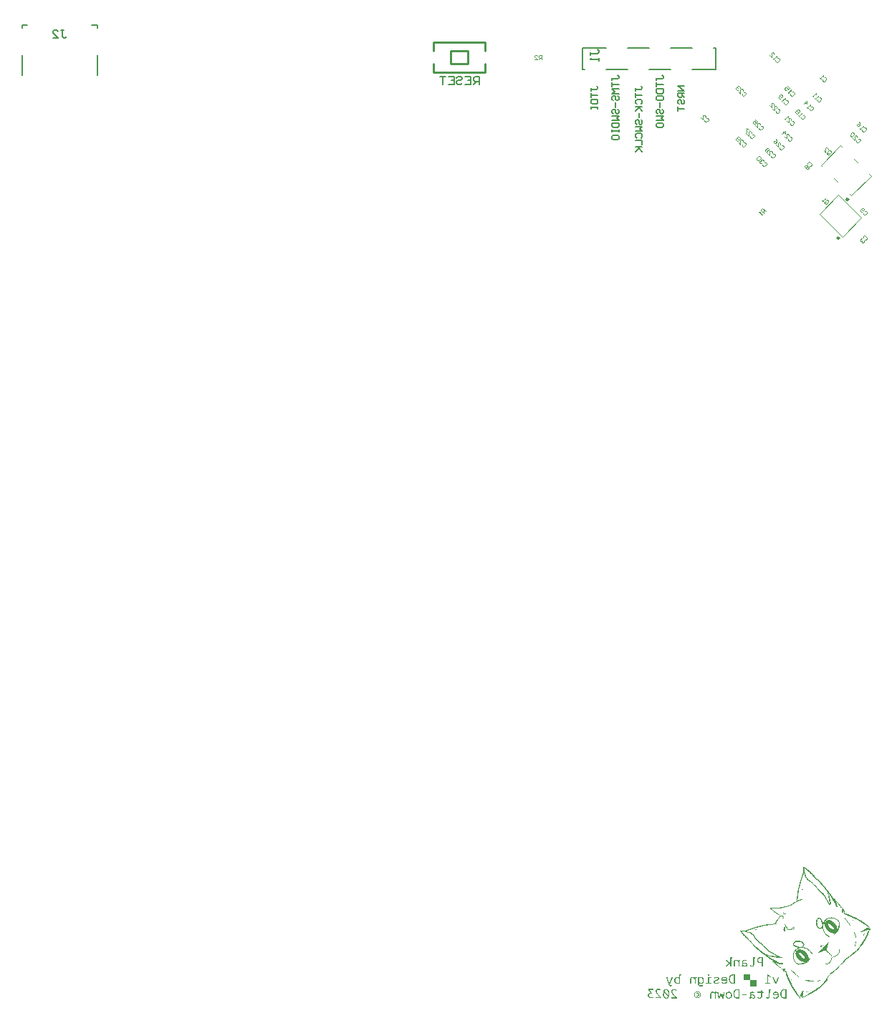
<source format=gbo>
G04*
G04 #@! TF.GenerationSoftware,Altium Limited,CircuitMaker,2.2.1 (2.2.1.6)*
G04*
G04 Layer_Color=13813960*
%FSLAX25Y25*%
%MOIN*%
G70*
G04*
G04 #@! TF.SameCoordinates,51275918-D11F-4CD5-9039-D10E8471D0EB*
G04*
G04*
G04 #@! TF.FilePolarity,Positive*
G04*
G01*
G75*
%ADD12C,0.00394*%
%ADD13C,0.00787*%
%ADD15C,0.00472*%
%ADD16C,0.00709*%
%ADD52C,0.01000*%
%ADD102C,0.00200*%
%ADD103C,0.00630*%
G36*
X1569256Y165233D02*
X1569276Y165183D01*
X1569306Y165132D01*
X1569317Y165102D01*
X1569337Y165051D01*
X1569357Y165031D01*
X1569372Y164966D01*
X1569392Y164915D01*
X1569453Y164855D01*
X1569473Y164845D01*
X1569529Y164799D01*
X1569594Y164764D01*
X1569675Y164744D01*
X1569766Y164693D01*
X1569786Y164673D01*
X1569806Y164663D01*
X1569826Y164643D01*
X1569917Y164592D01*
X1569937Y164572D01*
X1569958Y164562D01*
X1570008Y164511D01*
X1570028Y164501D01*
X1570069Y164461D01*
X1570089Y164451D01*
X1570109Y164431D01*
X1570220Y164370D01*
X1570260Y164330D01*
X1570281Y164320D01*
X1570321Y164279D01*
X1570341Y164269D01*
X1570361Y164249D01*
X1570432Y164209D01*
X1570523Y164138D01*
X1570543Y164118D01*
X1570563Y164108D01*
X1570584Y164077D01*
X1570695Y164027D01*
X1570715Y164017D01*
X1570745Y163987D01*
X1570765Y163976D01*
X1570796Y163946D01*
X1570907Y163885D01*
X1570962Y163840D01*
X1571018Y163785D01*
X1571038Y163775D01*
X1571078Y163734D01*
X1571129Y163704D01*
X1571255Y163608D01*
X1571320Y163542D01*
X1571341Y163532D01*
X1571366Y163497D01*
X1571396Y163477D01*
X1571406Y163456D01*
X1571441Y163431D01*
X1571462Y163401D01*
X1571482Y163391D01*
X1571497Y163376D01*
X1571507Y163356D01*
X1571542Y163330D01*
X1571563Y163300D01*
X1571583Y163290D01*
X1571613Y163250D01*
X1571633Y163240D01*
X1571664Y163199D01*
X1571684Y163189D01*
X1571714Y163149D01*
X1571729Y163144D01*
X1571739Y163123D01*
X1571765Y163098D01*
X1571780Y163093D01*
X1571790Y163073D01*
X1574096Y160766D01*
X1574117Y160756D01*
X1574137Y160726D01*
X1574157Y160716D01*
X1574934Y159938D01*
X1574949Y159933D01*
X1574960Y159913D01*
X1574985Y159888D01*
X1575005Y159878D01*
X1575020Y159863D01*
X1575025Y159848D01*
X1575045Y159837D01*
X1575389Y159494D01*
X1575404Y159489D01*
X1575414Y159469D01*
X1575474Y159418D01*
X1575570Y159323D01*
X1575591Y159312D01*
X1575762Y159141D01*
X1575782Y159131D01*
X1575853Y159080D01*
X1575883Y159070D01*
X1575904Y159050D01*
X1575924Y159040D01*
X1575979Y158994D01*
X1576025Y158949D01*
X1576156Y158878D01*
X1576211Y158833D01*
X1576257Y158788D01*
X1576277Y158777D01*
X1576338Y158737D01*
X1576388Y158707D01*
X1576444Y158661D01*
X1576459Y158646D01*
X1576479Y158636D01*
X1576499Y158606D01*
X1576519Y158596D01*
X1576852Y158263D01*
X1576867Y158258D01*
X1576878Y158237D01*
X1576903Y158212D01*
X1576918Y158207D01*
X1576928Y158187D01*
X1576953Y158162D01*
X1576968Y158157D01*
X1576979Y158136D01*
X1576994Y158121D01*
X1577014Y158111D01*
X1577039Y158076D01*
X1577069Y158056D01*
X1577079Y158036D01*
X1577120Y158005D01*
X1577130Y157985D01*
X1577170Y157955D01*
X1577180Y157935D01*
X1577221Y157904D01*
X1577231Y157884D01*
X1577261Y157864D01*
X1577271Y157844D01*
X1577287Y157829D01*
X1577307Y157818D01*
X1577327Y157788D01*
X1577347Y157778D01*
X1577362Y157763D01*
X1577372Y157743D01*
X1577408Y157718D01*
X1577428Y157687D01*
X1577448Y157677D01*
X1577463Y157662D01*
X1577473Y157642D01*
X1577503Y157622D01*
X1577514Y157601D01*
X1577615Y157501D01*
X1577625Y157480D01*
X1577655Y157450D01*
X1577665Y157430D01*
X1577685Y157410D01*
X1577715Y157359D01*
X1577786Y157268D01*
X1577847Y157208D01*
X1577852Y157193D01*
X1577872Y157183D01*
X1577923Y157122D01*
X1577983Y157021D01*
X1578023Y156960D01*
X1578049Y156935D01*
X1578069Y156834D01*
X1578018Y156764D01*
X1577998Y156743D01*
X1578008Y156693D01*
X1578094Y156607D01*
X1578114Y156597D01*
X1578135Y156567D01*
X1578155Y156557D01*
X1578614Y156097D01*
X1578619Y156082D01*
X1578639Y156072D01*
X1578654Y156057D01*
X1578664Y156037D01*
X1578700Y156011D01*
X1578730Y155971D01*
X1578745Y155966D01*
X1578755Y155946D01*
X1578856Y155845D01*
X1578861Y155830D01*
X1578876Y155825D01*
X1578887Y155805D01*
X1578917Y155774D01*
X1578927Y155754D01*
X1578947Y155734D01*
X1578957Y155714D01*
X1578977Y155693D01*
X1578988Y155673D01*
X1579038Y155623D01*
X1579048Y155603D01*
X1579134Y155517D01*
X1579154Y155507D01*
X1579204Y155487D01*
X1579235Y155476D01*
X1579255Y155456D01*
X1579275Y155446D01*
X1579331Y155391D01*
X1579341Y155350D01*
X1579361Y155300D01*
X1579371Y155280D01*
X1579416Y155224D01*
X1579447Y155194D01*
X1579467Y155184D01*
X1579624Y155027D01*
X1579634Y155007D01*
X1579724Y154815D01*
X1579735Y154785D01*
X1579815Y154704D01*
X1579825Y154684D01*
X1579846Y154664D01*
X1579856Y154644D01*
X1579906Y154563D01*
X1579916Y154543D01*
X1579947Y154512D01*
X1579957Y154492D01*
X1579977Y154482D01*
X1579987Y154462D01*
X1580068Y154381D01*
X1580078Y154361D01*
X1580118Y154300D01*
X1580148Y154250D01*
X1580194Y154194D01*
X1580219Y154169D01*
X1580229Y154149D01*
X1580259Y154129D01*
X1580270Y154109D01*
X1580290Y154088D01*
X1580300Y154068D01*
X1580360Y153957D01*
X1580461Y153856D01*
X1580471Y153836D01*
X1580492Y153816D01*
X1580552Y153705D01*
X1580572Y153685D01*
X1580577Y153670D01*
X1580598Y153659D01*
X1580613Y153644D01*
X1580623Y153624D01*
X1580653Y153604D01*
X1580663Y153584D01*
X1580704Y153543D01*
X1580724Y153493D01*
X1580764Y153422D01*
X1580845Y153341D01*
X1580855Y153321D01*
X1580870Y153306D01*
X1580885Y153301D01*
X1580895Y153281D01*
X1580926Y153251D01*
X1580936Y153230D01*
X1580976Y153170D01*
X1580986Y153150D01*
X1581057Y153059D01*
X1581148Y152968D01*
X1581158Y152948D01*
X1581188Y152917D01*
X1581198Y152897D01*
X1581239Y152837D01*
X1581249Y152816D01*
X1581279Y152786D01*
X1581289Y152766D01*
X1581340Y152716D01*
X1581350Y152695D01*
X1581380Y152675D01*
X1581390Y152655D01*
X1581430Y152615D01*
X1581441Y152594D01*
X1581461Y152574D01*
X1581501Y152504D01*
X1581552Y152433D01*
X1581612Y152372D01*
X1581622Y152352D01*
X1581663Y152312D01*
X1581673Y152292D01*
X1581693Y152271D01*
X1581743Y152181D01*
X1581774Y152150D01*
X1581784Y152130D01*
X1581864Y152049D01*
X1581935Y151918D01*
X1581966Y151888D01*
X1581976Y151868D01*
X1581996Y151857D01*
X1582006Y151837D01*
X1582046Y151797D01*
X1582066Y151746D01*
X1582107Y151676D01*
X1582157Y151625D01*
X1582167Y151605D01*
X1582188Y151585D01*
X1582198Y151565D01*
X1582248Y151474D01*
X1582294Y151418D01*
X1582309Y151403D01*
X1582319Y151383D01*
X1582339Y151363D01*
X1582364Y151297D01*
X1582379Y151282D01*
X1582410Y151232D01*
X1582450Y151191D01*
X1582460Y151171D01*
X1582521Y151060D01*
X1582561Y151020D01*
X1582571Y150999D01*
X1582591Y150979D01*
X1582607Y150924D01*
X1582622Y150909D01*
X1582652Y150858D01*
X1582692Y150818D01*
X1582702Y150797D01*
X1582763Y150686D01*
X1582808Y150631D01*
X1582823Y150616D01*
X1582834Y150596D01*
X1582894Y150485D01*
X1582935Y150444D01*
X1582945Y150424D01*
X1582975Y150373D01*
X1582985Y150333D01*
X1583015Y150303D01*
X1583025Y150283D01*
X1583066Y150242D01*
X1583076Y150222D01*
X1583106Y150172D01*
X1583147Y150101D01*
X1583192Y150045D01*
X1583217Y150020D01*
X1583278Y149909D01*
X1583293Y149894D01*
X1583313Y149904D01*
X1583323Y150005D01*
X1583338Y150040D01*
X1583384Y150096D01*
X1583414Y150126D01*
X1583485Y150156D01*
X1583525Y150167D01*
X1583621Y150151D01*
X1583707Y150096D01*
X1583772Y150030D01*
X1583783Y150010D01*
X1583803Y149990D01*
X1583813Y149970D01*
X1583833Y149919D01*
X1583843Y149879D01*
X1583853Y149849D01*
X1583848Y149601D01*
X1583899Y149541D01*
X1583919Y149531D01*
X1583969Y149480D01*
X1583990Y149470D01*
X1584010Y149450D01*
X1584141Y149379D01*
X1584171Y149349D01*
X1584212Y149339D01*
X1584282Y149298D01*
X1584338Y149253D01*
X1584570Y149021D01*
X1584580Y149001D01*
X1584630Y148950D01*
X1584641Y148930D01*
X1584737Y148804D01*
X1584787Y148743D01*
X1584832Y148698D01*
X1584838Y148683D01*
X1584858Y148672D01*
X1584873Y148657D01*
X1584883Y148637D01*
X1585024Y148496D01*
X1585029Y148481D01*
X1585050Y148471D01*
X1585065Y148456D01*
X1585075Y148435D01*
X1585256Y148254D01*
X1585266Y148233D01*
X1585357Y148143D01*
X1585367Y148122D01*
X1585388Y148102D01*
X1585418Y148052D01*
X1585438Y148031D01*
X1585448Y148011D01*
X1585499Y147961D01*
X1585509Y147941D01*
X1585529Y147921D01*
X1585539Y147880D01*
X1585549Y147860D01*
X1585600Y147789D01*
X1585670Y147658D01*
X1585701Y147628D01*
X1585711Y147608D01*
X1585741Y147577D01*
X1585751Y147557D01*
X1585781Y147527D01*
X1585812Y147476D01*
X1585832Y147456D01*
X1585842Y147436D01*
X1586276Y147002D01*
X1586286Y146982D01*
X1586327Y146941D01*
X1586337Y146921D01*
X1586407Y146850D01*
X1586488Y146699D01*
X1586518Y146649D01*
X1586528Y146598D01*
X1586569Y146558D01*
X1586579Y146537D01*
X1586599Y146517D01*
X1586624Y146452D01*
X1586665Y146391D01*
X1586967Y146088D01*
X1586988Y146078D01*
X1587058Y146048D01*
X1587089Y146038D01*
X1587119Y146008D01*
X1587139Y145997D01*
X1587169Y145967D01*
X1587190Y145957D01*
X1587245Y145902D01*
X1587255Y145881D01*
X1587275Y145861D01*
X1587296Y145811D01*
X1587306Y145700D01*
X1587296Y145669D01*
X1587275Y145619D01*
X1587245Y145548D01*
X1587260Y145533D01*
X1587311Y145543D01*
X1587341Y145553D01*
X1587432Y145503D01*
X1587467Y145467D01*
X1587487Y145387D01*
X1587492Y145341D01*
X1587487Y145296D01*
X1587498Y145265D01*
X1587487Y145054D01*
X1587467Y145003D01*
X1587482Y144988D01*
X1587533Y145018D01*
X1587543Y145038D01*
X1587563Y145048D01*
X1587578Y145064D01*
X1587588Y145084D01*
X1587603Y145099D01*
X1587619Y145104D01*
X1587629Y145124D01*
X1587654Y145149D01*
X1587674Y145159D01*
X1587704Y145190D01*
X1587755Y145210D01*
X1587795Y145220D01*
X1587906Y145210D01*
X1587977Y145170D01*
X1588022Y145124D01*
X1588033Y145084D01*
X1588053Y145033D01*
X1588063Y144993D01*
X1588048Y144836D01*
X1588043Y144761D01*
X1588063Y144710D01*
X1588073Y144609D01*
X1588083Y144579D01*
X1588093Y144518D01*
X1588103Y144488D01*
X1588113Y144296D01*
X1588123Y144165D01*
X1588113Y144135D01*
X1588123Y144004D01*
X1588113Y143973D01*
X1588128Y143827D01*
X1588154Y143741D01*
X1588164Y143670D01*
X1588174Y143640D01*
X1588184Y143519D01*
X1588174Y143489D01*
X1588184Y143448D01*
X1588239Y143393D01*
X1588280Y143383D01*
X1588371Y143332D01*
X1588477Y143277D01*
X1588472Y143252D01*
X1588391Y143221D01*
X1588386Y143206D01*
X1588472Y143161D01*
X1588552Y143151D01*
X1588583Y143140D01*
X1588684Y143130D01*
X1588714Y143120D01*
X1588785Y143110D01*
X1588815Y143100D01*
X1588981Y143095D01*
X1589067Y143100D01*
X1589097Y143090D01*
X1589168Y143080D01*
X1589219Y143060D01*
X1589289Y143050D01*
X1589320Y143040D01*
X1589370Y143029D01*
X1589390Y143009D01*
X1589471Y142999D01*
X1589522Y142979D01*
X1589592Y142949D01*
X1589653Y142939D01*
X1589723Y142908D01*
X1589764Y142898D01*
X1589834Y142868D01*
X1589915Y142838D01*
X1589946Y142828D01*
X1590011Y142802D01*
X1590087Y142777D01*
X1590107Y142757D01*
X1590198Y142737D01*
X1590289Y142696D01*
X1590329Y142686D01*
X1590359Y142656D01*
X1590430Y142646D01*
X1590450Y142626D01*
X1590491Y142616D01*
X1590541Y142605D01*
X1590561Y142585D01*
X1590602Y142575D01*
X1590632Y142565D01*
X1590682Y142535D01*
X1590733Y142515D01*
X1590783Y142505D01*
X1590804Y142484D01*
X1590859Y142469D01*
X1590909Y142449D01*
X1590935Y142424D01*
X1591016Y142414D01*
X1591046Y142383D01*
X1591086Y142373D01*
X1591152Y142348D01*
X1591177Y142323D01*
X1591258Y142303D01*
X1591278Y142282D01*
X1591344Y142257D01*
X1591394Y142237D01*
X1591409Y142222D01*
X1591505Y142187D01*
X1591561Y142151D01*
X1591591Y142141D01*
X1591646Y142126D01*
X1591672Y142101D01*
X1591722Y142080D01*
X1591788Y142055D01*
X1591813Y142030D01*
X1591853Y142020D01*
X1591965Y141959D01*
X1591995Y141949D01*
X1592035Y141939D01*
X1592055Y141919D01*
X1592076Y141909D01*
X1592126Y141889D01*
X1592166Y141879D01*
X1592207Y141838D01*
X1592262Y141823D01*
X1592313Y141803D01*
X1592338Y141778D01*
X1592378Y141768D01*
X1592469Y141717D01*
X1592520Y141697D01*
X1592560Y141687D01*
X1592621Y141647D01*
X1592671Y141626D01*
X1592701Y141616D01*
X1592722Y141596D01*
X1592787Y141571D01*
X1592833Y141556D01*
X1592853Y141545D01*
X1592883Y141515D01*
X1592949Y141500D01*
X1593009Y141460D01*
X1593055Y141445D01*
X1593095Y141435D01*
X1593125Y141404D01*
X1593191Y141379D01*
X1593242Y141359D01*
X1593267Y141333D01*
X1593307Y141323D01*
X1593358Y141303D01*
X1593378Y141293D01*
X1593408Y141263D01*
X1593489Y141243D01*
X1593549Y141202D01*
X1593590Y141192D01*
X1593620Y141182D01*
X1593650Y141152D01*
X1593691Y141142D01*
X1593741Y141121D01*
X1593792Y141091D01*
X1593842Y141071D01*
X1593933Y141021D01*
X1593963Y141010D01*
X1594004Y141000D01*
X1594024Y140980D01*
X1594135Y140930D01*
X1594165Y140920D01*
X1594195Y140889D01*
X1594251Y140874D01*
X1594301Y140854D01*
X1594337Y140819D01*
X1594397Y140809D01*
X1594498Y140748D01*
X1594539Y140738D01*
X1594609Y140688D01*
X1594660Y140667D01*
X1594700Y140657D01*
X1594720Y140637D01*
X1594771Y140607D01*
X1594801Y140597D01*
X1594892Y140546D01*
X1594912Y140526D01*
X1594978Y140511D01*
X1595003Y140486D01*
X1595049Y140460D01*
X1595053Y140445D01*
X1595149Y140410D01*
X1595185Y140385D01*
X1595205Y140364D01*
X1595225Y140354D01*
X1595356Y140284D01*
X1595407Y140233D01*
X1595447Y140223D01*
X1595538Y140173D01*
X1595568Y140142D01*
X1595588Y140132D01*
X1595609Y140112D01*
X1595649Y140102D01*
X1595745Y140036D01*
X1595780Y140001D01*
X1595821Y139991D01*
X1595912Y139940D01*
X1595952Y139900D01*
X1595972Y139890D01*
X1596103Y139819D01*
X1596134Y139789D01*
X1596154Y139779D01*
X1596174Y139759D01*
X1596240Y139744D01*
X1596275Y139708D01*
X1596295Y139698D01*
X1596336Y139658D01*
X1596376Y139648D01*
X1596447Y139607D01*
X1596467Y139587D01*
X1596487Y139577D01*
X1596517Y139547D01*
X1596583Y139522D01*
X1596638Y139486D01*
X1596669Y139456D01*
X1596689Y139446D01*
X1596709Y139426D01*
X1596775Y139400D01*
X1596835Y139360D01*
X1596871Y139325D01*
X1596891Y139315D01*
X1596911Y139294D01*
X1596951Y139284D01*
X1597022Y139244D01*
X1597093Y139173D01*
X1597224Y139103D01*
X1597279Y139057D01*
X1597305Y139032D01*
X1597325Y139022D01*
X1597345Y139002D01*
X1597396Y138981D01*
X1597491Y138916D01*
X1597537Y138870D01*
X1597557Y138860D01*
X1597587Y138830D01*
X1597698Y138769D01*
X1597729Y138739D01*
X1597749Y138729D01*
X1597880Y138598D01*
X1597900Y138588D01*
X1597941Y138547D01*
X1597961Y138537D01*
X1598001Y138497D01*
X1598021Y138487D01*
X1598153Y138356D01*
X1598173Y138345D01*
X1598299Y138250D01*
X1598365Y138184D01*
X1598385Y138174D01*
X1598405Y138154D01*
X1598425Y138144D01*
X1598486Y138103D01*
X1598536Y138073D01*
X1598592Y138027D01*
X1598657Y137962D01*
X1598678Y137952D01*
X1598708Y137922D01*
X1598728Y137911D01*
X1598789Y137871D01*
X1598809Y137861D01*
X1598829Y137841D01*
X1598849Y137831D01*
X1598880Y137800D01*
X1598900Y137790D01*
X1599011Y137679D01*
X1599031Y137669D01*
X1599061Y137639D01*
X1599081Y137629D01*
X1599122Y137588D01*
X1599142Y137578D01*
X1599213Y137528D01*
X1599258Y137503D01*
X1599263Y137487D01*
X1599415Y137407D01*
X1599470Y137361D01*
X1599601Y137230D01*
X1599616Y137174D01*
X1599556Y137164D01*
X1599551Y137159D01*
X1599601Y137109D01*
X1599611Y137089D01*
X1599632Y137078D01*
X1599642Y137058D01*
X1599707Y136993D01*
X1599737Y137003D01*
X1599753Y137038D01*
X1599732Y137058D01*
X1599737Y137063D01*
X1599793Y137028D01*
X1599808Y136972D01*
X1599879Y136932D01*
X1599914Y136907D01*
X1599924Y136887D01*
X1599944Y136836D01*
X1599909Y136740D01*
X1599869Y136670D01*
X1599849Y136660D01*
X1599737Y136599D01*
X1599627Y136488D01*
X1599606Y136478D01*
X1599586Y136458D01*
X1599566Y136448D01*
X1599475Y136407D01*
X1599394Y136387D01*
X1599263Y136377D01*
X1599233Y136367D01*
X1599213Y136357D01*
X1599122Y136306D01*
X1599102Y136286D01*
X1599081Y136276D01*
X1598859Y136054D01*
X1598839Y136044D01*
X1598758Y135963D01*
X1598738Y135953D01*
X1598713Y135928D01*
X1598723Y135907D01*
X1598738Y135892D01*
X1598809Y135923D01*
X1598864Y135938D01*
X1598920Y135963D01*
X1598975Y135978D01*
X1599092Y136013D01*
X1599142Y136034D01*
X1599182Y136044D01*
X1599203Y136054D01*
X1599253Y136074D01*
X1599303Y136084D01*
X1599334Y136115D01*
X1599404Y136125D01*
X1599425Y136145D01*
X1599480Y136160D01*
X1599531Y136180D01*
X1599566Y136205D01*
X1599596Y136215D01*
X1599647Y136225D01*
X1599677Y136256D01*
X1599727Y136276D01*
X1599768Y136286D01*
X1599798Y136316D01*
X1599869Y136347D01*
X1599934Y136372D01*
X1599990Y136397D01*
X1600066Y136412D01*
X1600111Y136417D01*
X1600141Y136407D01*
X1600242Y136417D01*
X1600313Y136407D01*
X1600399Y136412D01*
X1600520Y136402D01*
X1600555Y136377D01*
X1600570Y136362D01*
X1600560Y136321D01*
X1600530Y136291D01*
X1600500Y136241D01*
X1600454Y136185D01*
X1600439Y136170D01*
X1600429Y136150D01*
X1600409Y136099D01*
X1600399Y136029D01*
X1600389Y135998D01*
X1600378Y135938D01*
X1600348Y135867D01*
X1600338Y135847D01*
X1600288Y135776D01*
X1600000Y135489D01*
X1599985Y135484D01*
X1599975Y135463D01*
X1599884Y135372D01*
X1599874Y135352D01*
X1599844Y135332D01*
X1599803Y135241D01*
X1599793Y135221D01*
X1599748Y135166D01*
X1599702Y135100D01*
X1599677Y135034D01*
X1599652Y135009D01*
X1599611Y134908D01*
X1599596Y134843D01*
X1599576Y134742D01*
X1599551Y134676D01*
X1599556Y134651D01*
X1599541Y134615D01*
X1599531Y134585D01*
X1599520Y134535D01*
X1599500Y134484D01*
X1599490Y134424D01*
X1599450Y134323D01*
X1599440Y134282D01*
X1599374Y134096D01*
X1599359Y134080D01*
X1599344Y134005D01*
X1599329Y133990D01*
X1599319Y133949D01*
X1599308Y133899D01*
X1599288Y133878D01*
X1599273Y133823D01*
X1599228Y133707D01*
X1599203Y133641D01*
X1599187Y133626D01*
X1599177Y133565D01*
X1599157Y133545D01*
X1599142Y133480D01*
X1599117Y133424D01*
X1599107Y133404D01*
X1599086Y133353D01*
X1599076Y133323D01*
X1599056Y133273D01*
X1599046Y133232D01*
X1599026Y133212D01*
X1598975Y133081D01*
X1598945Y133010D01*
X1598935Y132980D01*
X1598895Y132909D01*
X1598884Y132879D01*
X1598874Y132839D01*
X1598844Y132808D01*
X1598824Y132728D01*
X1598779Y132672D01*
X1598768Y132612D01*
X1598733Y132556D01*
X1598703Y132485D01*
X1598632Y132334D01*
X1598622Y132314D01*
X1598592Y132283D01*
X1598582Y132243D01*
X1598561Y132193D01*
X1598511Y132122D01*
X1598501Y132071D01*
X1598450Y132001D01*
X1598430Y131950D01*
X1598420Y131910D01*
X1598400Y131890D01*
X1598390Y131870D01*
X1598360Y131819D01*
X1598349Y131779D01*
X1598299Y131708D01*
X1598279Y131658D01*
X1598269Y131627D01*
X1598218Y131557D01*
X1598198Y131506D01*
X1598158Y131436D01*
X1598137Y131415D01*
X1598097Y131314D01*
X1598087Y131294D01*
X1598057Y131264D01*
X1598016Y131173D01*
X1597986Y131123D01*
X1597966Y131102D01*
X1597956Y131082D01*
X1597885Y130951D01*
X1597855Y130921D01*
X1597830Y130855D01*
X1597809Y130805D01*
X1597764Y130759D01*
X1597754Y130739D01*
X1597734Y130689D01*
X1597724Y130668D01*
X1597673Y130598D01*
X1597653Y130577D01*
X1597628Y130512D01*
X1597608Y130461D01*
X1597562Y130416D01*
X1597552Y130396D01*
X1597532Y130376D01*
X1597517Y130320D01*
X1597466Y130259D01*
X1597426Y130199D01*
X1597401Y130133D01*
X1597330Y130042D01*
X1597259Y129911D01*
X1597229Y129881D01*
X1597219Y129861D01*
X1597199Y129841D01*
X1597168Y129770D01*
X1597158Y129750D01*
X1597138Y129729D01*
X1597128Y129709D01*
X1597088Y129669D01*
X1597007Y129517D01*
X1596966Y129477D01*
X1596956Y129457D01*
X1596926Y129406D01*
X1596886Y129336D01*
X1596840Y129280D01*
X1596825Y129265D01*
X1596815Y129245D01*
X1596795Y129225D01*
X1596780Y129169D01*
X1596699Y129068D01*
X1596653Y129003D01*
X1596643Y128962D01*
X1596598Y128907D01*
X1596573Y128871D01*
X1596542Y128841D01*
X1596472Y128710D01*
X1596452Y128690D01*
X1596441Y128670D01*
X1596401Y128629D01*
X1596391Y128609D01*
X1596371Y128589D01*
X1596361Y128548D01*
X1596290Y128457D01*
X1596245Y128402D01*
X1596209Y128367D01*
X1596199Y128347D01*
X1596149Y128266D01*
X1596139Y128245D01*
X1596119Y128225D01*
X1596108Y128205D01*
X1596058Y128155D01*
X1596048Y128135D01*
X1596033Y128119D01*
X1596018Y128114D01*
X1596008Y128094D01*
X1595927Y128013D01*
X1595917Y127993D01*
X1595886Y127963D01*
X1595876Y127943D01*
X1595846Y127912D01*
X1595836Y127892D01*
X1595816Y127872D01*
X1595806Y127852D01*
X1595735Y127781D01*
X1595725Y127761D01*
X1595457Y127493D01*
X1595437Y127483D01*
X1595412Y127458D01*
X1595402Y127418D01*
X1595392Y127357D01*
X1595372Y127337D01*
X1595361Y127317D01*
X1595331Y127287D01*
X1595321Y127266D01*
X1595291Y127216D01*
X1595240Y127125D01*
X1595210Y127095D01*
X1595200Y127075D01*
X1595160Y127014D01*
X1595119Y126943D01*
X1595099Y126923D01*
X1595089Y126903D01*
X1595038Y126852D01*
X1595028Y126832D01*
X1595008Y126812D01*
X1594998Y126772D01*
X1594958Y126701D01*
X1594907Y126630D01*
X1594897Y126590D01*
X1594847Y126519D01*
X1594629Y126302D01*
X1594609Y126292D01*
X1594589Y126272D01*
X1594569Y126262D01*
X1594478Y126211D01*
X1594306Y126040D01*
X1594286Y126030D01*
X1594226Y125989D01*
X1594175Y125959D01*
X1594120Y125924D01*
X1594115Y125909D01*
X1594094Y125898D01*
X1593993Y125797D01*
X1593973Y125787D01*
X1593933Y125747D01*
X1593913Y125737D01*
X1593893Y125717D01*
X1593822Y125676D01*
X1593766Y125631D01*
X1593736Y125601D01*
X1593726Y125580D01*
X1593660Y125485D01*
X1593569Y125394D01*
X1593549Y125384D01*
X1593499Y125333D01*
X1593479Y125323D01*
X1593438Y125283D01*
X1593418Y125273D01*
X1593368Y125222D01*
X1593347Y125212D01*
X1593085Y124950D01*
X1593065Y124939D01*
X1593004Y124879D01*
X1592984Y124869D01*
X1592964Y124849D01*
X1592944Y124838D01*
X1592848Y124773D01*
X1592828Y124763D01*
X1592817Y124743D01*
X1592802Y124727D01*
X1592782Y124717D01*
X1592691Y124627D01*
X1592671Y124616D01*
X1592631Y124576D01*
X1592610Y124566D01*
X1592590Y124546D01*
X1592570Y124536D01*
X1592479Y124465D01*
X1592424Y124419D01*
X1592116Y124112D01*
X1592096Y124101D01*
X1592081Y124086D01*
X1592076Y124071D01*
X1592055Y124061D01*
X1592015Y124021D01*
X1591995Y124011D01*
X1591975Y123990D01*
X1591954Y123980D01*
X1591858Y123915D01*
X1591843Y123900D01*
X1591823Y123890D01*
X1591732Y123799D01*
X1591712Y123789D01*
X1591692Y123768D01*
X1591581Y123708D01*
X1591541Y123668D01*
X1591520Y123657D01*
X1591480Y123617D01*
X1591440Y123607D01*
X1591369Y123566D01*
X1591339Y123536D01*
X1591318Y123526D01*
X1591288Y123496D01*
X1591238Y123476D01*
X1591187Y123445D01*
X1591132Y123400D01*
X1591106Y123375D01*
X1590975Y123304D01*
X1590955Y123284D01*
X1590935Y123274D01*
X1590905Y123243D01*
X1590773Y123173D01*
X1590743Y123143D01*
X1590723Y123132D01*
X1590693Y123102D01*
X1590642Y123082D01*
X1590592Y123052D01*
X1590536Y123006D01*
X1590521Y122991D01*
X1590470Y122971D01*
X1590385Y122925D01*
X1590380Y122910D01*
X1590359Y122900D01*
X1590319Y122860D01*
X1590188Y122789D01*
X1590137Y122739D01*
X1590117Y122729D01*
X1590087Y122698D01*
X1589961Y122633D01*
X1589956Y122618D01*
X1589935Y122608D01*
X1589875Y122547D01*
X1589855Y122537D01*
X1589824Y122507D01*
X1589804Y122496D01*
X1589784Y122476D01*
X1589764Y122466D01*
X1589693Y122416D01*
X1589673Y122406D01*
X1589633Y122365D01*
X1589612Y122355D01*
X1589602Y122335D01*
X1589582Y122325D01*
X1589441Y122184D01*
X1589421Y122173D01*
X1589380Y122133D01*
X1589360Y122123D01*
X1589264Y122057D01*
X1589203Y122007D01*
X1589158Y121961D01*
X1589138Y121951D01*
X1589108Y121921D01*
X1589042Y121896D01*
X1588986Y121861D01*
X1588966Y121840D01*
X1588926Y121830D01*
X1588906Y121820D01*
X1588881Y121805D01*
X1588855Y121739D01*
X1588840Y121724D01*
X1588825Y121669D01*
X1588810Y121623D01*
X1588749Y121512D01*
X1588709Y121502D01*
X1588643Y121497D01*
X1588613Y121507D01*
X1588552Y121497D01*
X1588487Y121431D01*
X1588477Y121411D01*
X1588436Y121371D01*
X1588416Y121320D01*
X1588376Y121250D01*
X1588356Y121230D01*
X1588325Y121159D01*
X1588315Y121118D01*
X1588270Y121063D01*
X1588255Y121018D01*
X1588245Y120977D01*
X1588164Y120896D01*
X1588154Y120876D01*
X1588012Y120735D01*
X1588002Y120715D01*
X1587952Y120664D01*
X1587942Y120644D01*
X1587922Y120624D01*
X1587911Y120604D01*
X1587841Y120513D01*
X1587795Y120457D01*
X1587523Y120185D01*
X1587492Y120175D01*
X1587442Y120195D01*
X1587412Y120165D01*
X1587391Y120154D01*
X1587260Y120023D01*
X1587240Y120013D01*
X1586962Y119736D01*
X1586952Y119715D01*
X1586821Y119584D01*
X1586811Y119564D01*
X1586710Y119463D01*
X1586700Y119443D01*
X1586599Y119342D01*
X1586589Y119322D01*
X1586458Y119190D01*
X1586453Y119175D01*
X1586432Y119165D01*
X1586417Y119150D01*
X1586407Y119130D01*
X1586175Y118898D01*
X1586165Y118877D01*
X1586135Y118857D01*
X1586125Y118837D01*
X1586109Y118822D01*
X1586089Y118812D01*
X1586064Y118777D01*
X1586034Y118756D01*
X1586024Y118736D01*
X1585741Y118454D01*
X1585731Y118433D01*
X1585701Y118413D01*
X1585690Y118393D01*
X1585675Y118378D01*
X1585660Y118373D01*
X1585650Y118352D01*
X1585499Y118201D01*
X1585494Y118186D01*
X1585474Y118176D01*
X1585458Y118161D01*
X1585448Y118140D01*
X1585357Y118050D01*
X1585352Y118035D01*
X1585332Y118024D01*
X1585307Y117989D01*
X1585277Y117969D01*
X1585266Y117949D01*
X1585251Y117934D01*
X1585236Y117929D01*
X1585226Y117908D01*
X1584585Y117267D01*
X1584565Y117257D01*
X1584474Y117166D01*
X1584454Y117156D01*
X1584262Y116964D01*
X1584247Y116959D01*
X1584237Y116939D01*
X1584176Y116889D01*
X1584121Y116833D01*
X1584101Y116823D01*
X1584080Y116803D01*
X1584060Y116793D01*
X1583990Y116742D01*
X1583969Y116732D01*
X1583939Y116702D01*
X1583919Y116692D01*
X1583868Y116641D01*
X1583848Y116631D01*
X1583828Y116611D01*
X1583717Y116551D01*
X1583697Y116530D01*
X1583677Y116520D01*
X1583596Y116439D01*
X1583576Y116429D01*
X1583505Y116379D01*
X1583485Y116369D01*
X1583465Y116349D01*
X1583444Y116339D01*
X1583414Y116308D01*
X1583394Y116298D01*
X1583303Y116207D01*
X1583283Y116197D01*
X1583232Y116147D01*
X1583212Y116137D01*
X1583192Y116116D01*
X1583172Y116106D01*
X1583081Y116036D01*
X1583025Y115990D01*
X1583000Y115965D01*
X1582980Y115955D01*
X1582970Y115935D01*
X1582950Y115925D01*
X1582647Y115622D01*
X1582632Y115617D01*
X1582622Y115597D01*
X1582586Y115571D01*
X1582566Y115551D01*
X1582546Y115541D01*
X1582485Y115501D01*
X1582465Y115491D01*
X1582445Y115470D01*
X1582425Y115460D01*
X1582354Y115390D01*
X1582334Y115380D01*
X1582203Y115309D01*
X1582183Y115289D01*
X1582092Y115248D01*
X1582071Y115238D01*
X1582041Y115208D01*
X1581976Y115193D01*
X1581920Y115157D01*
X1581870Y115137D01*
X1581779Y115087D01*
X1581688Y114996D01*
X1581668Y114986D01*
X1581647Y114966D01*
X1581577Y114925D01*
X1581521Y114880D01*
X1581506Y114865D01*
X1581486Y114855D01*
X1581390Y114759D01*
X1581380Y114739D01*
X1581350Y114708D01*
X1581340Y114688D01*
X1581254Y114562D01*
X1581239Y114547D01*
X1581229Y114526D01*
X1581188Y114486D01*
X1581178Y114446D01*
X1581138Y114375D01*
X1581107Y114345D01*
X1581097Y114325D01*
X1581067Y114294D01*
X1581007Y114183D01*
X1580986Y114163D01*
X1580976Y114143D01*
X1580936Y114103D01*
X1580926Y114082D01*
X1580895Y114052D01*
X1580855Y113961D01*
X1580845Y113941D01*
X1580805Y113901D01*
X1580795Y113881D01*
X1580764Y113850D01*
X1580734Y113779D01*
X1580724Y113759D01*
X1580704Y113739D01*
X1580694Y113719D01*
X1580643Y113648D01*
X1580633Y113608D01*
X1580593Y113537D01*
X1580572Y113527D01*
X1580547Y113461D01*
X1580527Y113411D01*
X1580502Y113386D01*
X1580492Y113345D01*
X1580482Y113325D01*
X1580421Y113194D01*
X1580411Y113154D01*
X1580391Y113133D01*
X1580381Y113073D01*
X1580360Y113053D01*
X1580350Y113012D01*
X1580290Y112861D01*
X1580280Y112820D01*
X1580259Y112770D01*
X1580249Y112720D01*
X1580229Y112669D01*
X1580219Y112609D01*
X1580209Y112578D01*
X1580199Y112518D01*
X1580189Y112487D01*
X1580169Y112366D01*
X1580159Y112285D01*
X1580138Y112265D01*
X1580098Y112195D01*
X1580002Y112068D01*
X1579916Y111983D01*
X1579906Y111962D01*
X1579624Y111680D01*
X1579613Y111660D01*
X1579583Y111629D01*
X1579573Y111609D01*
X1579553Y111589D01*
X1579543Y111569D01*
X1579447Y111443D01*
X1579427Y111412D01*
X1579406Y111402D01*
X1579381Y111367D01*
X1579300Y111286D01*
X1579290Y111266D01*
X1579270Y111246D01*
X1579230Y111175D01*
X1579159Y111084D01*
X1579088Y111013D01*
X1579078Y110993D01*
X1578887Y110801D01*
X1578876Y110781D01*
X1578806Y110711D01*
X1578796Y110690D01*
X1578755Y110650D01*
X1578745Y110630D01*
X1578705Y110590D01*
X1578695Y110569D01*
X1578654Y110529D01*
X1578644Y110509D01*
X1578629Y110494D01*
X1578609Y110484D01*
X1578599Y110463D01*
X1578579Y110453D01*
X1578559Y110433D01*
X1578538Y110423D01*
X1578468Y110372D01*
X1578412Y110317D01*
X1578402Y110297D01*
X1578382Y110277D01*
X1578341Y110206D01*
X1578296Y110150D01*
X1578281Y110135D01*
X1578271Y110115D01*
X1578180Y110024D01*
X1578170Y110004D01*
X1578139Y109974D01*
X1578129Y109954D01*
X1578109Y109933D01*
X1578059Y109843D01*
X1578013Y109787D01*
X1577877Y109651D01*
X1577867Y109631D01*
X1577816Y109540D01*
X1577796Y109520D01*
X1577771Y109474D01*
X1577756Y109469D01*
X1577746Y109449D01*
X1577539Y109242D01*
X1577448Y109202D01*
X1577398Y109171D01*
X1577377Y109151D01*
X1577357Y109141D01*
X1577246Y109080D01*
X1577196Y109030D01*
X1577175Y109020D01*
X1577145Y108990D01*
X1577014Y108919D01*
X1576994Y108899D01*
X1576974Y108889D01*
X1576943Y108858D01*
X1576923Y108848D01*
X1576832Y108798D01*
X1576777Y108752D01*
X1576716Y108712D01*
X1576691Y108707D01*
X1576661Y108717D01*
X1576640Y108707D01*
X1576585Y108651D01*
X1576575Y108631D01*
X1576297Y108353D01*
X1576277Y108343D01*
X1576216Y108283D01*
X1576196Y108273D01*
X1576176Y108253D01*
X1576156Y108242D01*
X1576126Y108212D01*
X1576105Y108202D01*
X1576075Y108172D01*
X1576055Y108162D01*
X1575904Y108010D01*
X1575888Y108005D01*
X1575883Y107990D01*
X1575863Y107980D01*
X1575803Y107940D01*
X1575782Y107930D01*
X1575692Y107859D01*
X1575651Y107818D01*
X1575631Y107808D01*
X1575601Y107778D01*
X1575581Y107768D01*
X1575469Y107707D01*
X1575399Y107637D01*
X1575379Y107627D01*
X1575328Y107596D01*
X1575237Y107546D01*
X1575177Y107485D01*
X1575156Y107475D01*
X1575045Y107415D01*
X1575015Y107384D01*
X1574995Y107374D01*
X1574955Y107334D01*
X1574884Y107304D01*
X1574833Y107273D01*
X1574813Y107253D01*
X1574793Y107243D01*
X1574753Y107203D01*
X1574732Y107193D01*
X1574621Y107132D01*
X1574571Y107082D01*
X1574551Y107071D01*
X1574440Y107011D01*
X1574384Y106965D01*
X1574369Y106950D01*
X1574349Y106940D01*
X1574238Y106880D01*
X1574218Y106860D01*
X1574197Y106849D01*
X1574167Y106819D01*
X1574117Y106799D01*
X1574066Y106769D01*
X1574011Y106723D01*
X1573996Y106708D01*
X1573905Y106668D01*
X1573869Y106652D01*
X1573859Y106632D01*
X1573784Y106577D01*
X1573718Y106552D01*
X1573602Y106466D01*
X1573546Y106451D01*
X1573521Y106425D01*
X1573501Y106415D01*
X1573471Y106385D01*
X1573420Y106365D01*
X1573329Y106314D01*
X1573299Y106284D01*
X1573279Y106274D01*
X1573228Y106254D01*
X1573208Y106244D01*
X1573107Y106173D01*
X1573067Y106163D01*
X1572996Y106123D01*
X1572976Y106092D01*
X1572905Y106062D01*
X1572875Y106052D01*
X1572774Y105981D01*
X1572719Y105966D01*
X1572693Y105941D01*
X1572673Y105931D01*
X1572653Y105911D01*
X1572602Y105890D01*
X1572562Y105880D01*
X1572532Y105850D01*
X1572512Y105840D01*
X1572491Y105820D01*
X1572436Y105805D01*
X1572380Y105769D01*
X1572350Y105739D01*
X1572289Y105729D01*
X1572194Y105663D01*
X1572153Y105653D01*
X1572073Y105603D01*
X1572057Y105587D01*
X1571997Y105577D01*
X1571977Y105557D01*
X1571926Y105527D01*
X1571876Y105507D01*
X1571835Y105497D01*
X1571805Y105466D01*
X1571785Y105456D01*
X1571734Y105436D01*
X1571704Y105426D01*
X1571674Y105396D01*
X1571633Y105386D01*
X1571613Y105365D01*
X1571553Y105355D01*
X1571512Y105315D01*
X1571452Y105305D01*
X1571381Y105254D01*
X1571315Y105239D01*
X1571290Y105214D01*
X1571250Y105204D01*
X1571179Y105174D01*
X1571159Y105164D01*
X1571139Y105143D01*
X1571073Y105128D01*
X1571058Y105113D01*
X1570967Y105073D01*
X1570917Y105063D01*
X1570886Y105032D01*
X1570826Y105022D01*
X1570715Y104972D01*
X1570664Y104952D01*
X1570644Y104931D01*
X1570584Y104921D01*
X1570442Y104861D01*
X1570341Y104820D01*
X1570321Y104800D01*
X1570271Y104780D01*
X1570200Y104740D01*
X1570129Y104689D01*
X1570089Y104679D01*
X1570038Y104649D01*
X1569927Y104598D01*
X1569907Y104588D01*
X1569837Y104558D01*
X1569816Y104548D01*
X1569746Y104507D01*
X1569695Y104487D01*
X1569655Y104477D01*
X1569625Y104447D01*
X1569569Y104432D01*
X1569483Y104386D01*
X1569423Y104376D01*
X1569392Y104346D01*
X1569327Y104331D01*
X1569221Y104285D01*
X1569165Y104270D01*
X1569120Y104255D01*
X1569054Y104240D01*
X1568963Y104230D01*
X1568913Y104210D01*
X1568862Y104200D01*
X1568777Y104154D01*
X1568726Y104134D01*
X1568676Y104104D01*
X1568565Y104053D01*
X1568494Y104023D01*
X1568292Y104033D01*
X1568221Y104063D01*
X1568181Y104073D01*
X1568125Y104119D01*
X1568105Y104169D01*
X1568100Y104194D01*
X1568110Y104275D01*
X1568136Y104311D01*
X1568171Y104356D01*
X1568186Y104341D01*
X1568176Y104290D01*
X1568166Y104260D01*
X1568181Y104245D01*
X1568257Y104280D01*
X1568267Y104321D01*
X1568257Y104381D01*
X1568211Y104386D01*
X1568171Y104366D01*
X1568105Y104492D01*
X1568085Y104563D01*
X1568075Y104674D01*
X1568085Y104704D01*
X1568095Y104785D01*
X1568105Y104815D01*
X1568136Y104866D01*
X1568156Y104916D01*
X1568166Y104957D01*
X1568186Y104977D01*
X1568216Y105047D01*
X1568226Y105088D01*
X1568246Y105108D01*
X1568257Y105148D01*
X1568267Y105199D01*
X1568287Y105219D01*
X1568307Y105300D01*
X1568347Y105370D01*
X1568358Y105411D01*
X1568368Y105441D01*
X1568388Y105461D01*
X1568408Y105542D01*
X1568418Y105572D01*
X1568428Y105623D01*
X1568448Y105643D01*
X1568443Y105699D01*
X1568418Y105704D01*
X1568388Y105683D01*
X1568337Y105572D01*
X1568327Y105552D01*
X1568307Y105532D01*
X1568297Y105512D01*
X1568226Y105441D01*
X1568216Y105421D01*
X1568176Y105350D01*
X1568105Y105259D01*
X1568085Y105239D01*
X1568075Y105219D01*
X1567994Y105138D01*
X1567974Y105088D01*
X1567949Y105022D01*
X1567924Y104997D01*
X1567913Y104936D01*
X1567863Y104825D01*
X1567833Y104775D01*
X1567812Y104724D01*
X1567802Y104674D01*
X1567782Y104654D01*
X1567752Y104543D01*
X1567732Y104492D01*
X1567722Y104422D01*
X1567706Y104295D01*
X1567691Y104240D01*
X1567681Y104179D01*
X1567671Y104149D01*
X1567661Y104109D01*
X1567646Y104053D01*
X1567575Y103912D01*
X1567545Y103861D01*
X1567525Y103851D01*
X1567510Y103806D01*
X1567459Y103715D01*
X1567429Y103685D01*
X1567419Y103664D01*
X1567363Y103609D01*
X1567333Y103599D01*
X1567308Y103614D01*
X1567298Y103654D01*
X1567277Y103705D01*
X1567237Y103796D01*
X1567227Y103856D01*
X1567207Y103907D01*
X1567187Y103977D01*
X1567177Y104159D01*
X1567161Y104174D01*
X1567065Y104210D01*
X1567010Y104235D01*
X1566959Y104245D01*
X1566919Y104285D01*
X1566899Y104295D01*
X1566843Y104341D01*
X1566783Y104401D01*
X1566773Y104422D01*
X1566742Y104452D01*
X1566732Y104472D01*
X1566717Y104487D01*
X1566702Y104492D01*
X1566692Y104512D01*
X1566652Y104573D01*
X1566641Y104613D01*
X1566551Y104745D01*
X1566530Y104795D01*
X1566510Y104815D01*
X1566500Y104835D01*
X1566399Y104936D01*
X1566389Y104957D01*
X1566349Y104997D01*
X1566288Y105108D01*
X1566268Y105128D01*
X1566258Y105148D01*
X1566177Y105229D01*
X1566167Y105249D01*
X1566121Y105305D01*
X1566096Y105340D01*
X1565985Y105451D01*
X1565975Y105471D01*
X1565935Y105512D01*
X1565925Y105532D01*
X1565905Y105552D01*
X1565894Y105572D01*
X1565814Y105653D01*
X1565804Y105673D01*
X1565763Y105714D01*
X1565703Y105825D01*
X1565672Y105855D01*
X1565662Y105875D01*
X1565647Y105890D01*
X1565632Y105895D01*
X1565622Y105916D01*
X1565582Y105956D01*
X1565571Y105976D01*
X1565551Y105996D01*
X1565531Y106047D01*
X1565521Y106067D01*
X1565501Y106087D01*
X1565470Y106138D01*
X1565440Y106168D01*
X1565410Y106239D01*
X1565380Y106289D01*
X1565339Y106330D01*
X1565329Y106350D01*
X1565289Y106420D01*
X1565279Y106440D01*
X1565208Y106531D01*
X1565147Y106592D01*
X1565077Y106723D01*
X1565057Y106743D01*
X1565046Y106764D01*
X1564996Y106814D01*
X1564986Y106834D01*
X1564925Y106945D01*
X1564855Y107016D01*
X1564784Y107147D01*
X1564738Y107203D01*
X1564723Y107218D01*
X1564653Y107349D01*
X1564607Y107405D01*
X1564592Y107420D01*
X1564582Y107440D01*
X1564562Y107490D01*
X1564532Y107541D01*
X1564511Y107561D01*
X1564501Y107581D01*
X1564471Y107612D01*
X1564441Y107682D01*
X1564410Y107733D01*
X1564380Y107763D01*
X1564370Y107783D01*
X1564350Y107803D01*
X1564325Y107869D01*
X1564305Y107909D01*
X1564284Y107919D01*
X1564259Y107955D01*
X1564229Y108005D01*
X1564209Y108056D01*
X1564138Y108147D01*
X1564067Y108278D01*
X1564027Y108318D01*
X1564017Y108338D01*
X1563956Y108449D01*
X1563936Y108470D01*
X1563926Y108490D01*
X1563896Y108520D01*
X1563870Y108586D01*
X1563820Y108667D01*
X1563795Y108692D01*
X1563785Y108712D01*
X1563724Y108823D01*
X1563694Y108853D01*
X1563653Y108944D01*
X1563643Y108974D01*
X1563603Y109015D01*
X1563593Y109035D01*
X1563562Y109106D01*
X1563552Y109126D01*
X1563492Y109217D01*
X1563482Y109257D01*
X1563431Y109328D01*
X1563421Y109348D01*
X1563411Y109378D01*
X1563401Y109418D01*
X1563371Y109449D01*
X1563361Y109469D01*
X1563340Y109520D01*
X1563330Y109550D01*
X1563310Y109570D01*
X1563300Y109590D01*
X1563270Y109661D01*
X1563249Y109711D01*
X1563219Y109742D01*
X1563209Y109782D01*
X1563159Y109873D01*
X1563149Y109903D01*
X1563088Y110014D01*
X1563078Y110044D01*
X1563053Y110110D01*
X1563027Y110135D01*
X1563017Y110176D01*
X1562977Y110246D01*
X1562957Y110297D01*
X1562926Y110368D01*
X1562916Y110388D01*
X1562886Y110418D01*
X1562876Y110478D01*
X1562856Y110499D01*
X1562815Y110590D01*
X1562805Y110630D01*
X1562785Y110640D01*
X1562745Y110741D01*
X1562714Y110791D01*
X1562694Y110842D01*
X1562644Y110933D01*
X1562624Y110983D01*
X1562614Y111024D01*
X1562583Y111054D01*
X1562573Y111094D01*
X1562523Y111185D01*
X1562513Y111215D01*
X1562482Y111286D01*
X1562472Y111306D01*
X1562442Y111337D01*
X1562432Y111407D01*
X1562402Y111437D01*
X1562391Y111458D01*
X1562371Y111508D01*
X1562361Y111549D01*
X1562341Y111559D01*
X1562311Y111629D01*
X1562286Y111695D01*
X1562250Y111730D01*
X1562240Y111791D01*
X1562190Y111872D01*
X1562179Y111912D01*
X1562169Y111932D01*
X1562149Y111952D01*
X1562109Y112043D01*
X1562099Y112084D01*
X1562068Y112114D01*
X1562033Y112210D01*
X1562023Y112230D01*
X1562008Y112235D01*
X1561988Y112316D01*
X1561967Y112336D01*
X1561917Y112447D01*
X1561907Y112467D01*
X1561856Y112578D01*
X1561826Y112629D01*
X1561806Y112679D01*
X1561796Y112709D01*
X1561745Y112820D01*
X1561735Y112851D01*
X1561705Y112881D01*
X1561690Y112947D01*
X1561675Y112962D01*
X1561665Y113002D01*
X1561644Y113022D01*
X1561629Y113088D01*
X1561614Y113103D01*
X1561594Y113154D01*
X1561584Y113194D01*
X1561564Y113214D01*
X1561554Y113255D01*
X1561533Y113305D01*
X1561493Y113396D01*
X1561483Y113436D01*
X1561463Y113456D01*
X1561448Y113512D01*
X1561422Y113578D01*
X1561412Y113598D01*
X1561402Y113628D01*
X1561392Y113669D01*
X1561372Y113689D01*
X1561352Y113769D01*
X1561331Y113790D01*
X1561321Y113830D01*
X1561296Y113896D01*
X1561271Y113951D01*
X1561261Y114012D01*
X1561231Y114042D01*
X1561220Y114113D01*
X1561200Y114133D01*
X1561190Y114173D01*
X1561165Y114239D01*
X1561104Y114410D01*
X1561074Y114491D01*
X1561064Y114542D01*
X1561039Y114587D01*
X1561029Y114658D01*
X1561008Y114708D01*
X1560998Y114749D01*
X1560978Y114799D01*
X1560968Y114890D01*
X1560958Y114920D01*
X1560948Y115082D01*
X1560933Y115269D01*
X1560913Y115390D01*
X1560903Y115430D01*
X1560892Y115491D01*
X1560877Y115546D01*
X1560867Y115617D01*
X1560847Y115637D01*
X1560837Y115708D01*
X1560797Y115778D01*
X1560786Y115809D01*
X1560776Y115849D01*
X1560746Y115879D01*
X1560716Y115930D01*
X1560695Y115980D01*
X1560685Y116010D01*
X1560635Y116121D01*
X1560625Y116202D01*
X1560615Y116233D01*
X1560605Y116323D01*
X1560590Y116339D01*
X1560352Y116354D01*
X1560272Y116364D01*
X1560216Y116379D01*
X1560150Y116394D01*
X1560110Y116404D01*
X1560075Y116409D01*
X1560044Y116399D01*
X1559974Y116409D01*
X1559908Y116394D01*
X1559832Y116389D01*
X1559802Y116399D01*
X1559737Y116414D01*
X1559721Y116429D01*
X1559701Y116439D01*
X1559646Y116495D01*
X1559636Y116515D01*
X1559626Y116545D01*
X1559615Y116586D01*
X1559610Y116621D01*
X1559620Y116702D01*
X1559671Y116783D01*
X1559838Y116949D01*
X1559827Y116980D01*
X1559822Y116985D01*
X1559792Y116975D01*
X1559737Y116959D01*
X1559646Y116949D01*
X1559530Y116944D01*
X1559499Y116954D01*
X1559459Y116964D01*
X1559378Y116975D01*
X1559323Y117020D01*
X1559292Y117050D01*
X1559282Y117091D01*
X1559272Y117182D01*
X1559257Y117197D01*
X1559186Y117166D01*
X1559146Y117156D01*
X1559116Y117146D01*
X1559005Y117156D01*
X1558934Y117197D01*
X1558914Y117217D01*
X1558894Y117227D01*
X1558858Y117262D01*
X1558848Y117282D01*
X1558803Y117338D01*
X1558757Y117444D01*
X1558747Y117464D01*
X1558439Y117772D01*
X1558419Y117782D01*
X1558389Y117812D01*
X1558298Y117853D01*
X1558278Y117863D01*
X1558247Y117893D01*
X1558157Y117934D01*
X1558136Y117944D01*
X1558066Y117994D01*
X1558025Y118004D01*
X1557975Y118035D01*
X1557919Y118080D01*
X1557894Y118105D01*
X1557874Y118115D01*
X1557844Y118146D01*
X1557823Y118156D01*
X1557400Y118580D01*
X1557379Y118590D01*
X1557349Y118620D01*
X1557329Y118630D01*
X1557299Y118660D01*
X1557278Y118670D01*
X1557188Y118741D01*
X1557147Y118781D01*
X1557097Y118802D01*
X1557006Y118852D01*
X1556986Y118872D01*
X1556935Y118893D01*
X1556864Y118933D01*
X1556809Y118978D01*
X1556794Y118993D01*
X1556774Y119004D01*
X1556754Y119024D01*
X1556733Y119034D01*
X1556642Y119105D01*
X1556612Y119135D01*
X1556592Y119145D01*
X1556410Y119327D01*
X1556390Y119337D01*
X1556380Y119357D01*
X1556360Y119367D01*
X1556269Y119458D01*
X1556249Y119468D01*
X1556234Y119483D01*
X1556229Y119498D01*
X1556208Y119508D01*
X1556067Y119650D01*
X1556047Y119660D01*
X1556007Y119700D01*
X1555986Y119710D01*
X1555966Y119730D01*
X1555916Y119761D01*
X1555789Y119857D01*
X1555497Y120149D01*
X1555466Y120220D01*
X1555431Y120286D01*
X1555416Y120291D01*
X1555345Y120422D01*
X1555325Y120442D01*
X1555315Y120462D01*
X1555275Y120503D01*
X1555264Y120523D01*
X1555219Y120568D01*
X1555179Y120578D01*
X1555138Y120568D01*
X1554916Y120578D01*
X1554886Y120589D01*
X1554846Y120599D01*
X1554825Y120619D01*
X1554775Y120649D01*
X1554689Y120735D01*
X1554679Y120755D01*
X1554659Y120775D01*
X1554649Y120816D01*
X1554639Y120886D01*
X1554649Y120957D01*
X1554704Y121043D01*
X1554724Y121053D01*
X1554745Y121073D01*
X1554765Y121083D01*
X1554815Y121103D01*
X1554896Y121114D01*
X1554901Y121129D01*
X1554866Y121164D01*
X1554846Y121174D01*
X1554775Y121214D01*
X1554719Y121260D01*
X1554704Y121275D01*
X1554684Y121285D01*
X1554573Y121346D01*
X1554538Y121371D01*
X1554533Y121386D01*
X1554512Y121396D01*
X1554452Y121437D01*
X1554412Y121447D01*
X1554391Y121467D01*
X1554371Y121477D01*
X1554316Y121522D01*
X1554300Y121537D01*
X1554280Y121547D01*
X1554169Y121608D01*
X1554139Y121638D01*
X1554119Y121649D01*
X1554088Y121679D01*
X1554048Y121689D01*
X1553957Y121739D01*
X1553937Y121770D01*
X1553786Y121850D01*
X1553745Y121891D01*
X1553725Y121901D01*
X1553705Y121921D01*
X1553664Y121931D01*
X1553614Y121961D01*
X1553559Y122007D01*
X1553543Y122022D01*
X1553412Y122093D01*
X1553357Y122138D01*
X1553341Y122153D01*
X1553321Y122163D01*
X1553190Y122234D01*
X1553119Y122305D01*
X1552988Y122375D01*
X1552968Y122396D01*
X1552948Y122406D01*
X1552897Y122456D01*
X1552877Y122466D01*
X1552857Y122486D01*
X1552746Y122547D01*
X1552726Y122567D01*
X1552705Y122577D01*
X1552625Y122658D01*
X1552574Y122688D01*
X1552503Y122729D01*
X1552448Y122774D01*
X1552413Y122799D01*
X1552342Y122870D01*
X1552322Y122880D01*
X1552261Y122921D01*
X1552241Y122931D01*
X1552150Y123001D01*
X1552125Y123016D01*
X1552115Y123037D01*
X1552079Y123062D01*
X1552009Y123132D01*
X1551958Y123163D01*
X1551888Y123203D01*
X1551867Y123223D01*
X1551847Y123233D01*
X1551807Y123274D01*
X1551787Y123284D01*
X1551696Y123375D01*
X1551676Y123385D01*
X1551645Y123415D01*
X1551555Y123466D01*
X1551534Y123486D01*
X1551514Y123496D01*
X1551484Y123526D01*
X1551464Y123536D01*
X1551373Y123627D01*
X1551353Y123637D01*
X1551292Y123678D01*
X1551262Y123688D01*
X1551171Y123758D01*
X1551080Y123849D01*
X1550949Y123920D01*
X1550919Y123950D01*
X1550898Y123960D01*
X1550818Y124041D01*
X1550797Y124051D01*
X1550727Y124091D01*
X1550656Y124142D01*
X1550611Y124177D01*
X1550606Y124192D01*
X1550585Y124203D01*
X1550545Y124243D01*
X1550474Y124283D01*
X1550424Y124313D01*
X1550368Y124359D01*
X1550343Y124384D01*
X1550323Y124394D01*
X1550252Y124465D01*
X1550232Y124475D01*
X1550212Y124495D01*
X1550141Y124536D01*
X1550035Y124611D01*
X1550025Y124632D01*
X1549965Y124672D01*
X1549904Y124682D01*
X1549879Y124707D01*
X1549828Y124727D01*
X1549737Y124778D01*
X1549591Y124924D01*
X1549581Y124944D01*
X1549536Y124990D01*
X1549515Y125000D01*
X1549485Y125030D01*
X1549415Y125040D01*
X1549394Y125061D01*
X1549344Y125091D01*
X1549308Y125126D01*
X1549298Y125167D01*
X1549278Y125217D01*
X1549243Y125273D01*
X1549223Y125283D01*
X1549208Y125298D01*
X1549203Y125313D01*
X1549182Y125323D01*
X1549132Y125373D01*
X1549112Y125384D01*
X1549081Y125414D01*
X1549061Y125424D01*
X1549041Y125444D01*
X1549021Y125454D01*
X1549001Y125475D01*
X1548980Y125485D01*
X1548950Y125515D01*
X1548930Y125525D01*
X1548849Y125606D01*
X1548829Y125616D01*
X1548814Y125631D01*
X1548809Y125646D01*
X1548789Y125656D01*
X1548496Y125949D01*
X1548481Y125954D01*
X1548471Y125974D01*
X1548456Y125989D01*
X1548435Y125999D01*
X1548420Y126014D01*
X1548410Y126035D01*
X1548370Y126065D01*
X1548365Y126080D01*
X1548344Y126090D01*
X1548319Y126116D01*
X1548314Y126131D01*
X1548294Y126141D01*
X1548279Y126156D01*
X1548269Y126176D01*
X1548228Y126206D01*
X1548218Y126226D01*
X1548188Y126247D01*
X1548178Y126267D01*
X1548072Y126373D01*
X1548042Y126383D01*
X1547986Y126338D01*
X1547920Y126312D01*
X1547860Y126322D01*
X1547804Y126348D01*
X1547794Y126368D01*
X1547739Y126403D01*
X1547668Y126444D01*
X1547577Y126514D01*
X1547507Y126585D01*
X1547486Y126595D01*
X1547446Y126635D01*
X1547426Y126646D01*
X1547355Y126696D01*
X1547335Y126706D01*
X1547315Y126726D01*
X1547295Y126736D01*
X1547274Y126757D01*
X1547269Y126762D01*
X1547254Y126777D01*
X1547234Y126787D01*
X1547052Y126969D01*
X1547032Y126979D01*
X1547002Y127019D01*
X1546982Y127029D01*
X1546961Y127059D01*
X1546941Y127069D01*
X1546926Y127085D01*
X1546916Y127105D01*
X1546876Y127135D01*
X1546871Y127150D01*
X1546850Y127160D01*
X1546825Y127185D01*
X1546820Y127201D01*
X1546800Y127211D01*
X1546108Y127902D01*
X1546098Y127922D01*
X1546058Y127963D01*
X1546048Y127983D01*
X1546028Y128003D01*
X1545987Y128074D01*
X1545937Y128145D01*
X1545876Y128205D01*
X1545866Y128225D01*
X1545816Y128316D01*
X1545770Y128372D01*
X1545755Y128387D01*
X1545745Y128407D01*
X1545705Y128447D01*
X1545695Y128468D01*
X1545654Y128538D01*
X1545584Y128629D01*
X1545422Y128791D01*
X1545412Y128811D01*
X1545382Y128831D01*
X1545372Y128851D01*
X1545230Y128992D01*
X1545225Y129008D01*
X1545205Y129018D01*
X1545190Y129033D01*
X1545180Y129053D01*
X1545164Y129068D01*
X1545149Y129073D01*
X1545139Y129094D01*
X1545114Y129119D01*
X1545099Y129124D01*
X1545089Y129144D01*
X1545074Y129159D01*
X1545059Y129164D01*
X1545049Y129184D01*
X1545023Y129210D01*
X1545008Y129215D01*
X1544998Y129235D01*
X1544973Y129260D01*
X1544958Y129265D01*
X1544948Y129285D01*
X1544932Y129300D01*
X1544912Y129311D01*
X1544882Y129351D01*
X1544862Y129361D01*
X1544831Y129401D01*
X1544816Y129406D01*
X1544806Y129427D01*
X1544781Y129452D01*
X1544766Y129457D01*
X1544756Y129477D01*
X1544730Y129502D01*
X1544715Y129507D01*
X1544705Y129527D01*
X1544690Y129543D01*
X1544670Y129553D01*
X1544640Y129593D01*
X1544619Y129603D01*
X1544589Y129644D01*
X1544574Y129649D01*
X1544564Y129669D01*
X1544539Y129694D01*
X1544524Y129699D01*
X1544513Y129719D01*
X1544488Y129745D01*
X1544473Y129750D01*
X1544463Y129770D01*
X1544387Y129845D01*
X1544372Y129851D01*
X1544362Y129871D01*
X1544347Y129886D01*
X1544332Y129891D01*
X1544322Y129911D01*
X1544296Y129936D01*
X1544281Y129941D01*
X1544271Y129962D01*
X1544246Y129987D01*
X1544231Y129992D01*
X1544221Y130012D01*
X1544195Y130037D01*
X1544180Y130042D01*
X1544170Y130063D01*
X1544145Y130088D01*
X1544130Y130093D01*
X1544120Y130113D01*
X1544105Y130128D01*
X1544084Y130138D01*
X1544064Y130169D01*
X1544044Y130179D01*
X1544029Y130194D01*
X1544024Y130209D01*
X1544004Y130219D01*
X1543938Y130285D01*
X1543928Y130305D01*
X1543867Y130355D01*
X1543827Y130396D01*
X1543822Y130411D01*
X1543802Y130421D01*
X1542419Y131804D01*
X1542398Y131814D01*
X1541874Y132339D01*
X1541853Y132349D01*
X1541429Y132773D01*
X1541409Y132783D01*
X1541394Y132798D01*
X1541389Y132813D01*
X1541369Y132824D01*
X1541162Y133030D01*
X1541152Y133051D01*
X1541071Y133131D01*
X1541061Y133152D01*
X1541041Y133172D01*
X1541031Y133192D01*
X1541010Y133212D01*
X1540995Y133247D01*
X1540980Y133253D01*
X1540970Y133273D01*
X1540920Y133323D01*
X1540909Y133343D01*
X1540829Y133424D01*
X1540809Y133475D01*
X1540768Y133545D01*
X1540748Y133565D01*
X1540738Y133586D01*
X1540708Y133616D01*
X1540698Y133636D01*
X1540637Y133747D01*
X1540576Y133808D01*
X1540566Y133828D01*
X1540536Y133858D01*
X1540526Y133878D01*
X1540486Y133939D01*
X1540475Y133959D01*
X1540405Y134050D01*
X1540354Y134100D01*
X1540344Y134121D01*
X1540304Y134181D01*
X1540274Y134232D01*
X1540228Y134287D01*
X1540203Y134323D01*
X1540152Y134373D01*
X1540142Y134393D01*
X1540122Y134414D01*
X1540112Y134434D01*
X1540092Y134454D01*
X1540051Y134525D01*
X1540006Y134580D01*
X1539981Y134636D01*
X1539961Y134686D01*
X1539950Y134737D01*
X1539885Y134832D01*
X1539860Y134868D01*
X1539839Y134888D01*
X1539829Y134908D01*
X1539804Y134933D01*
X1539663Y134984D01*
X1539643Y135004D01*
X1539582Y135014D01*
X1539562Y135034D01*
X1539511Y135055D01*
X1539466Y135080D01*
X1539476Y135120D01*
X1539491Y135135D01*
X1539547Y135150D01*
X1539627Y135201D01*
X1539708Y135231D01*
X1539754Y135246D01*
X1539809Y135261D01*
X1539845Y135287D01*
X1539875Y135317D01*
X1539895Y135327D01*
X1539915Y135347D01*
X1539956Y135357D01*
X1540021Y135362D01*
X1540077Y135337D01*
X1540097Y135327D01*
X1540147Y135307D01*
X1540334Y135302D01*
X1540420Y135307D01*
X1540450Y135297D01*
X1540571Y135307D01*
X1540602Y135297D01*
X1540723Y135307D01*
X1540753Y135297D01*
X1541026Y135287D01*
X1541046Y135307D01*
X1541066Y135317D01*
X1541096Y135327D01*
X1541157Y135297D01*
X1541167Y135307D01*
X1541197Y135297D01*
X1541268Y135287D01*
X1541339Y135266D01*
X1541379Y135256D01*
X1541450Y135246D01*
X1541606Y135261D01*
X1541727Y135272D01*
X1542050Y135292D01*
X1542151Y135302D01*
X1542202Y135322D01*
X1542257Y135347D01*
X1542313Y135362D01*
X1542328Y135388D01*
X1542348Y135398D01*
X1542409Y135438D01*
X1542464Y135453D01*
X1542489Y135478D01*
X1542540Y135499D01*
X1542580Y135509D01*
X1542600Y135519D01*
X1542651Y135549D01*
X1542712Y135559D01*
X1542732Y135579D01*
X1542807Y135595D01*
X1542822Y135610D01*
X1542964Y135660D01*
X1542994Y135670D01*
X1543034Y135680D01*
X1543055Y135690D01*
X1543105Y135711D01*
X1543176Y135741D01*
X1543231Y135756D01*
X1543287Y135781D01*
X1543383Y135817D01*
X1543398Y135832D01*
X1543464Y135847D01*
X1543529Y135882D01*
X1543590Y135892D01*
X1543610Y135913D01*
X1543676Y135928D01*
X1543726Y135948D01*
X1543741Y135963D01*
X1543832Y135983D01*
X1543852Y136003D01*
X1543913Y136013D01*
X1543963Y136034D01*
X1544004Y136044D01*
X1544054Y136074D01*
X1544115Y136084D01*
X1544135Y136104D01*
X1544195Y136115D01*
X1544246Y136135D01*
X1544347Y136165D01*
X1544397Y136185D01*
X1544463Y136210D01*
X1544518Y136225D01*
X1544549Y136236D01*
X1544599Y136256D01*
X1544650Y136266D01*
X1544700Y136286D01*
X1544730Y136296D01*
X1544781Y136316D01*
X1544831Y136327D01*
X1544902Y136357D01*
X1544942Y136367D01*
X1544993Y136387D01*
X1545094Y136417D01*
X1545144Y136437D01*
X1545286Y136488D01*
X1545316Y136498D01*
X1545376Y136508D01*
X1545397Y136528D01*
X1545462Y136544D01*
X1545518Y136569D01*
X1545568Y136579D01*
X1545588Y136599D01*
X1545659Y136609D01*
X1545710Y136629D01*
X1545750Y136639D01*
X1545800Y136660D01*
X1545856Y136675D01*
X1545871Y136690D01*
X1545932Y136700D01*
X1546033Y136740D01*
X1546113Y136760D01*
X1546214Y136801D01*
X1546255Y136811D01*
X1546285Y136821D01*
X1546336Y136841D01*
X1546396Y136851D01*
X1546416Y136872D01*
X1546487Y136882D01*
X1546507Y136902D01*
X1546588Y136912D01*
X1546608Y136932D01*
X1546679Y136942D01*
X1546729Y136962D01*
X1546780Y136972D01*
X1546830Y136993D01*
X1546891Y137003D01*
X1546921Y137013D01*
X1546987Y137038D01*
X1547067Y137048D01*
X1547083Y137063D01*
X1547123Y137074D01*
X1547184Y137084D01*
X1547214Y137094D01*
X1547274Y137104D01*
X1547305Y137114D01*
X1547345Y137124D01*
X1547401Y137139D01*
X1547501Y137149D01*
X1547517Y137164D01*
X1547557Y137174D01*
X1547628Y137185D01*
X1547658Y137195D01*
X1547719Y137205D01*
X1547749Y137215D01*
X1547820Y137225D01*
X1547870Y137245D01*
X1547951Y137255D01*
X1548001Y137275D01*
X1548057Y137291D01*
X1548117Y137301D01*
X1548163Y137326D01*
X1548244Y137336D01*
X1548274Y137346D01*
X1548334Y137356D01*
X1548355Y137376D01*
X1548435Y137386D01*
X1548466Y137397D01*
X1548531Y137422D01*
X1548617Y137437D01*
X1548668Y137457D01*
X1548718Y137467D01*
X1548748Y137477D01*
X1548829Y137497D01*
X1548880Y137518D01*
X1548930Y137528D01*
X1548960Y137538D01*
X1549026Y137563D01*
X1549076Y137573D01*
X1549117Y137583D01*
X1549162Y137598D01*
X1549203Y137609D01*
X1549253Y137629D01*
X1549314Y137639D01*
X1549334Y137659D01*
X1549415Y137669D01*
X1549445Y137679D01*
X1549485Y137689D01*
X1549536Y137709D01*
X1549611Y137725D01*
X1549692Y137745D01*
X1549758Y137770D01*
X1549839Y137780D01*
X1549889Y137800D01*
X1549939Y137810D01*
X1549970Y137820D01*
X1550040Y137831D01*
X1550071Y137841D01*
X1550121Y137851D01*
X1550151Y137861D01*
X1550232Y137871D01*
X1550283Y137891D01*
X1550358Y137906D01*
X1550399Y137916D01*
X1550404Y137922D01*
X1550434Y137911D01*
X1550505Y137942D01*
X1550606Y137952D01*
X1550636Y137962D01*
X1550792Y137977D01*
X1550858Y138002D01*
X1551050Y138022D01*
X1551100Y138043D01*
X1551201Y138053D01*
X1551232Y138063D01*
X1551398Y138078D01*
X1551439Y138088D01*
X1551550Y138108D01*
X1551671Y138118D01*
X1551767Y138133D01*
X1551797Y138144D01*
X1551928Y138154D01*
X1551958Y138164D01*
X1552059Y138174D01*
X1552090Y138184D01*
X1552266Y138199D01*
X1552307Y138209D01*
X1552529Y138229D01*
X1552584Y138244D01*
X1552776Y138255D01*
X1552847Y138275D01*
X1552927Y138285D01*
X1552958Y138295D01*
X1553195Y138310D01*
X1553296Y138320D01*
X1553347Y138330D01*
X1553402Y138335D01*
X1553412Y138325D01*
X1553442Y138335D01*
X1553543Y138345D01*
X1553765Y138356D01*
X1554073Y138371D01*
X1554336Y138391D01*
X1554639Y138401D01*
X1554800Y138411D01*
X1554921Y138421D01*
X1555052Y138431D01*
X1555148Y138436D01*
X1555169Y138426D01*
X1555199Y138436D01*
X1555466Y138441D01*
X1555532Y138436D01*
X1555562Y138446D01*
X1555683Y138436D01*
X1555729Y138482D01*
X1555739Y138502D01*
X1555759Y138552D01*
X1555769Y138573D01*
X1555799Y138603D01*
X1555810Y138623D01*
X1555840Y138653D01*
X1555850Y138724D01*
X1555870Y138775D01*
X1555880Y138916D01*
X1555890Y138946D01*
X1555921Y139027D01*
X1555941Y139077D01*
X1555951Y139108D01*
X1555981Y139138D01*
X1556007Y139204D01*
X1556057Y139284D01*
X1556082Y139310D01*
X1556092Y139330D01*
X1556112Y139350D01*
X1556173Y139461D01*
X1556218Y139516D01*
X1556284Y139582D01*
X1556294Y139602D01*
X1556314Y139622D01*
X1556365Y139713D01*
X1556410Y139769D01*
X1556461Y139829D01*
X1556526Y139895D01*
X1556536Y139915D01*
X1556567Y139945D01*
X1556577Y139966D01*
X1556597Y139986D01*
X1556637Y140057D01*
X1556658Y140077D01*
X1556668Y140097D01*
X1556718Y140147D01*
X1556728Y140168D01*
X1556779Y140218D01*
X1556789Y140238D01*
X1556819Y140269D01*
X1556829Y140299D01*
X1556870Y140369D01*
X1556900Y140400D01*
X1556910Y140420D01*
X1556950Y140460D01*
X1556960Y140480D01*
X1556981Y140501D01*
X1557041Y140612D01*
X1557061Y140632D01*
X1557071Y140652D01*
X1557112Y140692D01*
X1557152Y140783D01*
X1557162Y140804D01*
X1557193Y140834D01*
X1557203Y140854D01*
X1557243Y140894D01*
X1557314Y141026D01*
X1557359Y141081D01*
X1557420Y141202D01*
X1557445Y141227D01*
X1557455Y141248D01*
X1557485Y141278D01*
X1557511Y141344D01*
X1557526Y141359D01*
X1557556Y141409D01*
X1557576Y141429D01*
X1557586Y141450D01*
X1557607Y141470D01*
X1557667Y141581D01*
X1557712Y141636D01*
X1557728Y141651D01*
X1557798Y141783D01*
X1557844Y141838D01*
X1557859Y141853D01*
X1557869Y141874D01*
X1557889Y141894D01*
X1557899Y141914D01*
X1557950Y142005D01*
X1557980Y142035D01*
X1557990Y142055D01*
X1558031Y142096D01*
X1558041Y142116D01*
X1558071Y142146D01*
X1558091Y142197D01*
X1558081Y142257D01*
X1558066Y142272D01*
X1558025Y142282D01*
X1557935Y142333D01*
X1557904Y142363D01*
X1557854Y142383D01*
X1557783Y142424D01*
X1557728Y142469D01*
X1557662Y142494D01*
X1557591Y142545D01*
X1557571Y142565D01*
X1557420Y142646D01*
X1557390Y142676D01*
X1557369Y142686D01*
X1557349Y142706D01*
X1557299Y142727D01*
X1557278Y142737D01*
X1557188Y142807D01*
X1557117Y142858D01*
X1557076Y142868D01*
X1556986Y142939D01*
X1556925Y142979D01*
X1556875Y142999D01*
X1556804Y143050D01*
X1556784Y143070D01*
X1556764Y143080D01*
X1556743Y143100D01*
X1556683Y143110D01*
X1556653Y143140D01*
X1556632Y143151D01*
X1556592Y143191D01*
X1556552Y143201D01*
X1556481Y143242D01*
X1556461Y143262D01*
X1556441Y143272D01*
X1556410Y143302D01*
X1556360Y143322D01*
X1556289Y143363D01*
X1556269Y143383D01*
X1556249Y143393D01*
X1556208Y143433D01*
X1556077Y143504D01*
X1556047Y143534D01*
X1556027Y143544D01*
X1555996Y143575D01*
X1555976Y143585D01*
X1555895Y143635D01*
X1555845Y143666D01*
X1555825Y143686D01*
X1555810Y143691D01*
X1555799Y143711D01*
X1555784Y143726D01*
X1555764Y143736D01*
X1555734Y143766D01*
X1555663Y143807D01*
X1555567Y143872D01*
X1555482Y143958D01*
X1555461Y143968D01*
X1555371Y144059D01*
X1555350Y144069D01*
X1555300Y144120D01*
X1555280Y144130D01*
X1555209Y144201D01*
X1555189Y144211D01*
X1555179Y144231D01*
X1555159Y144241D01*
X1555058Y144342D01*
X1555037Y144352D01*
X1555007Y144382D01*
X1554987Y144392D01*
X1554926Y144453D01*
X1554906Y144463D01*
X1554856Y144513D01*
X1554835Y144524D01*
X1554815Y144554D01*
X1554795Y144564D01*
X1554755Y144604D01*
X1554644Y144665D01*
X1554588Y144710D01*
X1554573Y144725D01*
X1554553Y144736D01*
X1554533Y144756D01*
X1554512Y144766D01*
X1554401Y144826D01*
X1554331Y144897D01*
X1554311Y144907D01*
X1554280Y144937D01*
X1554210Y144978D01*
X1554139Y145028D01*
X1554083Y145074D01*
X1554028Y145129D01*
X1554008Y145139D01*
X1553992Y145154D01*
X1553988Y145170D01*
X1553967Y145180D01*
X1553917Y145210D01*
X1553826Y145260D01*
X1553755Y145291D01*
X1553664Y145341D01*
X1553634Y145371D01*
X1553579Y145387D01*
X1553563Y145402D01*
X1553513Y145432D01*
X1553407Y145538D01*
X1553387Y145589D01*
X1553377Y145629D01*
X1553387Y145730D01*
X1553452Y145816D01*
X1553468Y145821D01*
X1553478Y145841D01*
X1553493Y145856D01*
X1553563Y145886D01*
X1553634Y145896D01*
X1553730Y145881D01*
X1553796Y145846D01*
X1553866Y145836D01*
X1553897Y145826D01*
X1554129Y145836D01*
X1554159Y145846D01*
X1554240Y145856D01*
X1554270Y145866D01*
X1554311Y145876D01*
X1554341Y145886D01*
X1554391Y145906D01*
X1554412Y145896D01*
X1554462Y145917D01*
X1554659Y145922D01*
X1554719Y145912D01*
X1554851Y145902D01*
X1554962Y145881D01*
X1555073Y145871D01*
X1555214Y145861D01*
X1555300Y145856D01*
X1555330Y145866D01*
X1555340Y145856D01*
X1555371Y145866D01*
X1555653Y145876D01*
X1555683Y145886D01*
X1555724Y145896D01*
X1555885Y145906D01*
X1555966Y145927D01*
X1556042Y145942D01*
X1556173Y145952D01*
X1556294Y145962D01*
X1556395Y145972D01*
X1556587Y145982D01*
X1556693Y145987D01*
X1556723Y145977D01*
X1556764Y145987D01*
X1556890Y145982D01*
X1557596Y145992D01*
X1557652Y145997D01*
X1557682Y145987D01*
X1557844Y145997D01*
X1557975Y146008D01*
X1558015Y146018D01*
X1558126Y146028D01*
X1558177Y146048D01*
X1558268Y146058D01*
X1558298Y146068D01*
X1558348Y146078D01*
X1558399Y146098D01*
X1558480Y146108D01*
X1558510Y146118D01*
X1558560Y146129D01*
X1558591Y146139D01*
X1558757Y146174D01*
X1558823Y146199D01*
X1558904Y146209D01*
X1558934Y146220D01*
X1559000Y146245D01*
X1559080Y146255D01*
X1559126Y146270D01*
X1559186Y146280D01*
X1559237Y146300D01*
X1559307Y146310D01*
X1559338Y146320D01*
X1559378Y146330D01*
X1559434Y146346D01*
X1559519Y146361D01*
X1559550Y146371D01*
X1559620Y146381D01*
X1559651Y146391D01*
X1559731Y146401D01*
X1559762Y146411D01*
X1559873Y146442D01*
X1559964Y146452D01*
X1560014Y146472D01*
X1560065Y146482D01*
X1560095Y146492D01*
X1560166Y146502D01*
X1560196Y146512D01*
X1560256Y146522D01*
X1560307Y146543D01*
X1560388Y146553D01*
X1560438Y146573D01*
X1560499Y146583D01*
X1560529Y146593D01*
X1560600Y146603D01*
X1560630Y146613D01*
X1560711Y146623D01*
X1560741Y146633D01*
X1560973Y146653D01*
X1561003Y146664D01*
X1561286Y146674D01*
X1561306Y146684D01*
X1561337Y146674D01*
X1561407Y146694D01*
X1561518Y146724D01*
X1561579Y146734D01*
X1561629Y146755D01*
X1561740Y146785D01*
X1561801Y146795D01*
X1561851Y146815D01*
X1561902Y146825D01*
X1561932Y146835D01*
X1561993Y146845D01*
X1562013Y146865D01*
X1562033Y146876D01*
X1562164Y147007D01*
X1562265Y147037D01*
X1562376Y147067D01*
X1562417Y147078D01*
X1562437Y147098D01*
X1562457Y147108D01*
X1562518Y147148D01*
X1562598Y147168D01*
X1562710Y147178D01*
X1562740Y147189D01*
X1562810Y147199D01*
X1562861Y147219D01*
X1562922Y147229D01*
X1562992Y147259D01*
X1563033Y147269D01*
X1563103Y147300D01*
X1563169Y147315D01*
X1563234Y147340D01*
X1563285Y147360D01*
X1563335Y147370D01*
X1563386Y147421D01*
X1563401Y147426D01*
X1563411Y147446D01*
X1563426Y147461D01*
X1563446Y147471D01*
X1563461Y147486D01*
X1563467Y147502D01*
X1563487Y147512D01*
X1563537Y147562D01*
X1563557Y147572D01*
X1563598Y147613D01*
X1563618Y147623D01*
X1563648Y147653D01*
X1563669Y147663D01*
X1563699Y147693D01*
X1563719Y147703D01*
X1563749Y147734D01*
X1563769Y147744D01*
X1563810Y147784D01*
X1563830Y147794D01*
X1563961Y147925D01*
X1563981Y147936D01*
X1564002Y147956D01*
X1564113Y148016D01*
X1564143Y148047D01*
X1564163Y148057D01*
X1564203Y148097D01*
X1564294Y148137D01*
X1564315Y148148D01*
X1564345Y148178D01*
X1564365Y148188D01*
X1564436Y148218D01*
X1564456Y148228D01*
X1564511Y148274D01*
X1564567Y148299D01*
X1564658Y148349D01*
X1564668Y148370D01*
X1564688Y148380D01*
X1564749Y148420D01*
X1564789Y148430D01*
X1564809Y148450D01*
X1564829Y148460D01*
X1564890Y148501D01*
X1564956Y148526D01*
X1565016Y148566D01*
X1565072Y148582D01*
X1565092Y148592D01*
X1565162Y148622D01*
X1565203Y148632D01*
X1565253Y148652D01*
X1565324Y148672D01*
X1565420Y148708D01*
X1565475Y148723D01*
X1565526Y148743D01*
X1565546Y148763D01*
X1565617Y148774D01*
X1565667Y148804D01*
X1565708Y148814D01*
X1565804Y148849D01*
X1565859Y148864D01*
X1565960Y148874D01*
X1565985Y148900D01*
X1565995Y148940D01*
X1565985Y148970D01*
X1565980Y149197D01*
X1565985Y149283D01*
X1565975Y149313D01*
X1565985Y149415D01*
X1565995Y149778D01*
X1566006Y149808D01*
X1566021Y150116D01*
X1566026Y150182D01*
X1566016Y150212D01*
X1566026Y150313D01*
X1566041Y150550D01*
X1566051Y150772D01*
X1566046Y150818D01*
X1566056Y150848D01*
X1566071Y151237D01*
X1566081Y151287D01*
X1566086Y151332D01*
X1566076Y151363D01*
X1566096Y151484D01*
X1566117Y151686D01*
X1566127Y151716D01*
X1566117Y151757D01*
X1566127Y151797D01*
X1566137Y151898D01*
X1566157Y151969D01*
X1566167Y152170D01*
X1566177Y152201D01*
X1566187Y152342D01*
X1566197Y152372D01*
X1566207Y152453D01*
X1566217Y152483D01*
X1566207Y152544D01*
X1566217Y152574D01*
X1566228Y152645D01*
X1566238Y152705D01*
X1566248Y152736D01*
X1566263Y152933D01*
X1566273Y152983D01*
X1566283Y153074D01*
X1566293Y153155D01*
X1566308Y153210D01*
X1566318Y153341D01*
X1566329Y153372D01*
X1566339Y153442D01*
X1566349Y153473D01*
X1566364Y153649D01*
X1566379Y153705D01*
X1566389Y153806D01*
X1566399Y153836D01*
X1566409Y153917D01*
X1566419Y153947D01*
X1566429Y154048D01*
X1566440Y154078D01*
X1566450Y154139D01*
X1566460Y154169D01*
X1566470Y154260D01*
X1566480Y154290D01*
X1566495Y154376D01*
X1566505Y154437D01*
X1566525Y154538D01*
X1566545Y154588D01*
X1566556Y154679D01*
X1566571Y154724D01*
X1566591Y154795D01*
X1566616Y154911D01*
X1566636Y154992D01*
X1566652Y155037D01*
X1566662Y155108D01*
X1566682Y155158D01*
X1566697Y155214D01*
X1566712Y155300D01*
X1566732Y155350D01*
X1566742Y155401D01*
X1566763Y155451D01*
X1566773Y155492D01*
X1566793Y155542D01*
X1566803Y155603D01*
X1566813Y155633D01*
X1566823Y155683D01*
X1566843Y155734D01*
X1566853Y155795D01*
X1566874Y155845D01*
X1566884Y155885D01*
X1566904Y155936D01*
X1566914Y155986D01*
X1566934Y156037D01*
X1566944Y156097D01*
X1566954Y156128D01*
X1566965Y156178D01*
X1566985Y156228D01*
X1566995Y156289D01*
X1567005Y156319D01*
X1567015Y156360D01*
X1567035Y156410D01*
X1567045Y156481D01*
X1567055Y156511D01*
X1567065Y156562D01*
X1567086Y156612D01*
X1567096Y156693D01*
X1567116Y156743D01*
X1567136Y156824D01*
X1567146Y156895D01*
X1567166Y156945D01*
X1567177Y157006D01*
X1567187Y157036D01*
X1567197Y157127D01*
X1567207Y157157D01*
X1567217Y157198D01*
X1567227Y157228D01*
X1567237Y157329D01*
X1567257Y157379D01*
X1567267Y157440D01*
X1567277Y157470D01*
X1567288Y157531D01*
X1567298Y157561D01*
X1567308Y157622D01*
X1567328Y157642D01*
X1567338Y157733D01*
X1567358Y157783D01*
X1567368Y157834D01*
X1567378Y157864D01*
X1567389Y157914D01*
X1567409Y157965D01*
X1567419Y158015D01*
X1567439Y158066D01*
X1567449Y158106D01*
X1567469Y158157D01*
X1567479Y158217D01*
X1567500Y158268D01*
X1567510Y158308D01*
X1567520Y158338D01*
X1567530Y158399D01*
X1567550Y158419D01*
X1567560Y158459D01*
X1567570Y158510D01*
X1567590Y158561D01*
X1567600Y158591D01*
X1567621Y158641D01*
X1567631Y158702D01*
X1567661Y158773D01*
X1567696Y158868D01*
X1567717Y158949D01*
X1567742Y159025D01*
X1567762Y159075D01*
X1567772Y159126D01*
X1567802Y159196D01*
X1567812Y159237D01*
X1567822Y159267D01*
X1567838Y159323D01*
X1567853Y159338D01*
X1567863Y159378D01*
X1567873Y159429D01*
X1567913Y159530D01*
X1567924Y159570D01*
X1567944Y159620D01*
X1567974Y159731D01*
X1568004Y159802D01*
X1568014Y159853D01*
X1568045Y159923D01*
X1568055Y159964D01*
X1568065Y159994D01*
X1568075Y160044D01*
X1568095Y160065D01*
X1568105Y160135D01*
X1568115Y160155D01*
X1568136Y160206D01*
X1568146Y160246D01*
X1568166Y160297D01*
X1568176Y160337D01*
X1568196Y160388D01*
X1568211Y160443D01*
X1568231Y160494D01*
X1568246Y160539D01*
X1568257Y160579D01*
X1568277Y160630D01*
X1568302Y160696D01*
X1568312Y160756D01*
X1568347Y160812D01*
X1568358Y160872D01*
X1568378Y160892D01*
X1568393Y160958D01*
X1568413Y161009D01*
X1568428Y161054D01*
X1568438Y161094D01*
X1568469Y161165D01*
X1568509Y161266D01*
X1568519Y161306D01*
X1568549Y161377D01*
X1568575Y161443D01*
X1568600Y161498D01*
X1568610Y161549D01*
X1568630Y161569D01*
X1568640Y161609D01*
X1568650Y161660D01*
X1568670Y161680D01*
X1568681Y161740D01*
X1568721Y161831D01*
X1568736Y161887D01*
X1568761Y161942D01*
X1568771Y161983D01*
X1568792Y162033D01*
X1568802Y162074D01*
X1568822Y162094D01*
X1568832Y162134D01*
X1568857Y162200D01*
X1568893Y162265D01*
X1568913Y162316D01*
X1568958Y162381D01*
X1568973Y162386D01*
X1569009Y162482D01*
X1569029Y162533D01*
X1569039Y162573D01*
X1569054Y162709D01*
X1569064Y162932D01*
X1569074Y163022D01*
X1569064Y163053D01*
X1569074Y163093D01*
X1569089Y163209D01*
X1569094Y163275D01*
X1569084Y163305D01*
X1569074Y163345D01*
X1569059Y163421D01*
X1569049Y163461D01*
X1569034Y163517D01*
X1569024Y163598D01*
X1569014Y163628D01*
X1569044Y163679D01*
X1569054Y163719D01*
X1569039Y163825D01*
X1569029Y163956D01*
X1569024Y164032D01*
X1569034Y164062D01*
X1569024Y164163D01*
X1569029Y164249D01*
X1569024Y164375D01*
X1569034Y164405D01*
X1569024Y164446D01*
X1569014Y164597D01*
X1568963Y164708D01*
X1568983Y164799D01*
X1569004Y164819D01*
X1569014Y164839D01*
X1569054Y164880D01*
X1569074Y164930D01*
X1569084Y164991D01*
X1569105Y165011D01*
X1569120Y165077D01*
X1569165Y165142D01*
X1569195Y165223D01*
X1569211Y165238D01*
X1569241Y165248D01*
X1569256Y165233D01*
D02*
G37*
G36*
X1536008Y122830D02*
X1536014Y122441D01*
X1535988Y122416D01*
X1535519Y122421D01*
X1535489Y122390D01*
X1535494Y118610D01*
X1535474Y118580D01*
X1535029Y118590D01*
X1535014Y118605D01*
X1535004Y119937D01*
X1534742Y119948D01*
X1534696Y119952D01*
X1534671Y119937D01*
X1534661Y119917D01*
X1534509Y119766D01*
X1534504Y119751D01*
X1534484Y119741D01*
X1534469Y119725D01*
X1534459Y119705D01*
X1534328Y119574D01*
X1534318Y119554D01*
X1534287Y119534D01*
X1534277Y119513D01*
X1534136Y119372D01*
X1534126Y119352D01*
X1533944Y119170D01*
X1533934Y119150D01*
X1533742Y118958D01*
X1533732Y118938D01*
X1533591Y118797D01*
X1533586Y118781D01*
X1533566Y118772D01*
X1533550Y118756D01*
X1533540Y118736D01*
X1533409Y118605D01*
X1533404Y118590D01*
X1533364Y118580D01*
X1532778Y118590D01*
X1532763Y118605D01*
X1532758Y118630D01*
X1532768Y118963D01*
X1532788Y118983D01*
X1532829Y118993D01*
X1532869Y118983D01*
X1533152Y118993D01*
X1533182Y119024D01*
X1533202Y119034D01*
X1533253Y119095D01*
X1533348Y119190D01*
X1533359Y119211D01*
X1533470Y119322D01*
X1533480Y119342D01*
X1533500Y119352D01*
X1533510Y119372D01*
X1533611Y119473D01*
X1533621Y119493D01*
X1533702Y119574D01*
X1533712Y119594D01*
X1533742Y119614D01*
X1533752Y119635D01*
X1533843Y119725D01*
X1533853Y119746D01*
X1533883Y119766D01*
X1533894Y119786D01*
X1533984Y119877D01*
X1533994Y119897D01*
X1534095Y119998D01*
X1534106Y120018D01*
X1534196Y120109D01*
Y120119D01*
X1534202Y120124D01*
X1534222Y120134D01*
X1534237Y120149D01*
X1534242Y120185D01*
X1534227Y120220D01*
X1534095Y120351D01*
X1534085Y120371D01*
X1533954Y120503D01*
X1533944Y120523D01*
X1533833Y120634D01*
X1533823Y120654D01*
X1533793Y120674D01*
X1533783Y120694D01*
X1533651Y120826D01*
X1533641Y120846D01*
X1533626Y120861D01*
X1533606Y120871D01*
X1533555Y120932D01*
X1533500Y120987D01*
X1533495Y121002D01*
X1533475Y121012D01*
X1533459Y121028D01*
X1533449Y121048D01*
X1533434Y121063D01*
X1533419Y121068D01*
X1533409Y121088D01*
X1533308Y121189D01*
X1533298Y121209D01*
X1533278Y121220D01*
X1533268Y121240D01*
X1533167Y121341D01*
X1533157Y121361D01*
X1533056Y121462D01*
X1533051Y121477D01*
X1533031Y121487D01*
X1532980Y121547D01*
X1532950Y121578D01*
X1532935Y121583D01*
X1532924Y121623D01*
X1532940Y121638D01*
X1533071Y121628D01*
X1533495Y121618D01*
X1533545Y121558D01*
X1533641Y121462D01*
X1533651Y121442D01*
X1533752Y121341D01*
X1533762Y121320D01*
X1533904Y121179D01*
X1533914Y121159D01*
X1533994Y121078D01*
X1534005Y121058D01*
X1534085Y120977D01*
X1534095Y120957D01*
X1534126Y120937D01*
X1534136Y120917D01*
X1534237Y120816D01*
X1534247Y120796D01*
X1534348Y120694D01*
X1534353Y120679D01*
X1534373Y120669D01*
X1534398Y120634D01*
X1534479Y120553D01*
X1534489Y120533D01*
X1534504Y120518D01*
X1534519Y120513D01*
X1534530Y120493D01*
X1534580Y120442D01*
X1534590Y120422D01*
X1534610Y120412D01*
X1534620Y120392D01*
X1534686Y120326D01*
X1534716Y120316D01*
X1534747Y120326D01*
X1535009Y120336D01*
X1535019Y122830D01*
X1535050Y122840D01*
X1536008Y122830D01*
D02*
G37*
G36*
X1588891Y121502D02*
X1588875Y121477D01*
X1588850Y121482D01*
X1588840Y121522D01*
X1588855Y121547D01*
X1588875D01*
X1588891Y121502D01*
D02*
G37*
G36*
X1541798Y121653D02*
X1541899Y121643D01*
X1542081Y121623D01*
X1542131Y121613D01*
X1542212Y121593D01*
X1542262Y121583D01*
X1542303Y121573D01*
X1542368Y121547D01*
X1542409Y121537D01*
X1542474Y121522D01*
X1542530Y121497D01*
X1542595Y121472D01*
X1542610Y121457D01*
X1542706Y121421D01*
X1542722Y121406D01*
X1542772Y121376D01*
X1542777Y121351D01*
X1542717Y121220D01*
X1542696Y121169D01*
X1542676Y121149D01*
X1542661Y121093D01*
X1542641Y121043D01*
X1542540Y121053D01*
X1542429Y121103D01*
X1542373Y121118D01*
X1542318Y121144D01*
X1542252Y121159D01*
X1542197Y121184D01*
X1542156Y121194D01*
X1542060Y121209D01*
X1541975Y121235D01*
X1541904Y121245D01*
X1541561Y121255D01*
X1541520Y121245D01*
X1541379Y121235D01*
X1541308Y121204D01*
X1541197Y121144D01*
X1541111Y121058D01*
X1541051Y120927D01*
X1541036Y120871D01*
X1541026Y120831D01*
X1541016Y120740D01*
X1541010Y120452D01*
X1541021Y120422D01*
X1541031Y120321D01*
X1541056Y120306D01*
X1541086Y120316D01*
X1541217Y120326D01*
X1541419Y120336D01*
X1541450Y120346D01*
X1541818Y120351D01*
X1542151Y120311D01*
X1542267Y120276D01*
X1542323Y120260D01*
X1542389Y120235D01*
X1542449Y120225D01*
X1542510Y120185D01*
X1542651Y120104D01*
X1542671Y120084D01*
X1542691Y120074D01*
X1542757Y120008D01*
X1542767Y119988D01*
X1542848Y119907D01*
X1542888Y119836D01*
X1542908Y119786D01*
X1542934Y119720D01*
X1542949Y119675D01*
X1542959Y119604D01*
X1542974Y119508D01*
X1542984Y119418D01*
X1542989Y119362D01*
X1542979Y119332D01*
X1542954Y119145D01*
X1542944Y119105D01*
X1542924Y119054D01*
X1542878Y118958D01*
X1542838Y118887D01*
X1542807Y118857D01*
X1542797Y118837D01*
X1542691Y118731D01*
X1542641Y118701D01*
X1542621Y118681D01*
X1542600Y118670D01*
X1542489Y118620D01*
X1542398Y118580D01*
X1542328Y118570D01*
X1542277Y118549D01*
X1542237Y118539D01*
X1541934Y118529D01*
X1541904Y118539D01*
X1541753Y118549D01*
X1541702Y118570D01*
X1541662Y118580D01*
X1541586Y118595D01*
X1541541Y118620D01*
X1541475Y118645D01*
X1541288Y118751D01*
X1541258Y118781D01*
X1541238Y118792D01*
X1541071Y118958D01*
X1541061Y118978D01*
X1541026Y119014D01*
X1540995Y119024D01*
X1540980Y119009D01*
X1540970Y118938D01*
Y118827D01*
Y118817D01*
X1540960Y118787D01*
X1540950Y118686D01*
X1540940Y118655D01*
X1540930Y118605D01*
X1540905Y118580D01*
X1540147Y118590D01*
X1540132Y118605D01*
X1540122Y118635D01*
X1540132Y118666D01*
X1540127Y118933D01*
X1540158Y118973D01*
X1540521Y118983D01*
X1540536Y119029D01*
X1540546Y119160D01*
X1540556Y119190D01*
X1540566Y119261D01*
X1540576Y119513D01*
X1540566Y119948D01*
X1540556Y119978D01*
X1540546Y120472D01*
X1540556Y120806D01*
X1540566Y120836D01*
X1540576Y120937D01*
X1540597Y121028D01*
X1540627Y121098D01*
X1540642Y121154D01*
X1540677Y121220D01*
X1540708Y121270D01*
X1540743Y121335D01*
X1540763Y121346D01*
X1540778Y121361D01*
X1540788Y121381D01*
X1540804Y121396D01*
X1540819Y121401D01*
X1540829Y121421D01*
X1540854Y121447D01*
X1540874Y121457D01*
X1540905Y121487D01*
X1540955Y121517D01*
X1541026Y121558D01*
X1541046Y121578D01*
X1541152Y121603D01*
X1541217Y121628D01*
X1541288Y121638D01*
X1541389Y121649D01*
X1541561Y121669D01*
X1541798Y121653D01*
D02*
G37*
G36*
X1546659Y122830D02*
X1546664Y122441D01*
X1546649Y122426D01*
X1546608Y122416D01*
X1546134Y122406D01*
X1546119Y122360D01*
Y121078D01*
Y121068D01*
X1546108Y119301D01*
X1546098Y119271D01*
X1546088Y119201D01*
X1546078Y119170D01*
X1546068Y119130D01*
X1546053Y119064D01*
X1546033Y119014D01*
X1546008Y118958D01*
X1545992Y118903D01*
X1545967Y118877D01*
X1545937Y118827D01*
X1545896Y118756D01*
X1545871Y118731D01*
X1545851Y118721D01*
X1545811Y118681D01*
X1545790Y118670D01*
X1545760Y118640D01*
X1545695Y118615D01*
X1545679Y118600D01*
X1545584Y118564D01*
X1545518Y118539D01*
X1545422Y118524D01*
X1545341Y118514D01*
X1545250Y118504D01*
X1545144Y118499D01*
X1545114Y118509D01*
X1545043Y118519D01*
X1544942Y118529D01*
X1544902Y118539D01*
X1544837Y118564D01*
X1544781Y118580D01*
X1544720Y118590D01*
X1544660Y118630D01*
X1544604Y118645D01*
X1544589Y118660D01*
X1544488Y118701D01*
X1544468Y118721D01*
X1544417Y118751D01*
X1544397Y118772D01*
X1544367Y118781D01*
X1544327Y118822D01*
X1544286Y118832D01*
X1544271Y118877D01*
X1544312Y118938D01*
X1544322Y118958D01*
X1544352Y118989D01*
X1544413Y119089D01*
X1544423Y119110D01*
X1544453Y119140D01*
X1544463Y119160D01*
X1544478Y119175D01*
X1544518Y119165D01*
X1544574Y119120D01*
X1544609Y119095D01*
X1544629Y119074D01*
X1544695Y119049D01*
X1544741Y119024D01*
X1544872Y118973D01*
X1544948Y118958D01*
X1545003Y118943D01*
X1545074Y118933D01*
X1545175Y118923D01*
X1545296Y118943D01*
X1545346Y118963D01*
X1545387Y118973D01*
X1545457Y119024D01*
X1545477Y119034D01*
X1545488Y119054D01*
X1545508Y119064D01*
X1545523Y119079D01*
X1545553Y119130D01*
X1545573Y119180D01*
X1545599Y119246D01*
X1545614Y119291D01*
X1545624Y119392D01*
X1545634Y119433D01*
X1545644Y119685D01*
X1545639Y122819D01*
X1545659Y122840D01*
X1546659Y122830D01*
D02*
G37*
G36*
X1549475Y122870D02*
X1549505Y122860D01*
X1549803Y122845D01*
X1549904Y122835D01*
X1550025Y122804D01*
X1550106Y122794D01*
X1550126Y122774D01*
X1550116Y118585D01*
X1549637Y118580D01*
X1549601Y118605D01*
X1549606Y118681D01*
X1549601Y119140D01*
Y119150D01*
X1549591Y120180D01*
X1549435Y120185D01*
X1549404Y120175D01*
X1548789Y120185D01*
X1548758Y120195D01*
X1548703Y120210D01*
X1548652Y120220D01*
X1548486Y120245D01*
X1548415Y120276D01*
X1548360Y120291D01*
X1548304Y120316D01*
X1548223Y120336D01*
X1548193Y120366D01*
X1548127Y120392D01*
X1548102Y120417D01*
X1547971Y120488D01*
X1547880Y120578D01*
X1547865Y120583D01*
X1547855Y120604D01*
X1547840Y120619D01*
X1547820Y120629D01*
X1547754Y120694D01*
X1547744Y120715D01*
X1547693Y120785D01*
X1547683Y120806D01*
X1547663Y120826D01*
X1547633Y120876D01*
X1547613Y120896D01*
X1547587Y120962D01*
X1547562Y121008D01*
X1547547Y121063D01*
X1547522Y121129D01*
X1547512Y121169D01*
X1547471Y121391D01*
X1547466Y121628D01*
X1547476Y121800D01*
X1547497Y121881D01*
X1547507Y121941D01*
X1547517Y121992D01*
X1547537Y122042D01*
X1547577Y122153D01*
X1547592Y122168D01*
X1547618Y122234D01*
X1547663Y122279D01*
X1547673Y122300D01*
X1547693Y122320D01*
X1547724Y122370D01*
X1547744Y122390D01*
X1547754Y122411D01*
X1547860Y122517D01*
X1547880Y122527D01*
X1547920Y122567D01*
X1547941Y122577D01*
X1547971Y122608D01*
X1547991Y122618D01*
X1548011Y122638D01*
X1548062Y122658D01*
X1548173Y122708D01*
X1548193Y122719D01*
X1548244Y122749D01*
X1548304Y122759D01*
X1548375Y122789D01*
X1548460Y122804D01*
X1548546Y122830D01*
X1548587Y122840D01*
X1548753Y122855D01*
X1548890Y122870D01*
X1549021Y122880D01*
X1549475Y122870D01*
D02*
G37*
G36*
X1537896Y121679D02*
X1538007Y121669D01*
X1538058Y121649D01*
X1538138Y121628D01*
X1538209Y121598D01*
X1538275Y121573D01*
X1538320Y121547D01*
X1538371Y121527D01*
X1538391Y121507D01*
X1538411Y121497D01*
X1538507Y121431D01*
X1538542Y121396D01*
X1538562Y121386D01*
X1538603Y121346D01*
X1538623Y121335D01*
X1538648Y121310D01*
X1538658Y121290D01*
X1538679Y121280D01*
X1538689Y121260D01*
X1538719Y121230D01*
X1538729Y121209D01*
X1538764Y121154D01*
X1538800Y121149D01*
X1538820Y121159D01*
X1538830Y121230D01*
X1538840Y121391D01*
X1538855Y121527D01*
X1538865Y121588D01*
X1538896Y121628D01*
X1539683Y121618D01*
X1539698Y121603D01*
X1539693Y121537D01*
X1539698Y121270D01*
X1539673Y121224D01*
X1539299Y121214D01*
X1539274Y121189D01*
X1539259Y121053D01*
X1539239Y120891D01*
X1539229Y120629D01*
X1539224Y118666D01*
X1539234Y118635D01*
X1539224Y118595D01*
X1539209Y118580D01*
X1538774Y118590D01*
X1538759Y118605D01*
X1538764Y120477D01*
X1538739Y120563D01*
X1538658Y120715D01*
X1538618Y120785D01*
X1538598Y120806D01*
X1538588Y120826D01*
X1538517Y120917D01*
X1538431Y121002D01*
X1538411Y121012D01*
X1538381Y121043D01*
X1538330Y121073D01*
X1538310Y121093D01*
X1538239Y121134D01*
X1538108Y121194D01*
X1538043Y121209D01*
X1537957Y121235D01*
X1537780Y121240D01*
X1537659Y121230D01*
X1537573Y121204D01*
X1537482Y121184D01*
X1537462Y121164D01*
X1537391Y121124D01*
X1537326Y121078D01*
X1537316Y121058D01*
X1537286Y121028D01*
X1537255Y120977D01*
X1537215Y120917D01*
X1537205Y120896D01*
X1537185Y120846D01*
X1537159Y120780D01*
X1537144Y120735D01*
X1537119Y120619D01*
X1537109Y120578D01*
X1537099Y120518D01*
X1537089Y120255D01*
X1537084Y119756D01*
X1537094Y119725D01*
X1537084Y118595D01*
X1537068Y118580D01*
X1536614Y118590D01*
X1536609Y119110D01*
Y119120D01*
X1536619Y120705D01*
X1536629Y120735D01*
X1536639Y120775D01*
X1536660Y120917D01*
X1536675Y120982D01*
X1536725Y121114D01*
X1536750Y121169D01*
X1536761Y121220D01*
X1536791Y121250D01*
X1536831Y121320D01*
X1536851Y121341D01*
X1536862Y121361D01*
X1536882Y121381D01*
X1536892Y121401D01*
X1536937Y121447D01*
X1536952Y121452D01*
X1536962Y121472D01*
X1536998Y121497D01*
X1537028Y121527D01*
X1537048Y121537D01*
X1537159Y121588D01*
X1537250Y121628D01*
X1537290Y121638D01*
X1537371Y121649D01*
X1537402Y121659D01*
X1537482Y121679D01*
X1537866Y121689D01*
X1537896Y121679D01*
D02*
G37*
G36*
X1524995Y114865D02*
X1525071Y114850D01*
X1525106Y114814D01*
X1525156Y114784D01*
X1525182Y114759D01*
X1525192Y114739D01*
X1525222Y114708D01*
X1525232Y114678D01*
X1525252Y114658D01*
X1525273Y114577D01*
X1525283Y114456D01*
X1525273Y114426D01*
X1525263Y114345D01*
X1525212Y114274D01*
X1525202Y114254D01*
X1525126Y114178D01*
X1525111Y114173D01*
X1525106Y114168D01*
X1525086Y114158D01*
X1525035Y114128D01*
X1524914Y114118D01*
X1524894Y114108D01*
X1524864Y114118D01*
X1524763Y114128D01*
X1524652Y114188D01*
X1524632Y114209D01*
X1524596Y114224D01*
X1524586Y114244D01*
X1524515Y114335D01*
X1524505Y114365D01*
X1524495Y114405D01*
X1524485Y114516D01*
X1524495Y114547D01*
X1524505Y114628D01*
X1524526Y114648D01*
X1524536Y114668D01*
X1524601Y114764D01*
X1524632Y114794D01*
X1524702Y114834D01*
X1524753Y114855D01*
X1524793Y114865D01*
X1524849Y114880D01*
X1524944Y114885D01*
X1524995Y114865D01*
D02*
G37*
G36*
X1552534Y114834D02*
X1552564Y114804D01*
X1552584Y114794D01*
X1552604Y114774D01*
X1552625Y114764D01*
X1552680Y114718D01*
X1552736Y114683D01*
X1552806Y114632D01*
X1552907Y114562D01*
X1552927Y114552D01*
X1552958Y114522D01*
X1553008Y114491D01*
X1553028Y114471D01*
X1553079Y114441D01*
X1553099Y114421D01*
X1553150Y114390D01*
X1553170Y114370D01*
X1553220Y114340D01*
X1553240Y114320D01*
X1553271Y114310D01*
X1553311Y114269D01*
X1553362Y114239D01*
X1553644Y114037D01*
X1553770Y113951D01*
X1553786Y113936D01*
X1553836Y113906D01*
X1553841Y113850D01*
X1553821Y113840D01*
X1553780Y113769D01*
X1553760Y113749D01*
X1553730Y113699D01*
X1553629Y113557D01*
X1553584Y113552D01*
X1553553Y113583D01*
X1553503Y113613D01*
X1553483Y113633D01*
X1553432Y113663D01*
X1553412Y113684D01*
X1553362Y113714D01*
X1553341Y113734D01*
X1553291Y113764D01*
X1553079Y113916D01*
X1552968Y113987D01*
X1552948Y113997D01*
X1552938Y114017D01*
X1552882Y114042D01*
X1552872Y114062D01*
X1552791Y114113D01*
X1552736Y114148D01*
X1552695Y114188D01*
X1552665Y114199D01*
X1552650Y114183D01*
X1552645Y111059D01*
X1552655Y111029D01*
X1552695Y111019D01*
X1552715D01*
X1552746Y111029D01*
X1553488Y111024D01*
X1553513Y111029D01*
X1553533Y111019D01*
X1553563Y111029D01*
X1553609Y111003D01*
X1553604Y110595D01*
X1553563Y110584D01*
X1551252Y110595D01*
X1551237Y110610D01*
X1551247Y111013D01*
X1551292Y111029D01*
X1551343Y111019D01*
X1551373Y111029D01*
X1552135Y111024D01*
X1552165Y111034D01*
X1552175Y111074D01*
X1552165Y111125D01*
X1552175Y111155D01*
X1552170Y114824D01*
X1552180Y114845D01*
X1552534Y114834D01*
D02*
G37*
G36*
X1512230Y114829D02*
X1512220Y114436D01*
X1512205Y114421D01*
X1511730Y114410D01*
X1511715Y114395D01*
X1511705Y110781D01*
X1511660Y110736D01*
X1511604Y110721D01*
X1511539Y110685D01*
X1511478Y110675D01*
X1511407Y110645D01*
X1511367Y110635D01*
X1511291Y110620D01*
X1511236Y110605D01*
X1511195Y110595D01*
X1511008Y110569D01*
X1510953Y110554D01*
X1510731Y110544D01*
X1510564Y110539D01*
X1510393Y110549D01*
X1510302Y110559D01*
X1510221Y110569D01*
X1510181Y110579D01*
X1510060Y110600D01*
X1509974Y110625D01*
X1509933Y110635D01*
X1509873Y110645D01*
X1509853Y110665D01*
X1509752Y110706D01*
X1509580Y110796D01*
X1509560Y110817D01*
X1509509Y110847D01*
X1509479Y110877D01*
X1509459Y110887D01*
X1509429Y110918D01*
X1509408Y110928D01*
X1509373Y110953D01*
X1509363Y110973D01*
X1509343Y110983D01*
X1509333Y111003D01*
X1509307Y111039D01*
X1509292Y111044D01*
X1509282Y111064D01*
X1509242Y111104D01*
X1509232Y111125D01*
X1509191Y111165D01*
X1509080Y111397D01*
X1509070Y111417D01*
X1509040Y111488D01*
X1509030Y111528D01*
X1509020Y111589D01*
X1509000Y111639D01*
X1508990Y111680D01*
X1508974Y111756D01*
X1508964Y111796D01*
X1508954Y111897D01*
X1508944Y112038D01*
X1508939Y112285D01*
X1508949Y112316D01*
X1508959Y112538D01*
X1508979Y112588D01*
X1508994Y112715D01*
X1509005Y112765D01*
X1509030Y112851D01*
X1509060Y112932D01*
X1509080Y112982D01*
X1509106Y113048D01*
X1509121Y113063D01*
X1509131Y113103D01*
X1509176Y113159D01*
X1509212Y113214D01*
X1509262Y113285D01*
X1509307Y113340D01*
X1509368Y113401D01*
X1509388Y113411D01*
X1509469Y113492D01*
X1509535Y113517D01*
X1509550Y113532D01*
X1509600Y113552D01*
X1509620Y113563D01*
X1509711Y113603D01*
X1509777Y113628D01*
X1509878Y113648D01*
X1509994Y113684D01*
X1510342Y113689D01*
X1510559Y113673D01*
X1510630Y113643D01*
X1510695Y113628D01*
X1510746Y113608D01*
X1510802Y113593D01*
X1510842Y113583D01*
X1510882Y113542D01*
X1510923Y113532D01*
X1510953Y113502D01*
X1511044Y113451D01*
X1511094Y113401D01*
X1511115Y113391D01*
X1511130Y113376D01*
X1511135Y113361D01*
X1511155Y113350D01*
X1511180Y113325D01*
X1511185Y113310D01*
X1511226Y113300D01*
X1511251Y113305D01*
X1511261Y114829D01*
X1511276Y114845D01*
X1511438D01*
X1512200Y114850D01*
X1512230Y114829D01*
D02*
G37*
G36*
X1517701Y113679D02*
X1517742Y113669D01*
X1517787Y113653D01*
X1517828Y113643D01*
X1517883Y113628D01*
X1517969Y113593D01*
X1518019Y113573D01*
X1518040Y113552D01*
X1518080Y113542D01*
X1518130Y113512D01*
X1518151Y113492D01*
X1518171Y113482D01*
X1518191Y113461D01*
X1518242Y113431D01*
X1518262Y113411D01*
X1518282Y113401D01*
X1518332Y113350D01*
X1518353Y113340D01*
X1518388Y113305D01*
X1518398Y113285D01*
X1518448Y113234D01*
X1518458Y113214D01*
X1518504Y113149D01*
X1518534Y113159D01*
X1518549Y113204D01*
X1518559Y113315D01*
X1518569Y113345D01*
X1518580Y113477D01*
X1518590Y113618D01*
X1518605Y113633D01*
X1519402Y113623D01*
X1519417Y113578D01*
X1519407Y113537D01*
X1519417Y113527D01*
X1519407Y113497D01*
X1519417Y113456D01*
X1519413Y113330D01*
X1519417Y113285D01*
X1519392Y113229D01*
X1519357Y113224D01*
X1519039Y113229D01*
X1519014Y113204D01*
X1518999Y113138D01*
X1518989Y113098D01*
X1518978Y113038D01*
X1518968Y112815D01*
Y110655D01*
X1518973Y110620D01*
X1518958Y110595D01*
X1518918Y110584D01*
X1518494Y110595D01*
X1518484Y110635D01*
X1518489Y112518D01*
X1518438Y112629D01*
X1518368Y112760D01*
X1518347Y112780D01*
X1518317Y112831D01*
X1518297Y112851D01*
X1518287Y112871D01*
X1518262Y112906D01*
X1518246Y112911D01*
X1518236Y112932D01*
X1518201Y112967D01*
X1518186Y112972D01*
X1518176Y112992D01*
X1518141Y113017D01*
X1518110Y113048D01*
X1518090Y113058D01*
X1518019Y113108D01*
X1517969Y113138D01*
X1517838Y113199D01*
X1517772Y113214D01*
X1517686Y113240D01*
X1517525Y113250D01*
X1517454Y113240D01*
X1517363Y113229D01*
X1517313Y113209D01*
X1517227Y113194D01*
X1517126Y113133D01*
X1517065Y113093D01*
X1517035Y113063D01*
X1517025Y113043D01*
X1516985Y113002D01*
X1516894Y112810D01*
X1516879Y112745D01*
X1516858Y112694D01*
X1516843Y112639D01*
X1516828Y112472D01*
X1516818Y112311D01*
X1516813Y111882D01*
Y111872D01*
X1516818Y110685D01*
X1516813Y110670D01*
X1516823Y110640D01*
X1516813Y110600D01*
X1516757Y110584D01*
X1516354Y110595D01*
X1516339Y110610D01*
X1516349Y112709D01*
X1516359Y112740D01*
X1516369Y112841D01*
X1516389Y112891D01*
X1516409Y113022D01*
X1516450Y113113D01*
X1516475Y113179D01*
X1516490Y113194D01*
X1516505Y113250D01*
X1516530Y113275D01*
X1516541Y113295D01*
X1516591Y113366D01*
X1516601Y113386D01*
X1516646Y113441D01*
X1516702Y113487D01*
X1516778Y113542D01*
X1516798Y113552D01*
X1516848Y113583D01*
X1516929Y113613D01*
X1517000Y113643D01*
X1517101Y113653D01*
X1517151Y113673D01*
X1517222Y113684D01*
X1517565Y113694D01*
X1517701Y113679D01*
D02*
G37*
G36*
X1508303Y113628D02*
X1508313Y113598D01*
X1508263Y113487D01*
X1508253Y113446D01*
X1508222Y113416D01*
X1508207Y113350D01*
X1508192Y113315D01*
X1508172Y113295D01*
X1508152Y113214D01*
X1508121Y113164D01*
X1508106Y113098D01*
X1508081Y113073D01*
X1508061Y113002D01*
X1508020Y112911D01*
X1508000Y112861D01*
X1507970Y112790D01*
X1507960Y112750D01*
X1507930Y112720D01*
X1507914Y112654D01*
X1507879Y112588D01*
X1507869Y112548D01*
X1507859Y112518D01*
X1507839Y112497D01*
X1507829Y112457D01*
X1507803Y112391D01*
X1507788Y112376D01*
X1507778Y112336D01*
X1507758Y112285D01*
X1507728Y112215D01*
X1507718Y112174D01*
X1507687Y112144D01*
X1507672Y112078D01*
X1507637Y112013D01*
X1507627Y111972D01*
X1507586Y111882D01*
X1507561Y111816D01*
X1507546Y111801D01*
X1507536Y111760D01*
X1507516Y111710D01*
X1507485Y111639D01*
X1507465Y111589D01*
X1507445Y111569D01*
X1507430Y111503D01*
X1507395Y111437D01*
X1507384Y111397D01*
X1507344Y111306D01*
X1507319Y111241D01*
X1507304Y111225D01*
X1507294Y111185D01*
X1507253Y111104D01*
Y111094D01*
X1507243Y111064D01*
X1507193Y110953D01*
X1507183Y110913D01*
X1507162Y110892D01*
X1507142Y110822D01*
X1507092Y110711D01*
X1507082Y110680D01*
X1507031Y110590D01*
X1506658Y110579D01*
X1506647Y110549D01*
X1506658Y110509D01*
X1506673Y110413D01*
X1506708Y110327D01*
X1506718Y110266D01*
X1506799Y110115D01*
X1506885Y109989D01*
X1506955Y109918D01*
X1507006Y109888D01*
X1507137Y109827D01*
X1507238Y109817D01*
X1507374Y109832D01*
X1507420Y109848D01*
X1507460Y109858D01*
X1507536Y109873D01*
X1507591Y109898D01*
X1507657Y109923D01*
X1507738Y109974D01*
X1507753Y109979D01*
X1507778Y109954D01*
X1507788Y109903D01*
X1507808Y109883D01*
X1507829Y109812D01*
X1507839Y109772D01*
X1507859Y109752D01*
X1507869Y109711D01*
X1507884Y109656D01*
X1507909Y109610D01*
X1507919Y109570D01*
X1507909Y109520D01*
X1507803Y109464D01*
X1507712Y109424D01*
X1507657Y109408D01*
X1507571Y109383D01*
X1507450Y109363D01*
X1507410Y109353D01*
X1507309Y109343D01*
X1507147Y109353D01*
X1507117Y109363D01*
X1507046Y109373D01*
X1506981Y109388D01*
X1506895Y109424D01*
X1506824Y109464D01*
X1506774Y109494D01*
X1506754Y109514D01*
X1506733Y109525D01*
X1506693Y109565D01*
X1506673Y109575D01*
X1506526Y109721D01*
X1506486Y109792D01*
X1506466Y109812D01*
X1506435Y109863D01*
X1506395Y109933D01*
X1506375Y109954D01*
X1506365Y110014D01*
X1506345Y110034D01*
X1506324Y110085D01*
X1506284Y110176D01*
X1506274Y110216D01*
X1506239Y110312D01*
X1506208Y110423D01*
X1506183Y110489D01*
X1506168Y110584D01*
X1506148Y110635D01*
X1506133Y110690D01*
X1506118Y110756D01*
X1506092Y110822D01*
X1506072Y110903D01*
X1506052Y110953D01*
X1506032Y111024D01*
X1506017Y111079D01*
X1505991Y111145D01*
X1505981Y111185D01*
X1505966Y111241D01*
X1505941Y111306D01*
X1505931Y111347D01*
X1505916Y111402D01*
X1505890Y111468D01*
X1505870Y111559D01*
X1505840Y111629D01*
X1505825Y111705D01*
X1505799Y111760D01*
X1505789Y111801D01*
X1505774Y111866D01*
X1505749Y111922D01*
X1505739Y111962D01*
X1505729Y112013D01*
X1505699Y112084D01*
X1505678Y112174D01*
X1505648Y112245D01*
X1505628Y112336D01*
X1505598Y112407D01*
X1505583Y112482D01*
X1505547Y112568D01*
X1505537Y112639D01*
X1505507Y112689D01*
X1505497Y112760D01*
X1505456Y112861D01*
X1505446Y112901D01*
X1505436Y112952D01*
X1505406Y113022D01*
X1505386Y113113D01*
X1505355Y113184D01*
X1505345Y113255D01*
X1505315Y113305D01*
X1505305Y113345D01*
X1505295Y113406D01*
X1505264Y113477D01*
X1505254Y113517D01*
X1505244Y113567D01*
X1505224Y113588D01*
X1505234Y113628D01*
X1505714Y113633D01*
X1505729Y113618D01*
X1505739Y113578D01*
X1505749Y113517D01*
X1505779Y113446D01*
X1505789Y113406D01*
X1505799Y113345D01*
X1505830Y113275D01*
X1505840Y113204D01*
X1505870Y113133D01*
X1505890Y113053D01*
X1505900Y113002D01*
X1505931Y112932D01*
X1505941Y112851D01*
X1505981Y112760D01*
X1505991Y112679D01*
X1506032Y112588D01*
X1506042Y112508D01*
X1506072Y112437D01*
X1506082Y112397D01*
X1506092Y112336D01*
X1506123Y112265D01*
X1506148Y112159D01*
X1506173Y112104D01*
X1506183Y112023D01*
X1506223Y111932D01*
X1506234Y111851D01*
X1506264Y111781D01*
X1506274Y111740D01*
X1506284Y111680D01*
X1506314Y111609D01*
X1506324Y111569D01*
X1506334Y111508D01*
X1506365Y111437D01*
X1506390Y111331D01*
X1506415Y111266D01*
X1506430Y111180D01*
X1506456Y111125D01*
X1506476Y111074D01*
X1506491Y111059D01*
X1506703Y111069D01*
X1506733Y111130D01*
X1506758Y111185D01*
X1506774Y111241D01*
X1506789Y111256D01*
X1506829Y111367D01*
X1506859Y111437D01*
X1506870Y111478D01*
X1506890Y111498D01*
X1506900Y111539D01*
X1506920Y111589D01*
X1506950Y111660D01*
X1506971Y111710D01*
X1507001Y111781D01*
X1507021Y111831D01*
X1507051Y111902D01*
X1507071Y111952D01*
X1507102Y112023D01*
X1507112Y112063D01*
X1507132Y112084D01*
X1507142Y112124D01*
X1507167Y112190D01*
X1507183Y112205D01*
X1507193Y112245D01*
X1507213Y112296D01*
X1507243Y112366D01*
X1507263Y112417D01*
X1507294Y112487D01*
X1507304Y112528D01*
X1507324Y112548D01*
X1507344Y112619D01*
X1507384Y112709D01*
X1507410Y112775D01*
X1507425Y112790D01*
X1507435Y112831D01*
X1507455Y112881D01*
X1507485Y112952D01*
X1507506Y113002D01*
X1507536Y113073D01*
X1507546Y113113D01*
X1507566Y113133D01*
X1507586Y113204D01*
X1507627Y113295D01*
X1507652Y113361D01*
X1507667Y113376D01*
X1507677Y113416D01*
X1507697Y113467D01*
X1507728Y113537D01*
X1507748Y113588D01*
X1507773Y113623D01*
X1507813Y113633D01*
X1508273Y113638D01*
X1508303Y113628D01*
D02*
G37*
G36*
X1532304Y113684D02*
X1532536Y113673D01*
X1532607Y113643D01*
X1532692Y113628D01*
X1532743Y113608D01*
X1532823Y113588D01*
X1532889Y113552D01*
X1532940Y113532D01*
X1532990Y113502D01*
X1533056Y113477D01*
X1533071Y113461D01*
X1533121Y113431D01*
X1533152Y113401D01*
X1533172Y113391D01*
X1533212Y113350D01*
X1533232Y113340D01*
X1533273Y113300D01*
X1533293Y113290D01*
X1533308Y113275D01*
X1533318Y113255D01*
X1533359Y113214D01*
X1533369Y113194D01*
X1533409Y113154D01*
X1533419Y113133D01*
X1533449Y113103D01*
X1533459Y113083D01*
X1533500Y113022D01*
X1533525Y112957D01*
X1533540Y112942D01*
X1533560Y112891D01*
X1533611Y112780D01*
X1533641Y112669D01*
X1533651Y112629D01*
X1533667Y112553D01*
X1533687Y112503D01*
X1533702Y112366D01*
X1533707Y112018D01*
X1533697Y111796D01*
X1533682Y111700D01*
X1533661Y111650D01*
X1533646Y111554D01*
X1533636Y111503D01*
X1533616Y111453D01*
X1533581Y111357D01*
X1533550Y111286D01*
X1533480Y111155D01*
X1533313Y110928D01*
X1533293Y110918D01*
X1533202Y110827D01*
X1533182Y110817D01*
X1533131Y110766D01*
X1533111Y110756D01*
X1532930Y110655D01*
X1532829Y110615D01*
X1532758Y110595D01*
X1532718Y110584D01*
X1532657Y110574D01*
X1532586Y110544D01*
X1532395Y110534D01*
X1532268Y110519D01*
X1532162Y110514D01*
X1532132Y110524D01*
X1531920Y110534D01*
X1531890Y110544D01*
X1531799Y110554D01*
X1531748Y110574D01*
X1531708Y110584D01*
X1531627Y110595D01*
X1531577Y110615D01*
X1531496Y110635D01*
X1531441Y110650D01*
X1531425Y110665D01*
X1531330Y110701D01*
X1531314Y110716D01*
X1531264Y110736D01*
X1531223Y110746D01*
X1531203Y110766D01*
X1531138Y110791D01*
X1531102Y110817D01*
X1530976Y110903D01*
X1530961Y110918D01*
X1530911Y110948D01*
X1530895Y110963D01*
X1530906Y111013D01*
X1530936Y111064D01*
X1530976Y111135D01*
X1530986Y111165D01*
X1531017Y111215D01*
X1531062Y111301D01*
X1531112Y111291D01*
X1531153Y111251D01*
X1531173Y111241D01*
X1531244Y111200D01*
X1531264Y111180D01*
X1531330Y111155D01*
X1531345Y111140D01*
X1531395Y111119D01*
X1531435Y111109D01*
X1531486Y111079D01*
X1531552Y111064D01*
X1531602Y111044D01*
X1531647Y111029D01*
X1531713Y111013D01*
X1531769Y110988D01*
X1531809Y110978D01*
X1531915Y110963D01*
X1531955Y110953D01*
X1532092Y110938D01*
X1532283Y110948D01*
X1532314Y110958D01*
X1532415Y110968D01*
X1532445Y110978D01*
X1532521Y110993D01*
X1532571Y111013D01*
X1532611Y111024D01*
X1532647Y111039D01*
X1532738Y111089D01*
X1532758Y111109D01*
X1532823Y111135D01*
X1532859Y111170D01*
X1532879Y111180D01*
X1532985Y111286D01*
X1532995Y111306D01*
X1533015Y111316D01*
X1533025Y111337D01*
X1533066Y111397D01*
X1533126Y111528D01*
X1533157Y111599D01*
X1533167Y111670D01*
X1533177Y111710D01*
X1533197Y111781D01*
X1533207Y111942D01*
X1533197Y112013D01*
X1533182Y112028D01*
X1530880Y112038D01*
X1530865Y112053D01*
X1530855Y112094D01*
X1530865Y112417D01*
X1530875Y112447D01*
X1530890Y112644D01*
X1530900Y112725D01*
X1530926Y112790D01*
X1530936Y112831D01*
X1530946Y112891D01*
X1530986Y112982D01*
X1531001Y113038D01*
X1531017Y113053D01*
X1531037Y113103D01*
X1531067Y113154D01*
X1531107Y113224D01*
X1531128Y113244D01*
X1531138Y113265D01*
X1531153Y113290D01*
X1531173Y113300D01*
X1531198Y113335D01*
X1531264Y113401D01*
X1531284Y113411D01*
X1531314Y113441D01*
X1531334Y113451D01*
X1531375Y113492D01*
X1531395Y113502D01*
X1531456Y113542D01*
X1531521Y113567D01*
X1531577Y113593D01*
X1531617Y113603D01*
X1531688Y113633D01*
X1531728Y113643D01*
X1531809Y113653D01*
X1531839Y113663D01*
X1531920Y113684D01*
X1532253Y113694D01*
X1532263D01*
X1532304Y113684D01*
D02*
G37*
G36*
X1554714Y113633D02*
X1555159Y113623D01*
X1555199Y113563D01*
X1555214Y113507D01*
X1555239Y113441D01*
X1555254Y113426D01*
X1555275Y113335D01*
X1555295Y113315D01*
X1555315Y113244D01*
X1555355Y113154D01*
X1555371Y113098D01*
X1555396Y113053D01*
X1555406Y113012D01*
X1555431Y112947D01*
X1555446Y112932D01*
X1555456Y112891D01*
X1555471Y112836D01*
X1555487Y112820D01*
X1555507Y112750D01*
X1555527Y112699D01*
X1555557Y112629D01*
X1555567Y112588D01*
X1555598Y112518D01*
X1555623Y112452D01*
X1555638Y112437D01*
X1555648Y112397D01*
X1555663Y112341D01*
X1555699Y112275D01*
X1555709Y112225D01*
X1555749Y112134D01*
X1555759Y112094D01*
X1555789Y112043D01*
X1555805Y111978D01*
X1555840Y111912D01*
X1555855Y111846D01*
X1555890Y111781D01*
X1555906Y111725D01*
X1555941Y111639D01*
X1555951Y111599D01*
X1555981Y111549D01*
X1556001Y111468D01*
X1556032Y111417D01*
X1556047Y111352D01*
X1556082Y111286D01*
X1556097Y111231D01*
X1556128Y111180D01*
X1556158Y111170D01*
X1556183Y111185D01*
X1556234Y111296D01*
X1556244Y111337D01*
X1556264Y111357D01*
X1556284Y111427D01*
X1556324Y111518D01*
X1556350Y111584D01*
X1556365Y111599D01*
X1556375Y111639D01*
X1556400Y111705D01*
X1556415Y111720D01*
X1556430Y111786D01*
X1556466Y111851D01*
X1556476Y111892D01*
X1556526Y112003D01*
X1556536Y112043D01*
X1556567Y112094D01*
X1556582Y112149D01*
X1556587Y112154D01*
Y112164D01*
X1556607Y112185D01*
X1556617Y112225D01*
X1556642Y112291D01*
X1556658Y112306D01*
X1556673Y112371D01*
X1556708Y112437D01*
X1556718Y112477D01*
X1556769Y112588D01*
X1556779Y112629D01*
X1556809Y112679D01*
X1556824Y112735D01*
X1556849Y112780D01*
X1556885Y112876D01*
X1556900Y112891D01*
X1556915Y112957D01*
X1556950Y113022D01*
X1556960Y113063D01*
X1557011Y113174D01*
X1557021Y113214D01*
X1557051Y113265D01*
X1557066Y113320D01*
X1557112Y113426D01*
X1557122Y113456D01*
X1557142Y113477D01*
X1557157Y113542D01*
X1557208Y113623D01*
X1557238Y113633D01*
X1557743Y113623D01*
X1557748Y113598D01*
X1557728Y113547D01*
X1557718Y113517D01*
X1557697Y113497D01*
X1557687Y113456D01*
X1557662Y113391D01*
X1557647Y113376D01*
X1557627Y113295D01*
X1557596Y113265D01*
X1557581Y113199D01*
X1557546Y113144D01*
X1557531Y113078D01*
X1557495Y113022D01*
X1557485Y112962D01*
X1557455Y112932D01*
X1557445Y112891D01*
X1557425Y112841D01*
X1557405Y112820D01*
X1557384Y112740D01*
X1557354Y112689D01*
X1557344Y112649D01*
X1557294Y112538D01*
X1557283Y112508D01*
X1557263Y112487D01*
X1557253Y112447D01*
X1557228Y112381D01*
X1557213Y112366D01*
X1557203Y112326D01*
X1557183Y112275D01*
X1557162Y112255D01*
X1557147Y112190D01*
X1557102Y112114D01*
X1557092Y112063D01*
X1557061Y112013D01*
X1557051Y111972D01*
X1557011Y111882D01*
X1556991Y111831D01*
X1556971Y111811D01*
X1556960Y111771D01*
X1556935Y111705D01*
X1556920Y111690D01*
X1556910Y111650D01*
X1556890Y111599D01*
X1556859Y111528D01*
X1556809Y111417D01*
X1556799Y111387D01*
X1556718Y111205D01*
X1556698Y111155D01*
X1556678Y111135D01*
X1556663Y111069D01*
X1556627Y111003D01*
X1556602Y110938D01*
X1556577Y110882D01*
X1556552Y110817D01*
X1556536Y110801D01*
X1556526Y110761D01*
X1556506Y110711D01*
X1556486Y110690D01*
X1556471Y110625D01*
X1556451Y110595D01*
X1556380Y110584D01*
X1555926Y110595D01*
X1555900Y110620D01*
X1555890Y110660D01*
X1555850Y110751D01*
X1555825Y110817D01*
X1555810Y110832D01*
X1555799Y110872D01*
X1555774Y110938D01*
X1555759Y110953D01*
X1555749Y110993D01*
X1555729Y111044D01*
X1555709Y111064D01*
X1555694Y111130D01*
X1555658Y111195D01*
X1555648Y111236D01*
X1555598Y111347D01*
X1555587Y111387D01*
X1555567Y111407D01*
X1555547Y111478D01*
X1555537Y111498D01*
X1555507Y111569D01*
X1555487Y111619D01*
X1555466Y111639D01*
X1555446Y111720D01*
X1555426Y111740D01*
X1555386Y111851D01*
X1555355Y111922D01*
X1555345Y111952D01*
X1555315Y112003D01*
X1555300Y112058D01*
X1555264Y112124D01*
X1555249Y112180D01*
X1555234Y112195D01*
X1555214Y112245D01*
X1555204Y112296D01*
X1555174Y112326D01*
X1555153Y112407D01*
X1555133Y112427D01*
X1555113Y112497D01*
X1555073Y112588D01*
X1555052Y112639D01*
X1555032Y112659D01*
X1555022Y112699D01*
X1555007Y112755D01*
X1554982Y112780D01*
X1554962Y112861D01*
X1554941Y112881D01*
X1554921Y112932D01*
X1554911Y112982D01*
X1554881Y113012D01*
X1554861Y113093D01*
X1554840Y113113D01*
X1554830Y113154D01*
X1554805Y113219D01*
X1554790Y113234D01*
X1554780Y113275D01*
X1554760Y113325D01*
X1554740Y113345D01*
X1554729Y113386D01*
X1554714Y113441D01*
X1554689Y113467D01*
X1554669Y113547D01*
X1554639Y113578D01*
X1554644Y113633D01*
X1554684Y113643D01*
X1554714Y113633D01*
D02*
G37*
G36*
X1526176Y113623D02*
X1526181Y113224D01*
X1526166Y113209D01*
X1525136Y113199D01*
X1525121Y113184D01*
Y111337D01*
Y111327D01*
X1525131Y111013D01*
X1525146Y110998D01*
X1526151Y111003D01*
X1526181Y110983D01*
X1526176Y110595D01*
X1526136Y110584D01*
X1523612Y110595D01*
X1523597Y110640D01*
X1523602Y110685D01*
X1523597Y110953D01*
X1523632Y110998D01*
X1524621Y111009D01*
X1524637Y111054D01*
X1524647Y113618D01*
X1524662Y113633D01*
X1526176Y113623D01*
D02*
G37*
G36*
X1536584Y114885D02*
X1536826Y114875D01*
X1536856Y114865D01*
X1537078Y114855D01*
X1537240Y114845D01*
X1537265Y114819D01*
X1537255Y114718D01*
X1537260Y110615D01*
X1537240Y110584D01*
X1537200Y110574D01*
X1536872Y110549D01*
X1536639Y110539D01*
X1536241Y110534D01*
X1536210Y110544D01*
X1535978Y110554D01*
X1535948Y110564D01*
X1535877Y110574D01*
X1535837Y110584D01*
X1535746Y110595D01*
X1535695Y110615D01*
X1535574Y110645D01*
X1535483Y110685D01*
X1535418Y110711D01*
X1535403Y110726D01*
X1535337Y110751D01*
X1535312Y110776D01*
X1535261Y110796D01*
X1535241Y110817D01*
X1535171Y110857D01*
X1535150Y110877D01*
X1535130Y110887D01*
X1535110Y110907D01*
X1535090Y110918D01*
X1535034Y110963D01*
X1534979Y111019D01*
X1534959Y111029D01*
X1534943Y111044D01*
X1534938Y111059D01*
X1534918Y111069D01*
X1534893Y111104D01*
X1534853Y111145D01*
X1534842Y111165D01*
X1534812Y111195D01*
X1534802Y111215D01*
X1534772Y111246D01*
X1534691Y111387D01*
X1534641Y111478D01*
X1534580Y111609D01*
X1534570Y111650D01*
X1534530Y111740D01*
X1534514Y111826D01*
X1534479Y111942D01*
X1534464Y112078D01*
X1534444Y112159D01*
X1534434Y112210D01*
X1534424Y112301D01*
X1534414Y112482D01*
X1534403Y112624D01*
X1534398Y112831D01*
X1534408Y112861D01*
X1534424Y113169D01*
X1534434Y113270D01*
X1534444Y113330D01*
X1534459Y113386D01*
X1534469Y113426D01*
X1534484Y113552D01*
X1534494Y113603D01*
X1534519Y113669D01*
X1534535Y113744D01*
X1534555Y113795D01*
X1534590Y113891D01*
X1534620Y113961D01*
X1534651Y114012D01*
X1534671Y114062D01*
X1534681Y114082D01*
X1534701Y114103D01*
X1534752Y114193D01*
X1534797Y114249D01*
X1534838Y114310D01*
X1534858Y114320D01*
X1534908Y114380D01*
X1534923Y114395D01*
X1534928Y114410D01*
X1534949Y114421D01*
X1534989Y114461D01*
X1535009Y114471D01*
X1535050Y114511D01*
X1535070Y114522D01*
X1535110Y114562D01*
X1535140Y114572D01*
X1535161Y114592D01*
X1535231Y114632D01*
X1535251Y114653D01*
X1535307Y114668D01*
X1535322Y114683D01*
X1535342Y114693D01*
X1535347Y114698D01*
X1535388Y114708D01*
X1535453Y114744D01*
X1535494Y114754D01*
X1535549Y114769D01*
X1535605Y114794D01*
X1535675Y114804D01*
X1535716Y114814D01*
X1535817Y114845D01*
X1535918Y114855D01*
X1536044Y114870D01*
X1536180Y114885D01*
X1536554Y114895D01*
X1536584Y114885D01*
D02*
G37*
G36*
X1528770Y113684D02*
X1528942Y113673D01*
X1528972Y113663D01*
X1529093Y113643D01*
X1529134Y113633D01*
X1529200Y113608D01*
X1529255Y113593D01*
X1529305Y113573D01*
X1529356Y113542D01*
X1529396Y113532D01*
X1529427Y113502D01*
X1529477Y113482D01*
X1529507Y113451D01*
X1529528Y113441D01*
X1529568Y113401D01*
X1529588Y113391D01*
X1529624Y113356D01*
X1529634Y113335D01*
X1529674Y113295D01*
X1529704Y113244D01*
X1529724Y113224D01*
X1529735Y113184D01*
X1529765Y113133D01*
X1529795Y113053D01*
X1529815Y113002D01*
X1529825Y112720D01*
X1529810Y112634D01*
X1529790Y112583D01*
X1529760Y112503D01*
X1529745Y112487D01*
X1529704Y112417D01*
X1529618Y112331D01*
X1529598Y112321D01*
X1529578Y112301D01*
X1529558Y112291D01*
X1529523Y112265D01*
X1529517Y112250D01*
X1529467Y112230D01*
X1529447Y112220D01*
X1529396Y112190D01*
X1529285Y112139D01*
X1529154Y112089D01*
X1529099Y112074D01*
X1529033Y112048D01*
X1528947Y112033D01*
X1528907Y112023D01*
X1528841Y111998D01*
X1528710Y111978D01*
X1528659Y111957D01*
X1528589Y111947D01*
X1528483Y111922D01*
X1528437Y111907D01*
X1528397Y111897D01*
X1528321Y111882D01*
X1528266Y111856D01*
X1528225Y111846D01*
X1528114Y111796D01*
X1527983Y111725D01*
X1527912Y111675D01*
X1527877Y111639D01*
X1527867Y111619D01*
X1527847Y111599D01*
X1527811Y111503D01*
X1527801Y111463D01*
X1527796Y111377D01*
X1527806Y111347D01*
X1527816Y111306D01*
X1527857Y111195D01*
X1527887Y111165D01*
X1527897Y111145D01*
X1527963Y111079D01*
X1527983Y111069D01*
X1528054Y111019D01*
X1528094Y111009D01*
X1528165Y110978D01*
X1528205Y110968D01*
X1528261Y110953D01*
X1528306Y110938D01*
X1528498Y110928D01*
X1528599Y110918D01*
X1528836Y110933D01*
X1528887Y110943D01*
X1528927Y110953D01*
X1528972Y110968D01*
X1529013Y110978D01*
X1529068Y110993D01*
X1529124Y111019D01*
X1529215Y111039D01*
X1529528Y111200D01*
X1529548Y111221D01*
X1529598Y111251D01*
X1529654Y111296D01*
X1529679Y111321D01*
X1529719Y111311D01*
X1529735Y111296D01*
X1529745Y111266D01*
X1529775Y111236D01*
X1529785Y111195D01*
X1529815Y111165D01*
X1529896Y111024D01*
X1529916Y111003D01*
X1529936Y110953D01*
X1529906Y110903D01*
X1529891Y110887D01*
X1529750Y110807D01*
X1529639Y110746D01*
X1529588Y110726D01*
X1529568Y110716D01*
X1529497Y110685D01*
X1529432Y110660D01*
X1529386Y110645D01*
X1529346Y110635D01*
X1529290Y110620D01*
X1529204Y110595D01*
X1529164Y110584D01*
X1529109Y110569D01*
X1529023Y110544D01*
X1528856Y110529D01*
X1528715Y110519D01*
X1528599Y110514D01*
X1528568Y110524D01*
X1528311Y110539D01*
X1528190Y110559D01*
X1528135Y110574D01*
X1528064Y110584D01*
X1527998Y110610D01*
X1527943Y110635D01*
X1527887Y110650D01*
X1527822Y110685D01*
X1527771Y110716D01*
X1527700Y110756D01*
X1527680Y110776D01*
X1527650Y110786D01*
X1527503Y110933D01*
X1527473Y110983D01*
X1527433Y111054D01*
X1527413Y111074D01*
X1527392Y111145D01*
X1527382Y111165D01*
Y111175D01*
X1527352Y111246D01*
X1527342Y111347D01*
X1527322Y111488D01*
X1527332Y111629D01*
X1527342Y111660D01*
X1527352Y111700D01*
X1527367Y111756D01*
X1527392Y111801D01*
X1527413Y111851D01*
X1527453Y111892D01*
X1527463Y111912D01*
X1527539Y111988D01*
X1527559Y111998D01*
X1527610Y112048D01*
X1527630Y112058D01*
X1527650Y112078D01*
X1527822Y112169D01*
X1527872Y112190D01*
X1527963Y112230D01*
X1528028Y112245D01*
X1528114Y112280D01*
X1528190Y112296D01*
X1528276Y112321D01*
X1528316Y112331D01*
X1528402Y112346D01*
X1528442Y112356D01*
X1528498Y112371D01*
X1528568Y112381D01*
X1528644Y112397D01*
X1528730Y112422D01*
X1528801Y112432D01*
X1528866Y112457D01*
X1528912Y112472D01*
X1528977Y112487D01*
X1529013Y112503D01*
X1529114Y112543D01*
X1529134Y112563D01*
X1529189Y112578D01*
X1529290Y112659D01*
X1529300Y112679D01*
X1529331Y112709D01*
X1529341Y112780D01*
X1529331Y112962D01*
X1529290Y113022D01*
X1529280Y113053D01*
X1529240Y113093D01*
X1529235Y113108D01*
X1529215Y113118D01*
X1529184Y113149D01*
X1529144Y113159D01*
X1529114Y113189D01*
X1529073Y113199D01*
X1528977Y113234D01*
X1528932Y113250D01*
X1528876Y113265D01*
X1528745Y113285D01*
X1528664Y113295D01*
X1528559Y113300D01*
X1528528Y113290D01*
X1528347Y113280D01*
X1528316Y113270D01*
X1528190Y113244D01*
X1528139Y113224D01*
X1528084Y113209D01*
X1528044Y113199D01*
X1528013Y113189D01*
X1527923Y113149D01*
X1527902Y113138D01*
X1527650Y113007D01*
X1527620Y112997D01*
X1527599Y113007D01*
X1527564Y113043D01*
X1527544Y113093D01*
X1527514Y113144D01*
X1527493Y113194D01*
X1527483Y113214D01*
X1527463Y113234D01*
X1527433Y113315D01*
X1527413Y113335D01*
X1527423Y113386D01*
X1527670Y113502D01*
X1527761Y113542D01*
X1527816Y113557D01*
X1527872Y113583D01*
X1527912Y113593D01*
X1527978Y113608D01*
X1528064Y113633D01*
X1528104Y113643D01*
X1528175Y113653D01*
X1528225Y113673D01*
X1528357Y113684D01*
X1528740Y113694D01*
X1528770Y113684D01*
D02*
G37*
G36*
X1521285Y113658D02*
X1521416Y113648D01*
X1521537Y113638D01*
X1521588Y113628D01*
X1521674Y113603D01*
X1521714Y113593D01*
X1521810Y113578D01*
X1521896Y113542D01*
X1522007Y113492D01*
X1522047Y113482D01*
X1522067Y113461D01*
X1522118Y113441D01*
X1522148Y113411D01*
X1522168Y113401D01*
X1522224Y113356D01*
X1522259Y113330D01*
X1522279Y113310D01*
X1522300Y113300D01*
X1522355Y113255D01*
X1522365Y113234D01*
X1522396Y113204D01*
X1522406Y113184D01*
X1522451Y113128D01*
X1522466Y113113D01*
X1522476Y113093D01*
X1522507Y113063D01*
X1522517Y113043D01*
X1522547Y112992D01*
X1522572Y112926D01*
X1522587Y112911D01*
X1522608Y112861D01*
X1522648Y112770D01*
X1522658Y112730D01*
X1522673Y112664D01*
X1522688Y112619D01*
X1522698Y112578D01*
X1522713Y112492D01*
X1522724Y112452D01*
X1522734Y112351D01*
X1522744Y112220D01*
X1522749Y111952D01*
X1522739Y111922D01*
X1522729Y111700D01*
X1522719Y111670D01*
X1522709Y111629D01*
X1522698Y111528D01*
X1522688Y111488D01*
X1522673Y111433D01*
X1522663Y111392D01*
X1522648Y111337D01*
X1522608Y111246D01*
X1522592Y111180D01*
X1522557Y111115D01*
X1522527Y111064D01*
X1522486Y110993D01*
X1522466Y110973D01*
X1522426Y110903D01*
X1522350Y110827D01*
X1522330Y110817D01*
X1522279Y110766D01*
X1522264Y110761D01*
X1522259Y110746D01*
X1522189Y110706D01*
X1522098Y110655D01*
X1521966Y110595D01*
X1521871Y110579D01*
X1521754Y110544D01*
X1521653Y110534D01*
X1521452Y110524D01*
X1521421Y110514D01*
X1521204Y110529D01*
X1521103Y110539D01*
X1521053Y110549D01*
X1520881Y110610D01*
X1520866Y110625D01*
X1520826Y110635D01*
X1520770Y110680D01*
X1520715Y110716D01*
X1520644Y110766D01*
X1520558Y110852D01*
X1520548Y110872D01*
X1520528Y110892D01*
X1520518Y110913D01*
X1520503Y110928D01*
X1520483Y110918D01*
X1520467Y110903D01*
X1520477Y110327D01*
X1520488Y110297D01*
X1520508Y110226D01*
X1520523Y110161D01*
X1520558Y110095D01*
X1520578Y110044D01*
X1520609Y110014D01*
X1520619Y109994D01*
X1520664Y109938D01*
X1520695Y109908D01*
X1520715Y109898D01*
X1520745Y109868D01*
X1520765Y109858D01*
X1520826Y109817D01*
X1520901Y109802D01*
X1520987Y109767D01*
X1521088Y109757D01*
X1521119Y109747D01*
X1521159Y109737D01*
X1521230Y109726D01*
X1521553Y109737D01*
X1521583Y109747D01*
X1521699Y109762D01*
X1521760Y109772D01*
X1521845Y109797D01*
X1521886Y109807D01*
X1521941Y109822D01*
X1521987Y109848D01*
X1522083Y109883D01*
X1522098Y109898D01*
X1522189Y109949D01*
X1522229Y109989D01*
X1522259Y109979D01*
X1522305Y109913D01*
X1522330Y109848D01*
X1522355Y109822D01*
X1522370Y109767D01*
X1522396Y109742D01*
X1522416Y109691D01*
X1522426Y109671D01*
X1522466Y109610D01*
X1522456Y109550D01*
X1522441Y109535D01*
X1522360Y109504D01*
X1522340Y109484D01*
X1522244Y109449D01*
X1522178Y109424D01*
X1522123Y109408D01*
X1522067Y109383D01*
X1521997Y109373D01*
X1521956Y109363D01*
X1521891Y109348D01*
X1521850Y109338D01*
X1521714Y109323D01*
X1521487Y109308D01*
X1521290Y109302D01*
X1521260Y109312D01*
X1521058Y109323D01*
X1521028Y109333D01*
X1520947Y109343D01*
X1520896Y109363D01*
X1520826Y109373D01*
X1520760Y109398D01*
X1520705Y109424D01*
X1520649Y109439D01*
X1520594Y109464D01*
X1520452Y109545D01*
X1520432Y109565D01*
X1520382Y109595D01*
X1520361Y109615D01*
X1520341Y109625D01*
X1520321Y109646D01*
X1520316Y109651D01*
X1520215Y109752D01*
X1520205Y109772D01*
X1520185Y109792D01*
X1520154Y109843D01*
X1520134Y109863D01*
X1520084Y109974D01*
X1520043Y110075D01*
X1520008Y110171D01*
X1519998Y110251D01*
X1519988Y110393D01*
X1519983Y113477D01*
X1519998Y113492D01*
X1520064Y113517D01*
X1520109Y113532D01*
X1520149Y113542D01*
X1520215Y113557D01*
X1520281Y113583D01*
X1520376Y113598D01*
X1520417Y113608D01*
X1520472Y113623D01*
X1520513Y113633D01*
X1520710Y113648D01*
X1520831Y113658D01*
X1521129Y113673D01*
X1521285Y113658D01*
D02*
G37*
G36*
X1544236Y115036D02*
X1544251Y114991D01*
X1544241Y114961D01*
X1544236Y112220D01*
X1544286Y112159D01*
X1547098Y112164D01*
X1547118Y112144D01*
X1547108Y109287D01*
X1544256Y109282D01*
X1544231Y109297D01*
X1544236Y112109D01*
X1544226Y112129D01*
X1544185Y112139D01*
X1543186Y112149D01*
X1543156Y112159D01*
X1541379Y112149D01*
X1541364Y112164D01*
X1541354Y112205D01*
Y113477D01*
Y113487D01*
X1541364Y115031D01*
X1541379Y115046D01*
X1544236Y115036D01*
D02*
G37*
G36*
X1501625Y108162D02*
X1501857Y108152D01*
X1501908Y108131D01*
X1502049Y108111D01*
X1502130Y108091D01*
X1502180Y108071D01*
X1502236Y108056D01*
X1502322Y108020D01*
X1502387Y107995D01*
X1502483Y107950D01*
X1502574Y107899D01*
X1502594Y107879D01*
X1502635Y107869D01*
X1502660Y107854D01*
X1502665Y107839D01*
X1502705Y107829D01*
X1502726Y107818D01*
X1502731Y107773D01*
X1502690Y107733D01*
X1502680Y107692D01*
X1502640Y107652D01*
X1502630Y107612D01*
X1502599Y107581D01*
X1502559Y107511D01*
X1502524Y107475D01*
X1502483Y107485D01*
X1502443Y107526D01*
X1502372Y107566D01*
X1502221Y107637D01*
X1502130Y107677D01*
X1502059Y107687D01*
X1501989Y107707D01*
X1501908Y107728D01*
X1501651Y107743D01*
X1501504Y107748D01*
X1501474Y107738D01*
X1501322Y107728D01*
X1501292Y107718D01*
X1501161Y107667D01*
X1501090Y107627D01*
X1501050Y107586D01*
X1501030Y107576D01*
X1500994Y107541D01*
X1500984Y107521D01*
X1500944Y107480D01*
X1500934Y107460D01*
X1500893Y107399D01*
X1500878Y107344D01*
X1500863Y107329D01*
X1500843Y107248D01*
X1500828Y107172D01*
X1500813Y107117D01*
X1500803Y106955D01*
X1500818Y106829D01*
X1500828Y106779D01*
X1500838Y106718D01*
X1500858Y106637D01*
X1500893Y106552D01*
X1500919Y106486D01*
X1500944Y106430D01*
X1500974Y106380D01*
X1500994Y106330D01*
X1501004Y106309D01*
X1501025Y106289D01*
X1501065Y106219D01*
X1501085Y106198D01*
X1501095Y106158D01*
X1501146Y106087D01*
X1501156Y106067D01*
X1501176Y106047D01*
X1501186Y106027D01*
X1501227Y105966D01*
X1501237Y105946D01*
X1501277Y105905D01*
X1501287Y105885D01*
X1501332Y105830D01*
X1501358Y105795D01*
X1501378Y105774D01*
X1501388Y105754D01*
X1501418Y105724D01*
X1501428Y105704D01*
X1501469Y105663D01*
X1501479Y105643D01*
X1501570Y105552D01*
X1501580Y105532D01*
X1501681Y105431D01*
X1501686Y105416D01*
X1501706Y105406D01*
X1501731Y105381D01*
X1501741Y105360D01*
X1501772Y105340D01*
X1501782Y105320D01*
X1501797Y105305D01*
X1501812Y105300D01*
X1501822Y105280D01*
X1501948Y105153D01*
X1501964Y105148D01*
X1501974Y105128D01*
X1501989Y105113D01*
X1502009Y105103D01*
X1502191Y104921D01*
X1502211Y104911D01*
X1502302Y104820D01*
X1502322Y104810D01*
X1502413Y104719D01*
X1502433Y104709D01*
X1502514Y104629D01*
X1502534Y104618D01*
X1502615Y104538D01*
X1502635Y104528D01*
X1502685Y104477D01*
X1502705Y104467D01*
X1502796Y104376D01*
X1502816Y104366D01*
X1502827Y104346D01*
X1502847Y104336D01*
X1502882Y104300D01*
X1502892Y104230D01*
X1502882Y103866D01*
X1502867Y103851D01*
X1500192Y103861D01*
X1500177Y103907D01*
X1500187Y103947D01*
X1500182Y104265D01*
X1500202Y104285D01*
X1502226Y104290D01*
X1502281Y104285D01*
X1502297Y104300D01*
X1502287Y104331D01*
X1502271Y104346D01*
X1502251Y104356D01*
X1502221Y104386D01*
X1502201Y104396D01*
X1502150Y104447D01*
X1502130Y104457D01*
X1502049Y104538D01*
X1502029Y104548D01*
X1502009Y104578D01*
X1501989Y104588D01*
X1501898Y104679D01*
X1501878Y104689D01*
X1501863Y104704D01*
X1501857Y104719D01*
X1501837Y104729D01*
X1501595Y104972D01*
X1501575Y104982D01*
X1501555Y105012D01*
X1501534Y105022D01*
X1501519Y105037D01*
X1501514Y105052D01*
X1501494Y105063D01*
X1501469Y105088D01*
X1501459Y105108D01*
X1501439Y105118D01*
X1501428Y105138D01*
X1501398Y105169D01*
X1501393Y105174D01*
X1501328Y105239D01*
X1501317Y105259D01*
X1501297Y105270D01*
X1501287Y105290D01*
X1501146Y105431D01*
X1501136Y105451D01*
X1501085Y105502D01*
X1501075Y105522D01*
X1501035Y105562D01*
X1501025Y105582D01*
X1500984Y105623D01*
X1500974Y105643D01*
X1500944Y105673D01*
X1500934Y105693D01*
X1500883Y105744D01*
X1500873Y105764D01*
X1500843Y105795D01*
X1500833Y105815D01*
X1500803Y105845D01*
X1500772Y105895D01*
X1500722Y105966D01*
X1500656Y106062D01*
X1500621Y106117D01*
X1500581Y106188D01*
X1500530Y106279D01*
X1500500Y106350D01*
X1500459Y106440D01*
X1500439Y106491D01*
X1500409Y106562D01*
X1500394Y106617D01*
X1500368Y106683D01*
X1500358Y106754D01*
X1500343Y106829D01*
X1500333Y106870D01*
X1500323Y106960D01*
X1500318Y107077D01*
X1500328Y107107D01*
X1500338Y107268D01*
X1500348Y107299D01*
X1500358Y107339D01*
X1500368Y107410D01*
X1500394Y107475D01*
X1500404Y107516D01*
X1500424Y107566D01*
X1500439Y107581D01*
X1500459Y107632D01*
X1500520Y107743D01*
X1500550Y107773D01*
X1500560Y107793D01*
X1500631Y107884D01*
X1500666Y107909D01*
X1500686Y107930D01*
X1500707Y107940D01*
X1500777Y108010D01*
X1500858Y108041D01*
X1500878Y108061D01*
X1500934Y108076D01*
X1500999Y108111D01*
X1501105Y108126D01*
X1501221Y108162D01*
X1501595Y108172D01*
X1501625Y108162D01*
D02*
G37*
G36*
X1509020Y108015D02*
X1509131Y108005D01*
X1509217Y107980D01*
X1509373Y107955D01*
X1509459Y107930D01*
X1509540Y107899D01*
X1509590Y107879D01*
X1509656Y107854D01*
X1509711Y107829D01*
X1509762Y107808D01*
X1509782Y107788D01*
X1509933Y107707D01*
X1509954Y107687D01*
X1509994Y107677D01*
X1510009Y107662D01*
X1509999Y107612D01*
X1509984Y107596D01*
X1509969Y107591D01*
X1509943Y107526D01*
X1509908Y107490D01*
X1509898Y107450D01*
X1509868Y107420D01*
X1509838Y107369D01*
X1509802Y107334D01*
X1509752Y107344D01*
X1509711Y107384D01*
X1509661Y107415D01*
X1509489Y107495D01*
X1509398Y107536D01*
X1509313Y107551D01*
X1509272Y107561D01*
X1509217Y107576D01*
X1509116Y107586D01*
X1508889Y107601D01*
X1508823Y107606D01*
X1508793Y107596D01*
X1508616Y107581D01*
X1508566Y107571D01*
X1508515Y107551D01*
X1508434Y107521D01*
X1508419Y107506D01*
X1508348Y107465D01*
X1508318Y107435D01*
X1508298Y107425D01*
X1508263Y107389D01*
X1508253Y107369D01*
X1508222Y107339D01*
X1508182Y107268D01*
X1508162Y107218D01*
X1508121Y107127D01*
X1508096Y106971D01*
X1508081Y106834D01*
X1508091Y106713D01*
X1508101Y106683D01*
X1508111Y106612D01*
Y106602D01*
X1508126Y106526D01*
X1508142Y106491D01*
X1508162Y106440D01*
X1508177Y106385D01*
X1508212Y106299D01*
X1508243Y106249D01*
X1508293Y106158D01*
X1508364Y106027D01*
X1508414Y105956D01*
X1508424Y105936D01*
X1508444Y105916D01*
X1508475Y105865D01*
X1508495Y105845D01*
X1508535Y105774D01*
X1508555Y105754D01*
X1508566Y105734D01*
X1508596Y105704D01*
X1508606Y105683D01*
X1508646Y105643D01*
X1508656Y105623D01*
X1508677Y105603D01*
X1508687Y105582D01*
X1508732Y105527D01*
X1508788Y105471D01*
X1508798Y105451D01*
X1508899Y105350D01*
X1508909Y105330D01*
X1509368Y104871D01*
X1509388Y104861D01*
X1509398Y104841D01*
X1509418Y104830D01*
X1509530Y104719D01*
X1509550Y104709D01*
X1509641Y104618D01*
X1509661Y104608D01*
X1509731Y104538D01*
X1509752Y104528D01*
X1509842Y104437D01*
X1509863Y104427D01*
X1509933Y104356D01*
X1509954Y104346D01*
X1510014Y104285D01*
X1510034Y104275D01*
X1510050Y104260D01*
X1510054Y104245D01*
X1510075Y104235D01*
X1510125Y104184D01*
X1510145Y104174D01*
X1510171Y104119D01*
X1510176Y103730D01*
X1510155Y103710D01*
X1507480Y103720D01*
X1507465Y103735D01*
X1507475Y104129D01*
X1507490Y104144D01*
X1509570Y104154D01*
X1509575Y104169D01*
X1509540Y104204D01*
X1509525Y104210D01*
X1509514Y104230D01*
X1509479Y104255D01*
X1509439Y104295D01*
X1509418Y104306D01*
X1509378Y104346D01*
X1509358Y104356D01*
X1509227Y104487D01*
X1509206Y104497D01*
X1509015Y104689D01*
X1509000Y104694D01*
X1508990Y104714D01*
X1508974Y104729D01*
X1508954Y104740D01*
X1508929Y104775D01*
X1508894Y104800D01*
X1508883Y104820D01*
X1508863Y104830D01*
X1508707Y104987D01*
X1508697Y105007D01*
X1508505Y105199D01*
X1508495Y105219D01*
X1508404Y105310D01*
X1508394Y105330D01*
X1508343Y105381D01*
X1508333Y105401D01*
X1508303Y105431D01*
X1508293Y105451D01*
X1508253Y105492D01*
X1508243Y105512D01*
X1508172Y105582D01*
X1508162Y105603D01*
X1508121Y105643D01*
X1508091Y105693D01*
X1508041Y105764D01*
X1508020Y105784D01*
X1507990Y105835D01*
X1507924Y105931D01*
X1507884Y105991D01*
X1507864Y106042D01*
X1507839Y106067D01*
X1507819Y106117D01*
X1507808Y106138D01*
X1507768Y106228D01*
X1507758Y106249D01*
X1507738Y106269D01*
X1507723Y106334D01*
X1507677Y106440D01*
X1507667Y106501D01*
X1507637Y106572D01*
X1507627Y106673D01*
X1507607Y106794D01*
X1507596Y106925D01*
X1507607Y106955D01*
X1507617Y107087D01*
X1507627Y107157D01*
X1507642Y107233D01*
X1507667Y107319D01*
X1507677Y107359D01*
X1507697Y107410D01*
X1507718Y107430D01*
X1507733Y107485D01*
X1507778Y107561D01*
X1507788Y107581D01*
X1507819Y107612D01*
X1507849Y107662D01*
X1507869Y107682D01*
X1507879Y107702D01*
X1507955Y107778D01*
X1507975Y107788D01*
X1508015Y107829D01*
X1508035Y107839D01*
X1508066Y107869D01*
X1508131Y107894D01*
X1508147Y107909D01*
X1508227Y107940D01*
X1508298Y107970D01*
X1508389Y107980D01*
X1508439Y108000D01*
X1508480Y108010D01*
X1508581Y108020D01*
X1508798Y108025D01*
X1509020Y108015D01*
D02*
G37*
G36*
X1549465Y107445D02*
X1549505Y107435D01*
X1549576Y107425D01*
X1549647Y107395D01*
X1549753Y107369D01*
X1549808Y107334D01*
X1549823Y107319D01*
X1549833Y106764D01*
X1549889Y106748D01*
X1549929Y106758D01*
X1550535Y106748D01*
X1550550Y106733D01*
X1550545Y106658D01*
X1550550Y106430D01*
X1550540Y106410D01*
X1550550Y106380D01*
X1550540Y106340D01*
X1550495Y106325D01*
X1549828Y106314D01*
X1549818Y105002D01*
X1549808Y104770D01*
X1549798Y104679D01*
X1549788Y104538D01*
X1549778Y104487D01*
X1549743Y104371D01*
X1549727Y104306D01*
X1549616Y104104D01*
X1549601Y104088D01*
X1549576Y104043D01*
X1549561Y104038D01*
X1549551Y104018D01*
X1549490Y103957D01*
X1549480Y103937D01*
X1549460Y103927D01*
X1549455Y103912D01*
X1549435Y103902D01*
X1549364Y103851D01*
X1549344Y103841D01*
X1549314Y103811D01*
X1549293Y103801D01*
X1549081Y103700D01*
X1549021Y103690D01*
X1548970Y103670D01*
X1548874Y103654D01*
X1548773Y103644D01*
X1548637Y103629D01*
X1548466Y103639D01*
X1548435Y103649D01*
X1548264Y103659D01*
X1548233Y103670D01*
X1548183Y103690D01*
X1548102Y103710D01*
X1548036Y103725D01*
X1547981Y103750D01*
X1547915Y103776D01*
X1547860Y103801D01*
X1547794Y103826D01*
X1547749Y103851D01*
X1547698Y103882D01*
X1547628Y103922D01*
X1547608Y103942D01*
X1547557Y103972D01*
X1547512Y104008D01*
X1547522Y104058D01*
X1547542Y104078D01*
X1547577Y104174D01*
X1547592Y104189D01*
X1547602Y104230D01*
X1547628Y104295D01*
X1547643Y104311D01*
X1547653Y104331D01*
X1547678Y104356D01*
X1547729Y104326D01*
X1547759Y104295D01*
X1547830Y104255D01*
X1547910Y104204D01*
X1548122Y104104D01*
X1548163Y104094D01*
X1548218Y104078D01*
X1548233Y104063D01*
X1548304Y104053D01*
X1548556Y104043D01*
X1548748Y104053D01*
X1548799Y104073D01*
X1548869Y104094D01*
X1548980Y104144D01*
X1549001Y104154D01*
X1549031Y104184D01*
X1549051Y104194D01*
X1549107Y104240D01*
X1549167Y104300D01*
X1549177Y104321D01*
X1549218Y104361D01*
X1549228Y104391D01*
X1549288Y104533D01*
X1549298Y104573D01*
X1549314Y104659D01*
X1549324Y104709D01*
X1549334Y104841D01*
X1549339Y106228D01*
X1549329Y106239D01*
X1549339Y106269D01*
X1549329Y106309D01*
X1549314Y106325D01*
X1548254D01*
X1547719Y106334D01*
X1547703Y106350D01*
X1547713Y106743D01*
X1547729Y106758D01*
X1547804Y106754D01*
X1549319Y106764D01*
X1549339Y106784D01*
X1549334Y106870D01*
X1549339Y107198D01*
X1549329Y107228D01*
X1549339Y107470D01*
X1549394Y107475D01*
X1549465Y107445D01*
D02*
G37*
G36*
X1532435Y106748D02*
X1532440Y106642D01*
X1532430Y106612D01*
X1532400Y106511D01*
X1532390Y106471D01*
X1532379Y106370D01*
X1532359Y106319D01*
X1532349Y106279D01*
X1532339Y106208D01*
X1532329Y106128D01*
X1532309Y106077D01*
X1532299Y106037D01*
X1532283Y105921D01*
X1532248Y105805D01*
X1532238Y105683D01*
X1532208Y105613D01*
X1532198Y105542D01*
X1532188Y105451D01*
X1532167Y105401D01*
X1532147Y105320D01*
X1532137Y105209D01*
X1532107Y105138D01*
X1532097Y105037D01*
X1532087Y104977D01*
X1532066Y104926D01*
X1532056Y104886D01*
X1532041Y104770D01*
X1532006Y104654D01*
X1531996Y104543D01*
X1531976Y104492D01*
X1531955Y104411D01*
X1531945Y104300D01*
X1531925Y104250D01*
X1531905Y104169D01*
X1531895Y104068D01*
X1531875Y104018D01*
X1531864Y103977D01*
X1531854Y103876D01*
X1531844Y103836D01*
X1531824Y103786D01*
X1531809Y103720D01*
X1531779Y103710D01*
X1531274Y103720D01*
X1531249Y103745D01*
X1531229Y103816D01*
X1531203Y103882D01*
X1531188Y103897D01*
X1531173Y103972D01*
X1531128Y104078D01*
X1531118Y104129D01*
X1531087Y104200D01*
X1531077Y104240D01*
X1531037Y104331D01*
X1531022Y104396D01*
X1531007Y104411D01*
X1530986Y104482D01*
X1530936Y104613D01*
X1530921Y104669D01*
X1530906Y104684D01*
X1530885Y104765D01*
X1530845Y104856D01*
X1530830Y104921D01*
X1530805Y104967D01*
X1530784Y105047D01*
X1530744Y105138D01*
X1530734Y105189D01*
X1530694Y105280D01*
X1530683Y105330D01*
X1530668Y105345D01*
X1530638Y105335D01*
X1530623Y105320D01*
X1530603Y105249D01*
X1530593Y105209D01*
X1530583Y105189D01*
X1530552Y105118D01*
X1530542Y105058D01*
X1530512Y105007D01*
X1530502Y104967D01*
X1530487Y104911D01*
X1530461Y104866D01*
X1530446Y104800D01*
X1530426Y104750D01*
X1530401Y104684D01*
X1530391Y104633D01*
X1530360Y104563D01*
X1530350Y104523D01*
X1530310Y104432D01*
X1530300Y104371D01*
X1530259Y104280D01*
X1530249Y104230D01*
X1530209Y104139D01*
X1530199Y104088D01*
X1530169Y104018D01*
X1530159Y103977D01*
X1530118Y103876D01*
X1530103Y103811D01*
X1530078Y103765D01*
X1530058Y103715D01*
X1529538Y103710D01*
X1529512Y103735D01*
X1529497Y103801D01*
X1529487Y103851D01*
X1529477Y103942D01*
X1529467Y103982D01*
X1529452Y104038D01*
X1529442Y104078D01*
X1529432Y104149D01*
X1529422Y104230D01*
X1529412Y104260D01*
X1529391Y104331D01*
X1529376Y104457D01*
X1529351Y104543D01*
X1529341Y104583D01*
X1529331Y104704D01*
X1529311Y104755D01*
X1529300Y104795D01*
X1529290Y104866D01*
X1529280Y104957D01*
X1529260Y105007D01*
X1529245Y105073D01*
X1529235Y105174D01*
X1529225Y105214D01*
X1529200Y105300D01*
X1529189Y105401D01*
X1529179Y105461D01*
X1529159Y105512D01*
X1529149Y105582D01*
X1529139Y105683D01*
X1529119Y105734D01*
X1529099Y105815D01*
X1529088Y105936D01*
X1529068Y105986D01*
X1529048Y106067D01*
X1529038Y106188D01*
X1529018Y106239D01*
X1529008Y106279D01*
X1528998Y106350D01*
X1528988Y106440D01*
X1528967Y106491D01*
X1528957Y106531D01*
X1528947Y106632D01*
X1528937Y106683D01*
X1528917Y106733D01*
X1528932Y106748D01*
X1529003Y106758D01*
X1529371Y106743D01*
X1529381Y106713D01*
X1529391Y106673D01*
X1529401Y106552D01*
X1529422Y106501D01*
X1529432Y106430D01*
X1529447Y106314D01*
X1529457Y106274D01*
X1529472Y106219D01*
X1529482Y106178D01*
X1529492Y106047D01*
X1529502Y106017D01*
X1529523Y105946D01*
X1529533Y105905D01*
X1529543Y105774D01*
X1529553Y105744D01*
X1529573Y105673D01*
X1529583Y105603D01*
X1529593Y105502D01*
X1529603Y105471D01*
X1529624Y105401D01*
X1529644Y105229D01*
X1529664Y105179D01*
X1529674Y105108D01*
X1529689Y104982D01*
X1529714Y104896D01*
X1529724Y104825D01*
X1529740Y104709D01*
X1529755Y104654D01*
X1529775Y104573D01*
X1529785Y104442D01*
Y104432D01*
X1529800Y104406D01*
X1529851Y104417D01*
X1529866Y104432D01*
X1529876Y104512D01*
X1529916Y104603D01*
X1529926Y104644D01*
X1529967Y104735D01*
X1529977Y104785D01*
X1530017Y104876D01*
X1530027Y104926D01*
X1530068Y105017D01*
X1530078Y105068D01*
X1530118Y105158D01*
X1530128Y105209D01*
X1530159Y105280D01*
X1530169Y105320D01*
X1530209Y105411D01*
X1530224Y105466D01*
X1530249Y105522D01*
X1530270Y105603D01*
X1530310Y105693D01*
X1530320Y105744D01*
X1530350Y105795D01*
X1530365Y105860D01*
X1530381Y105895D01*
X1530401Y105946D01*
X1530416Y106001D01*
X1530466Y106082D01*
X1530860Y106072D01*
X1530885Y106047D01*
X1530895Y105966D01*
X1530936Y105875D01*
X1530951Y105820D01*
X1530976Y105764D01*
X1530986Y105724D01*
X1531001Y105668D01*
X1531017Y105653D01*
X1531047Y105532D01*
X1531087Y105441D01*
X1531097Y105391D01*
X1531128Y105320D01*
X1531143Y105254D01*
X1531178Y105189D01*
X1531193Y105113D01*
X1531218Y105068D01*
X1531229Y105027D01*
X1531244Y104972D01*
X1531269Y104916D01*
X1531279Y104876D01*
X1531294Y104820D01*
X1531309Y104805D01*
X1531330Y104724D01*
X1531370Y104623D01*
X1531385Y104558D01*
X1531420Y104472D01*
X1531430Y104411D01*
X1531446Y104396D01*
X1531476Y104406D01*
X1531491Y104422D01*
X1531511Y104502D01*
X1531521Y104573D01*
X1531536Y104649D01*
X1531562Y104735D01*
X1531572Y104835D01*
X1531602Y104936D01*
X1531612Y104977D01*
X1531627Y105093D01*
X1531663Y105209D01*
X1531673Y105320D01*
X1531693Y105370D01*
X1531713Y105451D01*
X1531723Y105562D01*
X1531743Y105613D01*
X1531754Y105653D01*
X1531774Y105795D01*
X1531794Y105845D01*
X1531804Y105885D01*
X1531814Y105986D01*
X1531824Y106027D01*
X1531854Y106128D01*
X1531870Y106244D01*
X1531895Y106330D01*
X1531905Y106370D01*
X1531920Y106486D01*
X1531945Y106572D01*
X1531955Y106612D01*
X1531966Y106723D01*
X1531991Y106748D01*
X1532329Y106754D01*
X1532354Y106748D01*
X1532384Y106758D01*
X1532435Y106748D01*
D02*
G37*
G36*
X1527054Y106799D02*
X1527105Y106779D01*
X1527226Y106748D01*
X1527317Y106708D01*
X1527357Y106698D01*
X1527387Y106668D01*
X1527443Y106652D01*
X1527468Y106627D01*
X1527519Y106597D01*
X1527549Y106567D01*
X1527599Y106536D01*
X1527620Y106516D01*
X1527640Y106506D01*
X1527670Y106476D01*
X1527690Y106466D01*
X1527736Y106420D01*
X1527746Y106400D01*
X1527786Y106360D01*
X1527827Y106289D01*
X1527852Y106264D01*
X1527877Y106269D01*
X1527887Y106309D01*
X1527897Y106461D01*
X1527907Y106491D01*
X1527917Y106562D01*
X1527927Y106602D01*
X1527943Y106748D01*
X1527983Y106758D01*
X1528028Y106754D01*
X1528730Y106758D01*
X1528755Y106733D01*
X1528745Y106360D01*
X1528730Y106345D01*
X1528402Y106350D01*
X1528367Y106334D01*
X1528351Y106319D01*
X1528331Y106249D01*
X1528321Y106148D01*
X1528311Y105865D01*
X1528301Y105673D01*
X1528306Y103811D01*
X1528301Y103786D01*
X1528311Y103755D01*
X1528301Y103725D01*
X1528286Y103710D01*
X1527842Y103720D01*
X1527832Y105628D01*
X1527786Y105734D01*
X1527776Y105764D01*
X1527736Y105825D01*
X1527726Y105855D01*
X1527695Y105885D01*
X1527665Y105936D01*
X1527615Y106007D01*
X1527584Y106037D01*
X1527574Y106057D01*
X1527549Y106082D01*
X1527529Y106092D01*
X1527448Y106173D01*
X1527398Y106203D01*
X1527327Y106244D01*
X1527307Y106264D01*
X1527241Y106289D01*
X1527226Y106304D01*
X1527155Y106325D01*
X1527090Y106340D01*
X1527044Y106355D01*
X1526974Y106365D01*
X1526721Y106355D01*
X1526671Y106334D01*
X1526580Y106314D01*
X1526560Y106294D01*
X1526519Y106284D01*
X1526449Y106244D01*
X1526428Y106223D01*
X1526408Y106213D01*
X1526383Y106188D01*
X1526373Y106168D01*
X1526322Y106117D01*
X1526312Y106097D01*
X1526242Y105946D01*
X1526232Y105905D01*
X1526206Y105840D01*
X1526191Y105784D01*
X1526176Y105648D01*
X1526166Y105608D01*
X1526156Y105487D01*
X1526146Y103720D01*
X1526116Y103710D01*
X1525681Y103720D01*
X1525666Y103735D01*
Y104512D01*
Y104523D01*
X1525676Y104926D01*
X1525686Y105764D01*
X1525696Y105795D01*
X1525712Y105961D01*
X1525722Y106011D01*
X1525737Y106067D01*
X1525757Y106148D01*
X1525797Y106249D01*
X1525823Y106314D01*
X1525868Y106400D01*
X1525898Y106430D01*
X1525929Y106481D01*
X1525979Y106552D01*
X1525994Y106567D01*
X1526015Y106577D01*
X1526055Y106617D01*
X1526075Y106627D01*
X1526116Y106668D01*
X1526156Y106678D01*
X1526176Y106698D01*
X1526216Y106708D01*
X1526328Y106758D01*
X1526423Y106774D01*
X1526464Y106784D01*
X1526519Y106799D01*
X1526590Y106809D01*
X1527054Y106799D01*
D02*
G37*
G36*
X1545265Y106789D02*
X1545513Y106774D01*
X1545649Y106758D01*
X1545745Y106743D01*
X1545796Y106733D01*
X1545836Y106723D01*
X1545886Y106713D01*
X1545927Y106703D01*
X1545977Y106683D01*
X1546033Y106668D01*
X1546124Y106648D01*
X1546214Y106607D01*
X1546235Y106597D01*
X1546305Y106567D01*
X1546356Y106546D01*
X1546376Y106526D01*
X1546421Y106501D01*
X1546411Y106461D01*
X1546391Y106410D01*
X1546341Y106299D01*
X1546331Y106269D01*
X1546310Y106249D01*
X1546300Y106208D01*
X1546275Y106163D01*
X1546214Y106173D01*
X1546184Y106183D01*
X1546144Y106193D01*
X1546124Y106213D01*
X1546083Y106223D01*
X1545987Y106259D01*
X1545942Y106274D01*
X1545886Y106289D01*
X1545831Y106314D01*
X1545760Y106325D01*
X1545654Y106350D01*
X1545599Y106365D01*
X1545498Y106375D01*
X1545260Y106380D01*
X1545099Y106370D01*
X1545013Y106355D01*
X1544993Y106334D01*
X1544927Y106319D01*
X1544847Y106269D01*
X1544786Y106219D01*
X1544756Y106188D01*
X1544695Y106057D01*
X1544680Y105981D01*
X1544665Y105926D01*
X1544655Y105885D01*
X1544665Y105461D01*
X1544690Y105436D01*
X1544761Y105446D01*
X1545018Y105461D01*
X1545200Y105471D01*
X1545508Y105476D01*
X1545538Y105466D01*
X1545609Y105456D01*
X1545765Y105441D01*
X1545816Y105431D01*
X1545881Y105406D01*
X1545957Y105391D01*
X1546023Y105365D01*
X1546103Y105345D01*
X1546124Y105325D01*
X1546144Y105315D01*
X1546285Y105234D01*
X1546351Y105189D01*
X1546361Y105169D01*
X1546376Y105153D01*
X1546391Y105148D01*
X1546401Y105128D01*
X1546452Y105078D01*
X1546462Y105058D01*
X1546482Y105047D01*
X1546522Y104977D01*
X1546553Y104906D01*
X1546563Y104886D01*
X1546583Y104835D01*
X1546593Y104795D01*
X1546608Y104699D01*
X1546623Y104644D01*
X1546633Y104472D01*
X1546623Y104442D01*
X1546613Y104321D01*
X1546593Y104270D01*
X1546578Y104194D01*
X1546517Y104073D01*
X1546502Y104058D01*
X1546462Y103988D01*
X1546401Y103927D01*
X1546391Y103907D01*
X1546356Y103871D01*
X1546336Y103861D01*
X1546204Y103770D01*
X1546108Y103735D01*
X1546093Y103720D01*
X1546028Y103705D01*
X1545977Y103695D01*
X1545891Y103670D01*
X1545851Y103659D01*
X1545710D01*
X1545417Y103670D01*
X1545366Y103690D01*
X1545326Y103700D01*
X1545255Y103710D01*
X1545164Y103750D01*
X1545114Y103770D01*
X1545094Y103791D01*
X1545028Y103816D01*
X1545003Y103841D01*
X1544932Y103882D01*
X1544841Y103952D01*
X1544746Y104048D01*
X1544736Y104068D01*
X1544695Y104109D01*
X1544685Y104129D01*
X1544670Y104144D01*
X1544640Y104134D01*
X1544625Y104119D01*
X1544604Y103977D01*
X1544594Y103776D01*
X1544584Y103745D01*
X1544574Y103725D01*
X1544559Y103710D01*
X1543807Y103705D01*
X1543777Y103725D01*
X1543787Y104088D01*
X1543832Y104104D01*
X1543882Y104094D01*
X1543913Y104104D01*
X1544140Y104098D01*
X1544170Y104119D01*
X1544180Y104189D01*
X1544201Y104311D01*
X1544211Y104381D01*
X1544216Y104729D01*
X1544205Y105113D01*
X1544195Y105446D01*
X1544190Y105795D01*
X1544201Y105825D01*
X1544216Y106032D01*
X1544231Y106128D01*
X1544261Y106198D01*
X1544276Y106254D01*
X1544372Y106440D01*
X1544539Y106607D01*
X1544609Y106648D01*
X1544690Y106698D01*
X1544771Y106718D01*
X1544841Y106748D01*
X1544882Y106758D01*
X1544952Y106769D01*
X1545099Y106784D01*
X1545180Y106794D01*
X1545235Y106799D01*
X1545265Y106789D01*
D02*
G37*
G36*
X1499192Y108101D02*
X1499197Y107692D01*
X1499172Y107667D01*
X1497406Y107657D01*
X1497401Y107642D01*
X1497476Y107536D01*
X1497497Y107526D01*
X1497527Y107475D01*
X1497542Y107470D01*
X1497552Y107450D01*
X1497623Y107359D01*
X1497643Y107339D01*
X1497668Y107294D01*
X1497688Y107283D01*
X1497719Y107233D01*
X1497734Y107228D01*
X1497744Y107208D01*
X1497789Y107152D01*
X1497845Y107077D01*
X1497855Y107056D01*
X1497895Y107016D01*
X1497905Y106996D01*
X1497946Y106955D01*
X1497956Y106935D01*
X1497986Y106905D01*
X1497996Y106885D01*
X1498026Y106854D01*
X1498057Y106804D01*
X1498087Y106774D01*
X1498097Y106754D01*
X1498137Y106713D01*
X1498148Y106693D01*
X1498178Y106663D01*
X1498188Y106642D01*
X1498218Y106612D01*
X1498248Y106562D01*
X1498279Y106531D01*
X1498289Y106511D01*
X1498329Y106471D01*
X1498339Y106451D01*
X1498370Y106420D01*
X1498380Y106400D01*
X1498450Y106309D01*
X1498471Y106289D01*
X1498481Y106269D01*
X1498521Y106228D01*
X1498531Y106208D01*
X1498561Y106178D01*
X1498572Y106138D01*
X1498561Y105865D01*
X1498546Y105850D01*
X1498471Y105855D01*
X1498385Y105850D01*
X1498355Y105860D01*
X1497931Y105850D01*
X1497900Y105840D01*
X1497769Y105830D01*
X1497739Y105820D01*
X1497688Y105799D01*
X1497582Y105774D01*
X1497527Y105749D01*
X1497476Y105729D01*
X1497365Y105668D01*
X1497335Y105638D01*
X1497315Y105628D01*
X1497239Y105552D01*
X1497229Y105532D01*
X1497168Y105441D01*
X1497158Y105401D01*
X1497128Y105330D01*
X1497118Y105290D01*
X1497108Y105189D01*
X1497098Y105138D01*
X1497108Y105108D01*
X1497103Y105022D01*
X1497113Y104931D01*
X1497128Y104845D01*
X1497168Y104755D01*
X1497178Y104724D01*
X1497199Y104704D01*
X1497229Y104654D01*
X1497325Y104528D01*
X1497345Y104517D01*
X1497426Y104437D01*
X1497476Y104406D01*
X1497547Y104366D01*
X1497567Y104346D01*
X1497608Y104336D01*
X1497719Y104285D01*
X1497789Y104275D01*
X1497860Y104245D01*
X1497966Y104230D01*
X1498047Y104220D01*
X1498148Y104210D01*
X1498324Y104204D01*
X1498355Y104215D01*
X1498516Y104225D01*
X1498546Y104235D01*
X1498703Y104250D01*
X1498753Y104270D01*
X1498794Y104280D01*
X1498854Y104290D01*
X1498895Y104300D01*
X1498980Y104336D01*
X1499031Y104356D01*
X1499076Y104351D01*
X1499096Y104300D01*
X1499107Y104230D01*
X1499117Y104189D01*
X1499147Y104119D01*
X1499157Y104028D01*
X1499177Y104008D01*
X1499187Y103967D01*
X1499172Y103932D01*
X1499122Y103912D01*
X1499081Y103902D01*
X1499021Y103892D01*
X1498970Y103871D01*
X1498930Y103861D01*
X1498859Y103851D01*
X1498738Y103821D01*
X1498668Y103811D01*
X1498536Y103801D01*
X1498466Y103791D01*
X1498208Y103786D01*
X1498077Y103796D01*
X1497885Y103806D01*
X1497825Y103816D01*
X1497739Y103841D01*
X1497698Y103851D01*
X1497608Y103861D01*
X1497426Y103942D01*
X1497385Y103952D01*
X1497254Y104023D01*
X1497234Y104043D01*
X1497184Y104073D01*
X1497113Y104114D01*
X1497093Y104134D01*
X1497073Y104144D01*
X1496876Y104341D01*
X1496845Y104391D01*
X1496780Y104487D01*
X1496744Y104543D01*
X1496724Y104593D01*
X1496684Y104684D01*
X1496659Y104790D01*
X1496643Y104845D01*
X1496633Y104886D01*
X1496613Y105158D01*
X1496623Y105189D01*
X1496638Y105396D01*
X1496659Y105446D01*
X1496684Y105532D01*
X1496699Y105587D01*
X1496714Y105603D01*
X1496724Y105643D01*
X1496775Y105714D01*
X1496785Y105754D01*
X1496825Y105795D01*
X1496835Y105815D01*
X1496886Y105865D01*
X1496891Y105880D01*
X1496911Y105890D01*
X1496926Y105905D01*
X1496936Y105926D01*
X1496972Y105951D01*
X1497002Y105981D01*
X1497022Y105991D01*
X1497052Y106022D01*
X1497153Y106082D01*
X1497173Y106092D01*
X1497224Y106123D01*
X1497279Y106138D01*
X1497295Y106153D01*
X1497345Y106173D01*
X1497426Y106193D01*
X1497466Y106213D01*
X1497476D01*
X1497547Y106223D01*
X1497587Y106234D01*
X1497789Y106254D01*
X1497931Y106274D01*
X1497936Y106319D01*
X1497900Y106345D01*
X1497885Y106360D01*
X1497875Y106380D01*
X1497835Y106420D01*
X1497825Y106440D01*
X1497794Y106471D01*
X1497784Y106491D01*
X1497744Y106531D01*
X1497734Y106552D01*
X1497693Y106592D01*
X1497683Y106612D01*
X1497653Y106632D01*
X1497643Y106652D01*
X1497602Y106693D01*
X1497592Y106713D01*
X1497552Y106754D01*
X1497542Y106774D01*
X1497501Y106814D01*
X1497491Y106834D01*
X1497451Y106875D01*
X1497441Y106895D01*
X1497411Y106925D01*
X1497401Y106945D01*
X1497320Y107026D01*
X1497310Y107046D01*
X1497259Y107097D01*
X1497249Y107117D01*
X1497209Y107157D01*
X1497199Y107177D01*
X1497168Y107208D01*
X1497158Y107228D01*
X1497118Y107268D01*
X1497108Y107289D01*
X1497067Y107329D01*
X1497057Y107349D01*
X1497007Y107399D01*
X1496997Y107420D01*
X1496926Y107490D01*
X1496916Y107511D01*
X1496876Y107551D01*
X1496865Y107571D01*
X1496835Y107601D01*
X1496825Y107622D01*
X1496785Y107662D01*
X1496775Y108086D01*
X1496790Y108111D01*
X1499192Y108101D01*
D02*
G37*
G36*
X1542656Y105683D02*
X1542666Y105643D01*
X1542656Y105239D01*
X1542641Y105224D01*
X1540985D01*
X1540592Y105234D01*
X1540576Y105290D01*
X1540586Y105673D01*
X1540602Y105689D01*
X1542656Y105683D01*
D02*
G37*
G36*
X1556420Y106799D02*
X1556451Y106789D01*
X1556501Y106769D01*
X1556572Y106758D01*
X1556703Y106718D01*
X1556743Y106708D01*
X1556764Y106698D01*
X1556814Y106668D01*
X1556864Y106648D01*
X1556915Y106617D01*
X1556966Y106597D01*
X1557127Y106476D01*
X1557183Y106430D01*
X1557263Y106350D01*
X1557273Y106330D01*
X1557304Y106299D01*
X1557314Y106279D01*
X1557344Y106249D01*
X1557354Y106228D01*
X1557384Y106198D01*
X1557495Y105966D01*
X1557536Y105875D01*
X1557551Y105789D01*
X1557571Y105739D01*
X1557581Y105699D01*
X1557591Y105638D01*
X1557601Y105598D01*
X1557622Y105416D01*
X1557632Y105285D01*
X1557637Y105179D01*
X1557627Y105148D01*
X1557617Y104957D01*
X1557607Y104926D01*
X1557596Y104825D01*
X1557586Y104795D01*
X1557576Y104724D01*
X1557566Y104694D01*
X1557546Y104623D01*
X1557526Y104533D01*
X1557506Y104512D01*
X1557470Y104417D01*
X1557455Y104401D01*
X1557445Y104361D01*
X1557405Y104290D01*
X1557319Y104164D01*
X1557294Y104139D01*
X1557283Y104119D01*
X1557263Y104098D01*
X1557253Y104078D01*
X1557178Y104003D01*
X1557157Y103992D01*
X1557066Y103902D01*
X1557046Y103892D01*
X1557016Y103861D01*
X1556950Y103836D01*
X1556935Y103821D01*
X1556885Y103801D01*
X1556834Y103770D01*
X1556784Y103750D01*
X1556718Y103725D01*
X1556678Y103715D01*
X1556627Y103705D01*
X1556587Y103695D01*
X1556536Y103674D01*
X1556496Y103664D01*
X1556223Y103644D01*
X1555996Y103639D01*
X1555966Y103649D01*
X1555769Y103664D01*
X1555719Y103674D01*
X1555668Y103695D01*
X1555618Y103705D01*
X1555557Y103715D01*
X1555517Y103725D01*
X1555471Y103740D01*
X1555431Y103750D01*
X1555365Y103765D01*
X1555300Y103801D01*
X1555234Y103826D01*
X1555219Y103841D01*
X1555179Y103851D01*
X1555027Y103932D01*
X1554957Y103972D01*
X1554936Y103992D01*
X1554886Y104023D01*
X1554866Y104043D01*
X1554820Y104068D01*
X1554830Y104159D01*
X1554861Y104189D01*
X1554886Y104255D01*
X1554911Y104290D01*
X1554921Y104321D01*
X1554951Y104371D01*
X1554987Y104437D01*
X1555017Y104427D01*
X1555068Y104376D01*
X1555088Y104366D01*
X1555118Y104336D01*
X1555159Y104326D01*
X1555179Y104306D01*
X1555330Y104235D01*
X1555421Y104194D01*
X1555487Y104179D01*
X1555542Y104154D01*
X1555583Y104144D01*
X1555638Y104129D01*
X1555704Y104104D01*
X1555719Y104098D01*
X1555724Y104094D01*
X1555845Y104083D01*
X1555875Y104073D01*
X1555916Y104063D01*
X1556082Y104058D01*
X1556173Y104068D01*
X1556304Y104088D01*
X1556415Y104109D01*
X1556501Y104134D01*
X1556552Y104154D01*
X1556642Y104194D01*
X1556693Y104225D01*
X1556748Y104270D01*
X1556764Y104285D01*
X1556784Y104295D01*
X1556839Y104341D01*
X1556859Y104361D01*
X1556870Y104381D01*
X1556920Y104432D01*
X1556925Y104447D01*
X1556945Y104457D01*
X1556996Y104538D01*
X1557026Y104618D01*
X1557041Y104633D01*
X1557061Y104704D01*
X1557076Y104760D01*
X1557102Y104845D01*
X1557112Y104946D01*
X1557102Y105138D01*
X1557046Y105153D01*
X1557016Y105143D01*
X1554851Y105148D01*
X1554805Y105143D01*
X1554780Y105169D01*
X1554790Y105683D01*
X1554800Y105714D01*
X1554810Y105784D01*
X1554846Y105941D01*
X1554871Y106027D01*
X1554921Y106158D01*
X1555002Y106309D01*
X1555022Y106330D01*
X1555052Y106380D01*
X1555098Y106436D01*
X1555113Y106451D01*
X1555123Y106471D01*
X1555169Y106516D01*
X1555189Y106526D01*
X1555219Y106557D01*
X1555270Y106587D01*
X1555290Y106607D01*
X1555310Y106617D01*
X1555350Y106658D01*
X1555406Y106673D01*
X1555492Y106708D01*
X1555583Y106748D01*
X1555623Y106758D01*
X1555719Y106774D01*
X1555774Y106789D01*
X1555815Y106799D01*
X1555885Y106809D01*
X1556420Y106799D01*
D02*
G37*
G36*
X1553947Y107960D02*
X1553952Y107803D01*
Y107793D01*
X1553942Y107551D01*
X1553437Y107541D01*
X1553417Y107521D01*
X1553407Y104563D01*
X1553397Y104533D01*
X1553387Y104401D01*
X1553377Y104371D01*
X1553362Y104255D01*
X1553351Y104215D01*
X1553326Y104159D01*
X1553311Y104104D01*
X1553296Y104088D01*
X1553276Y104038D01*
X1553266Y104008D01*
X1553246Y103988D01*
X1553235Y103967D01*
X1553170Y103871D01*
X1553139Y103841D01*
X1553119Y103831D01*
X1553089Y103801D01*
X1553069Y103791D01*
X1553039Y103760D01*
X1552973Y103735D01*
X1552958Y103720D01*
X1552862Y103685D01*
X1552806Y103670D01*
X1552766Y103659D01*
X1552670Y103644D01*
X1552579Y103634D01*
X1552499Y103624D01*
X1552463Y103619D01*
X1552433Y103629D01*
X1552362Y103639D01*
X1552322Y103649D01*
X1552201Y103659D01*
X1552170Y103670D01*
X1552120Y103690D01*
X1551999Y103720D01*
X1551948Y103750D01*
X1551883Y103776D01*
X1551867Y103791D01*
X1551802Y103816D01*
X1551726Y103861D01*
X1551706Y103871D01*
X1551676Y103902D01*
X1551625Y103932D01*
X1551560Y103977D01*
X1551570Y104018D01*
X1551656Y104144D01*
X1551671Y104159D01*
X1551701Y104210D01*
X1551741Y104280D01*
X1551787Y104295D01*
X1551837Y104265D01*
X1551857Y104245D01*
X1551908Y104215D01*
X1551928Y104194D01*
X1551968Y104184D01*
X1552019Y104154D01*
X1552150Y104104D01*
X1552191Y104094D01*
X1552251Y104083D01*
X1552302Y104063D01*
X1552463Y104053D01*
X1552574Y104063D01*
X1552645Y104094D01*
X1552695Y104114D01*
X1552786Y104184D01*
X1552832Y104230D01*
X1552857Y104295D01*
X1552872Y104311D01*
X1552882Y104351D01*
X1552917Y104517D01*
X1552927Y104568D01*
X1552938Y107950D01*
X1552958Y107970D01*
X1553947Y107960D01*
D02*
G37*
G36*
X1520003Y107036D02*
X1520099Y107021D01*
X1520129Y107011D01*
X1520170Y107001D01*
X1520225Y106986D01*
X1520311Y106960D01*
X1520351Y106950D01*
X1520644Y106799D01*
X1520664Y106779D01*
X1520684Y106769D01*
X1520740Y106723D01*
X1520861Y106632D01*
X1520871Y106612D01*
X1520876Y106607D01*
X1520942Y106542D01*
X1520952Y106521D01*
X1521002Y106471D01*
X1521012Y106451D01*
X1521043Y106420D01*
X1521093Y106330D01*
X1521174Y106178D01*
X1521204Y106107D01*
X1521214Y106067D01*
X1521235Y106047D01*
X1521260Y105931D01*
X1521280Y105880D01*
X1521290Y105830D01*
X1521300Y105699D01*
X1521310Y105537D01*
X1521315Y105482D01*
X1521305Y105451D01*
X1521290Y105153D01*
X1521280Y105113D01*
X1521260Y105063D01*
X1521250Y105022D01*
X1521240Y104962D01*
X1521220Y104911D01*
X1521204Y104856D01*
X1521179Y104790D01*
X1521164Y104775D01*
X1521139Y104709D01*
X1521103Y104644D01*
X1521063Y104573D01*
X1521018Y104517D01*
X1520967Y104457D01*
X1520942Y104422D01*
X1520922Y104401D01*
X1520912Y104381D01*
X1520866Y104336D01*
X1520846Y104326D01*
X1520806Y104285D01*
X1520785Y104275D01*
X1520755Y104245D01*
X1520705Y104215D01*
X1520684Y104194D01*
X1520634Y104164D01*
X1520584Y104144D01*
X1520533Y104114D01*
X1520483Y104094D01*
X1520372Y104043D01*
X1520301Y104033D01*
X1520230Y104003D01*
X1520149Y103992D01*
X1520099Y103972D01*
X1519998Y103962D01*
X1519867Y103952D01*
X1519473Y103962D01*
X1519443Y103972D01*
X1519372Y103992D01*
X1519332Y104003D01*
X1519276Y104018D01*
X1519231Y104033D01*
X1519190Y104043D01*
X1519135Y104058D01*
X1519069Y104094D01*
X1518958Y104144D01*
X1518867Y104194D01*
X1518812Y104240D01*
X1518777Y104265D01*
X1518756Y104285D01*
X1518706Y104316D01*
X1518676Y104346D01*
X1518655Y104356D01*
X1518640Y104371D01*
X1518630Y104391D01*
X1518580Y104442D01*
X1518569Y104462D01*
X1518529Y104502D01*
X1518519Y104523D01*
X1518489Y104553D01*
X1518458Y104603D01*
X1518438Y104623D01*
X1518428Y104664D01*
X1518388Y104724D01*
X1518297Y104916D01*
X1518262Y105012D01*
X1518252Y105052D01*
X1518221Y105244D01*
X1518211Y105285D01*
X1518201Y105376D01*
X1518196Y105623D01*
X1518206Y105653D01*
X1518216Y105754D01*
X1518226Y105784D01*
X1518246Y105926D01*
X1518257Y105966D01*
X1518277Y106017D01*
X1518287Y106057D01*
X1518312Y106123D01*
X1518388Y106269D01*
X1518398Y106289D01*
X1518438Y106350D01*
X1518448Y106380D01*
X1518519Y106471D01*
X1518539Y106491D01*
X1518549Y106511D01*
X1518580Y106542D01*
X1518590Y106562D01*
X1518630Y106602D01*
X1518640Y106622D01*
X1518676Y106658D01*
X1518696Y106668D01*
X1518726Y106698D01*
X1518746Y106708D01*
X1518802Y106754D01*
X1518837Y106779D01*
X1518857Y106799D01*
X1519170Y106950D01*
X1519211Y106960D01*
X1519342Y107001D01*
X1519402Y107011D01*
X1519433Y107021D01*
X1519473Y107031D01*
X1519544Y107041D01*
X1519796Y107051D01*
X1520003Y107036D01*
D02*
G37*
G36*
X1560600Y108000D02*
X1560791Y107990D01*
X1560822Y107980D01*
X1561135Y107970D01*
X1561170Y107955D01*
Y105441D01*
Y105431D01*
X1561175Y103740D01*
X1561160Y103705D01*
X1561104Y103690D01*
X1560872Y103680D01*
X1560842Y103670D01*
X1560408Y103659D01*
X1559913Y103670D01*
X1559883Y103680D01*
X1559842Y103690D01*
X1559676Y103715D01*
X1559636Y103725D01*
X1559570Y103750D01*
X1559494Y103765D01*
X1559459Y103780D01*
X1559408Y103801D01*
X1559343Y103826D01*
X1559328Y103841D01*
X1559287Y103851D01*
X1559217Y103902D01*
X1559176Y103912D01*
X1559136Y103952D01*
X1559085Y103982D01*
X1559015Y104033D01*
X1558959Y104078D01*
X1558934Y104104D01*
X1558914Y104114D01*
X1558808Y104220D01*
X1558798Y104240D01*
X1558747Y104290D01*
X1558737Y104311D01*
X1558707Y104341D01*
X1558677Y104391D01*
X1558636Y104462D01*
X1558616Y104482D01*
X1558591Y104548D01*
X1558566Y104573D01*
X1558540Y104639D01*
X1558515Y104664D01*
X1558500Y104729D01*
X1558465Y104815D01*
X1558455Y104856D01*
X1558414Y104987D01*
X1558399Y105083D01*
X1558379Y105164D01*
X1558369Y105224D01*
X1558359Y105315D01*
X1558348Y105376D01*
X1558333Y105431D01*
X1558323Y105593D01*
X1558313Y105966D01*
X1558323Y106037D01*
X1558333Y106309D01*
X1558343Y106340D01*
X1558354Y106380D01*
X1558379Y106557D01*
X1558394Y106612D01*
X1558404Y106652D01*
X1558424Y106784D01*
X1558455Y106854D01*
X1558470Y106930D01*
X1558505Y106996D01*
X1558515Y107036D01*
X1558525Y107056D01*
X1558555Y107107D01*
X1558576Y107157D01*
X1558606Y107208D01*
X1558656Y107299D01*
X1558702Y107354D01*
X1558742Y107415D01*
X1558798Y107470D01*
X1558808Y107490D01*
X1558894Y107576D01*
X1558914Y107586D01*
X1558969Y107632D01*
X1559045Y107687D01*
X1559065Y107697D01*
X1559095Y107728D01*
X1559126Y107738D01*
X1559186Y107778D01*
X1559237Y107798D01*
X1559388Y107869D01*
X1559454Y107884D01*
X1559509Y107909D01*
X1559550Y107919D01*
X1559620Y107930D01*
X1559721Y107960D01*
X1559762Y107970D01*
X1559928Y107985D01*
X1559989Y107995D01*
X1560130Y108005D01*
X1560569Y108010D01*
X1560600Y108000D01*
D02*
G37*
G36*
X1538845D02*
X1538875Y107990D01*
X1539037Y107980D01*
X1539108Y107970D01*
X1539310Y107960D01*
X1539315Y103715D01*
X1539299Y103700D01*
X1539198Y103690D01*
X1539002Y103674D01*
X1538830Y103664D01*
X1538118Y103659D01*
X1538088Y103670D01*
X1538007Y103680D01*
X1537977Y103690D01*
X1537906Y103700D01*
X1537810Y103715D01*
X1537694Y103750D01*
X1537629Y103765D01*
X1537543Y103801D01*
X1537432Y103851D01*
X1537412Y103861D01*
X1537351Y103902D01*
X1537321Y103912D01*
X1537290Y103942D01*
X1537220Y103982D01*
X1537094Y104078D01*
X1537028Y104144D01*
X1537008Y104154D01*
X1536952Y104210D01*
X1536942Y104230D01*
X1536902Y104270D01*
X1536892Y104290D01*
X1536851Y104331D01*
X1536821Y104381D01*
X1536781Y104452D01*
X1536761Y104472D01*
X1536680Y104623D01*
X1536650Y104694D01*
X1536609Y104785D01*
X1536594Y104841D01*
X1536569Y104926D01*
X1536559Y104967D01*
X1536543Y105042D01*
X1536523Y105123D01*
X1536513Y105184D01*
X1536503Y105275D01*
X1536493Y105325D01*
X1536473Y105406D01*
X1536463Y105577D01*
X1536458Y106107D01*
X1536468Y106138D01*
X1536478Y106360D01*
X1536488Y106390D01*
X1536498Y106430D01*
X1536508Y106501D01*
X1536523Y106597D01*
X1536543Y106678D01*
X1536564Y106779D01*
X1536574Y106819D01*
X1536599Y106885D01*
X1536619Y106965D01*
X1536639Y106986D01*
X1536675Y107082D01*
X1536690Y107097D01*
X1536715Y107162D01*
X1536750Y107228D01*
X1536781Y107278D01*
X1536801Y107299D01*
X1536831Y107349D01*
X1536902Y107440D01*
X1537048Y107586D01*
X1537068Y107596D01*
X1537109Y107637D01*
X1537129Y107647D01*
X1537159Y107677D01*
X1537190Y107687D01*
X1537220Y107718D01*
X1537290Y107758D01*
X1537321Y107778D01*
X1537331D01*
X1537523Y107869D01*
X1537588Y107884D01*
X1537624Y107899D01*
X1537674Y107919D01*
X1537770Y107935D01*
X1537856Y107960D01*
X1537896Y107970D01*
X1538058Y107980D01*
X1538088Y107990D01*
X1538189Y108000D01*
X1538411Y108010D01*
X1538845Y108000D01*
D02*
G37*
G36*
X1534656Y106799D02*
X1534706Y106779D01*
X1534787Y106758D01*
X1534853Y106743D01*
X1534918Y106718D01*
X1534974Y106703D01*
X1535039Y106668D01*
X1535110Y106627D01*
X1535201Y106577D01*
X1535256Y106531D01*
X1535272Y106516D01*
X1535292Y106506D01*
X1535332Y106466D01*
X1535352Y106456D01*
X1535373Y106425D01*
X1535393Y106415D01*
X1535438Y106370D01*
X1535448Y106350D01*
X1535499Y106279D01*
X1535509Y106259D01*
X1535539Y106228D01*
X1535549Y106208D01*
X1535590Y106148D01*
X1535690Y105926D01*
X1535721Y105855D01*
X1535731Y105784D01*
X1535741Y105744D01*
X1535751Y105683D01*
X1535771Y105633D01*
X1535781Y105562D01*
X1535797Y105305D01*
X1535802Y105138D01*
X1535791Y105108D01*
X1535781Y104856D01*
X1535771Y104825D01*
X1535761Y104785D01*
X1535741Y104714D01*
X1535721Y104593D01*
X1535706Y104568D01*
X1535701Y104563D01*
X1535680Y104492D01*
X1535670Y104472D01*
X1535640Y104401D01*
X1535569Y104270D01*
X1535549Y104250D01*
X1535519Y104200D01*
X1535499Y104179D01*
X1535468Y104129D01*
X1535448Y104109D01*
X1535438Y104088D01*
X1535383Y104033D01*
X1535362Y104023D01*
X1535282Y103942D01*
X1535261Y103932D01*
X1535251Y103912D01*
X1535110Y103831D01*
X1535019Y103780D01*
X1534999Y103760D01*
X1534949Y103750D01*
X1534858Y103710D01*
X1534792Y103695D01*
X1534706Y103670D01*
X1534666Y103659D01*
X1534469Y103644D01*
X1534252Y103639D01*
X1534222Y103649D01*
X1533984Y103664D01*
X1533868Y103700D01*
X1533828Y103710D01*
X1533762Y103725D01*
X1533697Y103750D01*
X1533646Y103770D01*
X1533626Y103791D01*
X1533576Y103811D01*
X1533555Y103821D01*
X1533455Y103882D01*
X1533399Y103917D01*
X1533394Y103932D01*
X1533374Y103942D01*
X1533323Y103992D01*
X1533303Y104003D01*
X1533253Y104053D01*
X1533232Y104063D01*
X1533192Y104124D01*
X1533167Y104149D01*
X1533126Y104220D01*
X1533081Y104275D01*
X1533035Y104371D01*
X1533025Y104401D01*
X1533005Y104452D01*
X1532985Y104472D01*
X1532970Y104528D01*
X1532945Y104583D01*
X1532935Y104623D01*
X1532924Y104694D01*
X1532909Y104760D01*
X1532884Y104845D01*
X1532874Y104946D01*
X1532864Y105199D01*
X1532854Y105229D01*
X1532864Y105330D01*
X1532874Y105522D01*
X1532884Y105623D01*
X1532904Y105673D01*
X1532914Y105714D01*
X1532924Y105784D01*
X1532940Y105850D01*
X1532965Y105905D01*
X1532995Y105986D01*
X1533025Y106057D01*
X1533035Y106097D01*
X1533066Y106128D01*
X1533076Y106168D01*
X1533116Y106208D01*
X1533147Y106259D01*
X1533167Y106279D01*
X1533197Y106330D01*
X1533243Y106385D01*
X1533283Y106425D01*
X1533303Y106436D01*
X1533384Y106516D01*
X1533404Y106526D01*
X1533444Y106567D01*
X1533485Y106577D01*
X1533515Y106607D01*
X1533555Y106617D01*
X1533586Y106648D01*
X1533717Y106708D01*
X1533848Y106758D01*
X1533929Y106769D01*
X1533979Y106789D01*
X1534050Y106799D01*
X1534181Y106809D01*
X1534656Y106799D01*
D02*
G37*
G36*
X1505249Y108020D02*
X1505492Y108010D01*
X1505522Y108000D01*
X1505572Y107980D01*
X1505663Y107960D01*
X1505754Y107919D01*
X1505795Y107909D01*
X1505815Y107889D01*
X1505906Y107839D01*
X1505956Y107808D01*
X1505976Y107788D01*
X1505996Y107778D01*
X1506052Y107733D01*
X1506087Y107707D01*
X1506213Y107581D01*
X1506223Y107561D01*
X1506324Y107420D01*
X1506334Y107389D01*
X1506355Y107369D01*
X1506425Y107218D01*
X1506435Y107177D01*
X1506456Y107157D01*
X1506466Y107117D01*
X1506491Y107051D01*
X1506516Y106996D01*
X1506531Y106920D01*
X1506557Y106854D01*
X1506572Y106758D01*
X1506602Y106607D01*
X1506612Y106526D01*
X1506622Y106425D01*
X1506642Y106325D01*
X1506653Y106183D01*
X1506668Y105764D01*
X1506658Y105734D01*
X1506647Y105330D01*
X1506637Y105300D01*
X1506627Y105259D01*
Y105239D01*
Y105229D01*
X1506617Y105199D01*
X1506607Y105037D01*
X1506597Y105007D01*
X1506587Y104946D01*
X1506577Y104916D01*
X1506567Y104876D01*
X1506552Y104810D01*
X1506516Y104694D01*
X1506501Y104618D01*
X1506476Y104553D01*
X1506415Y104422D01*
X1506405Y104401D01*
X1506304Y104210D01*
X1506274Y104179D01*
X1506244Y104129D01*
X1506198Y104073D01*
X1506173Y104048D01*
X1506163Y104028D01*
X1506087Y103952D01*
X1506067Y103942D01*
X1506017Y103892D01*
X1505996Y103882D01*
X1505976Y103861D01*
X1505835Y103780D01*
X1505764Y103750D01*
X1505744Y103740D01*
X1505673Y103710D01*
X1505608Y103695D01*
X1505542Y103670D01*
X1505471Y103659D01*
X1505340Y103649D01*
X1505300Y103639D01*
X1505163Y103634D01*
X1505042Y103644D01*
X1504861Y103664D01*
X1504810Y103674D01*
X1504745Y103700D01*
X1504654Y103720D01*
X1504603Y103750D01*
X1504538Y103776D01*
X1504523Y103791D01*
X1504432Y103841D01*
X1504381Y103871D01*
X1504361Y103892D01*
X1504341Y103902D01*
X1504300Y103942D01*
X1504280Y103952D01*
X1504144Y104088D01*
X1504134Y104109D01*
X1504104Y104139D01*
X1504073Y104189D01*
X1504033Y104250D01*
X1504023Y104270D01*
X1503972Y104361D01*
X1503952Y104381D01*
X1503942Y104442D01*
X1503912Y104492D01*
X1503876Y104588D01*
X1503851Y104654D01*
X1503836Y104709D01*
X1503811Y104795D01*
X1503801Y104835D01*
X1503791Y104896D01*
X1503780Y104926D01*
X1503770Y104967D01*
X1503760Y105037D01*
X1503750Y105138D01*
X1503760Y106743D01*
X1503770Y106774D01*
X1503791Y106844D01*
X1503801Y106885D01*
X1503816Y106971D01*
X1503836Y107021D01*
X1503866Y107132D01*
X1503892Y107188D01*
X1503917Y107253D01*
X1503942Y107299D01*
X1503962Y107349D01*
X1504003Y107410D01*
X1504013Y107440D01*
X1504159Y107637D01*
X1504260Y107738D01*
X1504280Y107748D01*
X1504311Y107778D01*
X1504331Y107788D01*
X1504361Y107818D01*
X1504412Y107839D01*
X1504472Y107879D01*
X1504502Y107889D01*
X1504654Y107960D01*
X1504694Y107970D01*
X1504770Y107985D01*
X1504825Y108000D01*
X1504866Y108010D01*
X1505027Y108020D01*
X1505219Y108030D01*
X1505249Y108020D01*
D02*
G37*
%LPC*%
G36*
X1580517Y153033D02*
X1580502Y153018D01*
X1580527Y152973D01*
X1580537D01*
X1580552Y152978D01*
X1580547Y153023D01*
X1580517Y153033D01*
D02*
G37*
G36*
X1569544Y164239D02*
X1569508Y164214D01*
X1569518Y163931D01*
X1569508Y163537D01*
X1569498Y163507D01*
X1569488Y163386D01*
X1569478Y163356D01*
X1569463Y163280D01*
X1569453Y163189D01*
X1569438Y163133D01*
X1569453Y163078D01*
X1569463Y163038D01*
X1569513Y162957D01*
X1569569Y162820D01*
X1569589Y162770D01*
X1569604Y162715D01*
X1569614Y162674D01*
X1569629Y162578D01*
X1569640Y162548D01*
X1569650Y162437D01*
X1569660Y162407D01*
X1569690Y162336D01*
X1569700Y162296D01*
X1569741Y162235D01*
X1569766Y162169D01*
X1569811Y162104D01*
X1569821Y162084D01*
X1569841Y162033D01*
X1569872Y161983D01*
X1569912Y161882D01*
X1569942Y161811D01*
X1569952Y161760D01*
X1569973Y161740D01*
X1569983Y161700D01*
X1569993Y161639D01*
X1570003Y161609D01*
X1570018Y161544D01*
X1570028Y161503D01*
X1570043Y161367D01*
X1570059Y161311D01*
X1570074Y161266D01*
X1570089Y161190D01*
X1570099Y161130D01*
X1570124Y161044D01*
X1570139Y160968D01*
X1570149Y160867D01*
X1570154Y160842D01*
X1570144Y160812D01*
X1570139Y160706D01*
X1570154Y160650D01*
X1570175Y160600D01*
X1570195Y160579D01*
X1570205Y160559D01*
X1570366Y160398D01*
X1570376Y160378D01*
X1570447Y160246D01*
X1570467Y160226D01*
X1570493Y160161D01*
X1570528Y160105D01*
X1570548Y160085D01*
X1570558Y160065D01*
X1570578Y160044D01*
X1570604Y159979D01*
X1570629Y159954D01*
X1570639Y159933D01*
X1570972Y159600D01*
X1570977Y159585D01*
X1570997Y159575D01*
X1571023Y159550D01*
X1571033Y159530D01*
X1571063Y159509D01*
X1571073Y159489D01*
X1571103Y159459D01*
X1571129Y159393D01*
X1571179Y159312D01*
X1571194Y159297D01*
X1571204Y159237D01*
X1571250Y159181D01*
X1571265Y159166D01*
X1571270Y159151D01*
X1571290Y159141D01*
X1571331Y159100D01*
X1571401Y159080D01*
X1571421Y159070D01*
X1571452Y159040D01*
X1571472Y159030D01*
X1571542Y158979D01*
X1571558Y158974D01*
X1571563Y158969D01*
X1571583Y158959D01*
X1571638Y158914D01*
X1571674Y158889D01*
X1571765Y158798D01*
X1571785Y158788D01*
X1571805Y158757D01*
X1571825Y158747D01*
X1571906Y158667D01*
X1571977Y158636D01*
X1572027Y158606D01*
X1572098Y158555D01*
X1572158Y158545D01*
X1572189Y158515D01*
X1572209Y158505D01*
X1572249Y158465D01*
X1572360Y158404D01*
X1572380Y158384D01*
X1572401Y158374D01*
X1572522Y158253D01*
X1572542Y158242D01*
X1572557Y158227D01*
X1572562Y158212D01*
X1572582Y158202D01*
X1572653Y158131D01*
X1572673Y158121D01*
X1572804Y158051D01*
X1572835Y158020D01*
X1572890Y158005D01*
X1572946Y157970D01*
X1572966Y157950D01*
X1572986Y157940D01*
X1573006Y157919D01*
X1573117Y157859D01*
X1573137Y157839D01*
X1573158Y157829D01*
X1573218Y157768D01*
X1573233Y157763D01*
X1573244Y157743D01*
X1573259Y157728D01*
X1573279Y157718D01*
X1573304Y157682D01*
X1573344Y157652D01*
X1573349Y157637D01*
X1573370Y157627D01*
X1574339Y156658D01*
X1574354Y156652D01*
X1574364Y156632D01*
X1574379Y156617D01*
X1574399Y156607D01*
X1574430Y156567D01*
X1574450Y156557D01*
X1574480Y156516D01*
X1574495Y156511D01*
X1574505Y156491D01*
X1574531Y156466D01*
X1574546Y156461D01*
X1574556Y156440D01*
X1574571Y156425D01*
X1574591Y156415D01*
X1574616Y156380D01*
X1574647Y156360D01*
X1574657Y156340D01*
X1574672Y156325D01*
X1574692Y156314D01*
X1574717Y156279D01*
X1574839Y156158D01*
X1574849Y156138D01*
X1574879Y156107D01*
X1574919Y156037D01*
X1574965Y155981D01*
X1574990Y155946D01*
X1575030Y155905D01*
X1575040Y155885D01*
X1575091Y155835D01*
X1575101Y155815D01*
X1575151Y155734D01*
X1575161Y155714D01*
X1575182Y155693D01*
X1575192Y155673D01*
X1575283Y155582D01*
X1575293Y155562D01*
X1575313Y155542D01*
X1575323Y155522D01*
X1575389Y155426D01*
X1575414Y155401D01*
X1575424Y155381D01*
X1575474Y155330D01*
X1575484Y155310D01*
X1575520Y155285D01*
X1575530Y155264D01*
X1575550Y155254D01*
X1575565Y155239D01*
X1575575Y155219D01*
X1575591Y155204D01*
X1575611Y155194D01*
X1575641Y155153D01*
X1575656Y155148D01*
X1575666Y155128D01*
X1575692Y155103D01*
X1575707Y155098D01*
X1575717Y155078D01*
X1575732Y155063D01*
X1575752Y155052D01*
X1575782Y155012D01*
X1575803Y155002D01*
X1575823Y154972D01*
X1575843Y154962D01*
X1575858Y154946D01*
X1575868Y154926D01*
X1575908Y154896D01*
X1575914Y154881D01*
X1575934Y154871D01*
X1576519Y154285D01*
X1576534Y154280D01*
X1576544Y154260D01*
X1576560Y154245D01*
X1576580Y154235D01*
X1576600Y154204D01*
X1576620Y154194D01*
X1576888Y153927D01*
X1576893Y153912D01*
X1576913Y153902D01*
X1576938Y153876D01*
X1576943Y153861D01*
X1576964Y153851D01*
X1577029Y153786D01*
X1577034Y153770D01*
X1577054Y153760D01*
X1577079Y153735D01*
X1577090Y153715D01*
X1577120Y153695D01*
X1577130Y153674D01*
X1577221Y153584D01*
X1577231Y153563D01*
X1577261Y153533D01*
X1577271Y153513D01*
X1577291Y153493D01*
X1577302Y153473D01*
X1577367Y153377D01*
X1577493Y153251D01*
X1577503Y153230D01*
X1577534Y153200D01*
X1577559Y153145D01*
X1577599Y153135D01*
X1577711Y153124D01*
X1577822Y153064D01*
X1577882Y153023D01*
X1577923Y153013D01*
X1577943Y152993D01*
X1577963Y152983D01*
X1578003Y152943D01*
X1578023Y152933D01*
X1578124Y152832D01*
X1578139Y152827D01*
X1578150Y152806D01*
X1578165Y152791D01*
X1578180Y152786D01*
X1578190Y152766D01*
X1578251Y152705D01*
X1578256Y152690D01*
X1578271Y152685D01*
X1578281Y152665D01*
X1578321Y152574D01*
X1578331Y152554D01*
X1578412Y152473D01*
X1578422Y152453D01*
X1578473Y152403D01*
X1578478Y152387D01*
X1578493Y152382D01*
X1578503Y152362D01*
X1578553Y152312D01*
X1578563Y152292D01*
X1578614Y152241D01*
X1578624Y152221D01*
X1578644Y152201D01*
X1578654Y152181D01*
X1578675Y152160D01*
X1578685Y152140D01*
X1578735Y152090D01*
X1578745Y152069D01*
X1578786Y152029D01*
X1578796Y152009D01*
X1578816Y151958D01*
X1578826Y151938D01*
X1578846Y151918D01*
X1578856Y151898D01*
X1578902Y151842D01*
X1578932Y151762D01*
X1578947Y151746D01*
X1578957Y151726D01*
X1578988Y151696D01*
X1579018Y151625D01*
X1579048Y151575D01*
X1579068Y151555D01*
X1579078Y151534D01*
X1579109Y151504D01*
X1579119Y151464D01*
X1579159Y151393D01*
X1579189Y151363D01*
X1579200Y151343D01*
X1579230Y151312D01*
X1579255Y151247D01*
X1579290Y151191D01*
X1579331Y151151D01*
X1579341Y151131D01*
X1579412Y150999D01*
X1579432Y150989D01*
X1579442Y150969D01*
X1579482Y150909D01*
X1579492Y150858D01*
X1579523Y150828D01*
X1579533Y150808D01*
X1579553Y150787D01*
X1579573Y150737D01*
X1579613Y150666D01*
X1579634Y150646D01*
X1579654Y150565D01*
X1579674Y150545D01*
X1579704Y150495D01*
X1579714Y150464D01*
X1579724Y150424D01*
X1579745Y150404D01*
X1579755Y150384D01*
X1579785Y150333D01*
X1579795Y150283D01*
X1579825Y150252D01*
X1579856Y150182D01*
X1579876Y150131D01*
X1579906Y150101D01*
X1579947Y149990D01*
X1579977Y149960D01*
X1579987Y149919D01*
X1580037Y149828D01*
X1580058Y149808D01*
X1580073Y149753D01*
X1580108Y149697D01*
X1580128Y149677D01*
X1580159Y149606D01*
X1580179Y149556D01*
X1580219Y149515D01*
X1580229Y149495D01*
X1580249Y149475D01*
X1580275Y149409D01*
X1580315Y149349D01*
X1580350Y149313D01*
X1580360Y149293D01*
X1580381Y149273D01*
X1580401Y149223D01*
X1580451Y149152D01*
X1580512Y149091D01*
X1580522Y149071D01*
X1580562Y149011D01*
X1580572Y148980D01*
X1580643Y148890D01*
X1580688Y148834D01*
X1580709Y148784D01*
X1580759Y148703D01*
X1580784Y148678D01*
X1580805Y148627D01*
X1580815Y148587D01*
X1580855Y148546D01*
X1580865Y148526D01*
X1580885Y148476D01*
X1580895Y148435D01*
X1580926Y148405D01*
X1580956Y148334D01*
X1580966Y148294D01*
X1580996Y148264D01*
X1581011Y148198D01*
X1581027Y148183D01*
X1581067Y148082D01*
X1581077Y148042D01*
X1581097Y148021D01*
X1581107Y147941D01*
X1581128Y147921D01*
X1581138Y147830D01*
X1581148Y147799D01*
X1581158Y147749D01*
X1581168Y147719D01*
X1581178Y147648D01*
X1581198Y147577D01*
X1581208Y147537D01*
X1581234Y147532D01*
X1581249Y147547D01*
X1581244Y147643D01*
X1581249Y147759D01*
X1581239Y147789D01*
X1581223Y148016D01*
X1581213Y148127D01*
X1581198Y148183D01*
X1581183Y148279D01*
X1581173Y148380D01*
X1581158Y148425D01*
X1581148Y148466D01*
X1581138Y148546D01*
X1581128Y148577D01*
X1581118Y148637D01*
X1581107Y148668D01*
X1581097Y148748D01*
X1581087Y148778D01*
X1581077Y148880D01*
X1581067Y148910D01*
X1581057Y148980D01*
X1581047Y149011D01*
X1581042Y149177D01*
X1581047Y149223D01*
X1581037Y149253D01*
X1581032Y149319D01*
X1581037Y149354D01*
X1581027Y149384D01*
X1581017Y149425D01*
X1581001Y149521D01*
X1580991Y149621D01*
X1580976Y149667D01*
X1580966Y149738D01*
X1580956Y149768D01*
X1580946Y149849D01*
X1580936Y149879D01*
X1580926Y149960D01*
X1580906Y150010D01*
X1580890Y150167D01*
X1580880Y150217D01*
X1580870Y150318D01*
X1580860Y150449D01*
X1580845Y150505D01*
X1580835Y150555D01*
X1580795Y150656D01*
X1580764Y150686D01*
X1580754Y150707D01*
X1580734Y150727D01*
X1580724Y150767D01*
X1580704Y150818D01*
X1580694Y150858D01*
X1580688Y150964D01*
X1580694Y151050D01*
X1580673Y151070D01*
X1580663Y151131D01*
X1580623Y151171D01*
X1580613Y151191D01*
X1580583Y151222D01*
X1580552Y151292D01*
X1580562Y151322D01*
X1580608Y151328D01*
X1580638Y151297D01*
X1580729Y151247D01*
X1580749Y151226D01*
X1580769Y151216D01*
X1580784Y151201D01*
X1580789Y151186D01*
X1580810Y151176D01*
X1580840Y151166D01*
X1580855Y151181D01*
X1580845Y151252D01*
X1580825Y151302D01*
X1580815Y151343D01*
X1580805Y151373D01*
X1580784Y151454D01*
X1580764Y151504D01*
X1580744Y151575D01*
X1580704Y151676D01*
X1580694Y151726D01*
X1580673Y151746D01*
X1580663Y151807D01*
X1580603Y151938D01*
X1580572Y152009D01*
X1580562Y152049D01*
X1580532Y152100D01*
X1580507Y152165D01*
X1580461Y152271D01*
X1580451Y152302D01*
X1580431Y152322D01*
X1580411Y152403D01*
X1580391Y152423D01*
X1580371Y152473D01*
X1580360Y152514D01*
X1580350Y152534D01*
X1580330Y152554D01*
X1580310Y152635D01*
X1580280Y152685D01*
X1580239Y152786D01*
X1580219Y152806D01*
X1580209Y152877D01*
X1580179Y152907D01*
X1580163Y152963D01*
X1580133Y153023D01*
X1580118Y153069D01*
X1580108Y153109D01*
X1580078Y153160D01*
X1580068Y153200D01*
X1580027Y153291D01*
X1580002Y153357D01*
X1579977Y153402D01*
X1579967Y153463D01*
X1579936Y153493D01*
X1579926Y153513D01*
X1579906Y153533D01*
X1579896Y153574D01*
X1579856Y153644D01*
X1579815Y153685D01*
X1579775Y153776D01*
X1579765Y153796D01*
X1579724Y153836D01*
X1579714Y153856D01*
X1579694Y153866D01*
X1579624Y153998D01*
X1579578Y154053D01*
X1579533Y154129D01*
X1579523Y154169D01*
X1579482Y154210D01*
X1579472Y154230D01*
X1579442Y154260D01*
X1579432Y154321D01*
X1579412Y154341D01*
X1579381Y154391D01*
X1579361Y154442D01*
X1579311Y154533D01*
X1579290Y154553D01*
X1579280Y154613D01*
X1579250Y154644D01*
X1579240Y154664D01*
X1579225Y154679D01*
X1579210Y154684D01*
X1579200Y154704D01*
X1579008Y154896D01*
X1578998Y154916D01*
X1578967Y154946D01*
X1578937Y154997D01*
X1578887Y155068D01*
X1578841Y155123D01*
X1578715Y155249D01*
X1578710Y155264D01*
X1578690Y155275D01*
X1578639Y155335D01*
X1578604Y155370D01*
X1578594Y155391D01*
X1578574Y155411D01*
X1578563Y155431D01*
X1578533Y155461D01*
X1578523Y155482D01*
X1578402Y155603D01*
X1578392Y155623D01*
X1578362Y155643D01*
X1578351Y155663D01*
X1578336Y155678D01*
X1578316Y155689D01*
X1578301Y155704D01*
X1578296Y155719D01*
X1578276Y155729D01*
X1577917Y156087D01*
X1577907Y156107D01*
X1577776Y156239D01*
X1577766Y156259D01*
X1577635Y156390D01*
X1577625Y156410D01*
X1577594Y156430D01*
X1577584Y156451D01*
X1577534Y156501D01*
X1577524Y156521D01*
X1577503Y156542D01*
X1577493Y156562D01*
X1577443Y156632D01*
X1577433Y156652D01*
X1577403Y156683D01*
X1577392Y156703D01*
X1577261Y156834D01*
X1577251Y156854D01*
X1577170Y156935D01*
X1577160Y156955D01*
X1577120Y156996D01*
X1577110Y157016D01*
X1577090Y157036D01*
X1577079Y157056D01*
X1577059Y157077D01*
X1577049Y157097D01*
X1577019Y157127D01*
X1577009Y157147D01*
X1576938Y157218D01*
X1576928Y157238D01*
X1576878Y157289D01*
X1576867Y157309D01*
X1576847Y157329D01*
X1576837Y157349D01*
X1576787Y157440D01*
X1576767Y157460D01*
X1576756Y157480D01*
X1576736Y157501D01*
X1576726Y157541D01*
X1576716Y157571D01*
X1576686Y157622D01*
X1576640Y157748D01*
X1576630Y157788D01*
X1576605Y157824D01*
X1576585Y157844D01*
X1576575Y157864D01*
X1576459Y157980D01*
X1576444Y157985D01*
X1576433Y158005D01*
X1576368Y158071D01*
X1576348Y158081D01*
X1576322Y158116D01*
X1576292Y158136D01*
X1576282Y158157D01*
X1576242Y158187D01*
X1576237Y158202D01*
X1576216Y158212D01*
X1576075Y158353D01*
X1576055Y158364D01*
X1576025Y158394D01*
X1575934Y158444D01*
X1575878Y158490D01*
X1575863Y158505D01*
X1575843Y158515D01*
X1575792Y158565D01*
X1575681Y158626D01*
X1575616Y158671D01*
X1575606Y158692D01*
X1575545Y158742D01*
X1575500Y158788D01*
X1575480Y158798D01*
X1575353Y158894D01*
X1575293Y158944D01*
X1575278Y158959D01*
X1575257Y158969D01*
X1575035Y159191D01*
X1575015Y159202D01*
X1573370Y160847D01*
X1573355Y160852D01*
X1573344Y160872D01*
X1573319Y160897D01*
X1573304Y160903D01*
X1573294Y160923D01*
X1573269Y160948D01*
X1573254Y160953D01*
X1573244Y160973D01*
X1573228Y160988D01*
X1573208Y160998D01*
X1573178Y161039D01*
X1573158Y161049D01*
X1573127Y161089D01*
X1573112Y161094D01*
X1573102Y161115D01*
X1573087Y161130D01*
X1573067Y161140D01*
X1573052Y161155D01*
X1573042Y161175D01*
X1573001Y161205D01*
X1572991Y161225D01*
X1572961Y161246D01*
X1572951Y161266D01*
X1572915Y161291D01*
X1572895Y161321D01*
X1572875Y161331D01*
X1572860Y161347D01*
X1572855Y161362D01*
X1572835Y161372D01*
X1572759Y161448D01*
X1572754Y161463D01*
X1572734Y161473D01*
X1571865Y162341D01*
X1571845Y162351D01*
X1571820Y162386D01*
X1571790Y162407D01*
X1571780Y162427D01*
X1571765Y162442D01*
X1571744Y162452D01*
X1571724Y162482D01*
X1571704Y162492D01*
X1571689Y162508D01*
X1571679Y162528D01*
X1571643Y162553D01*
X1571633Y162573D01*
X1571613Y162583D01*
X1570987Y163209D01*
X1570967Y163219D01*
X1570947Y163250D01*
X1570927Y163260D01*
X1570846Y163340D01*
X1570775Y163381D01*
X1570679Y163446D01*
X1570634Y163492D01*
X1570614Y163502D01*
X1570594Y163522D01*
X1570488Y163567D01*
X1570483Y163583D01*
X1570462Y163593D01*
X1570407Y163638D01*
X1570356Y163658D01*
X1570276Y163709D01*
X1570210Y163775D01*
X1570190Y163785D01*
X1570139Y163835D01*
X1570124Y163840D01*
X1570114Y163860D01*
X1570084Y163881D01*
X1570074Y163901D01*
X1570033Y163941D01*
X1570023Y163961D01*
X1569978Y164007D01*
X1569958Y164017D01*
X1569907Y164037D01*
X1569852Y164052D01*
X1569837Y164067D01*
X1569756Y164087D01*
X1569725Y164118D01*
X1569705Y164128D01*
X1569685Y164148D01*
X1569594Y164199D01*
X1569574Y164219D01*
X1569554Y164229D01*
X1569544Y164239D01*
D02*
G37*
G36*
X1569332Y162250D02*
X1569306Y162225D01*
X1569281Y162109D01*
X1569266Y162063D01*
X1569256Y161942D01*
X1569226Y161872D01*
X1569216Y161781D01*
X1569205Y161750D01*
X1569180Y161685D01*
X1569170Y161644D01*
X1569150Y161594D01*
X1569135Y161579D01*
X1569125Y161518D01*
X1569105Y161498D01*
X1569094Y161427D01*
X1569074Y161407D01*
X1569039Y161311D01*
X1569019Y161261D01*
X1569004Y161246D01*
X1568993Y161185D01*
X1568973Y161165D01*
X1568953Y161084D01*
X1568913Y160993D01*
X1568888Y160928D01*
X1568872Y160913D01*
X1568862Y160842D01*
X1568842Y160822D01*
X1568822Y160741D01*
X1568792Y160670D01*
X1568766Y160605D01*
X1568741Y160549D01*
X1568731Y160499D01*
X1568711Y160448D01*
X1568701Y160408D01*
X1568681Y160388D01*
X1568670Y160317D01*
X1568640Y160246D01*
X1568630Y160206D01*
X1568600Y160135D01*
X1568590Y160095D01*
X1568565Y160029D01*
X1568549Y159974D01*
X1568529Y159923D01*
X1568519Y159873D01*
X1568499Y159853D01*
X1568489Y159772D01*
X1568469Y159752D01*
X1568454Y159686D01*
X1568438Y159641D01*
X1568428Y159600D01*
X1568398Y159530D01*
X1568388Y159479D01*
X1568368Y159429D01*
X1568337Y159328D01*
X1568317Y159277D01*
X1568287Y159176D01*
X1568277Y159136D01*
X1568257Y159116D01*
X1568246Y159045D01*
X1568226Y158994D01*
X1568201Y158929D01*
X1568191Y158868D01*
X1568166Y158823D01*
X1568151Y158757D01*
X1568125Y158692D01*
X1568115Y158661D01*
X1568095Y158611D01*
X1568085Y158561D01*
X1568065Y158510D01*
X1568045Y158439D01*
X1568019Y158374D01*
X1568009Y158323D01*
X1567984Y158258D01*
X1567974Y158217D01*
X1567954Y158167D01*
X1567944Y158116D01*
X1567924Y158066D01*
X1567913Y158025D01*
X1567903Y157995D01*
X1567893Y157955D01*
X1567883Y157935D01*
X1567863Y157884D01*
X1567853Y157813D01*
X1567843Y157783D01*
X1567833Y157733D01*
X1567812Y157682D01*
X1567802Y157622D01*
X1567782Y157571D01*
X1567772Y157531D01*
X1567762Y157501D01*
X1567752Y157430D01*
X1567732Y157379D01*
X1567722Y157309D01*
X1567712Y157278D01*
X1567701Y157198D01*
X1567691Y157167D01*
X1567681Y157127D01*
X1567661Y157077D01*
X1567651Y156976D01*
X1567641Y156945D01*
X1567626Y156870D01*
X1567616Y156809D01*
X1567605Y156769D01*
X1567590Y156713D01*
X1567580Y156673D01*
X1567570Y156642D01*
X1567560Y156562D01*
X1567540Y156511D01*
X1567530Y156461D01*
X1567520Y156430D01*
X1567510Y156370D01*
X1567489Y156319D01*
X1567479Y156269D01*
X1567469Y156239D01*
X1567459Y156168D01*
X1567439Y156117D01*
X1567409Y155996D01*
X1567368Y155855D01*
X1567358Y155815D01*
X1567338Y155764D01*
X1567328Y155724D01*
X1567318Y155663D01*
X1567298Y155613D01*
X1567288Y155572D01*
X1567267Y155502D01*
X1567257Y155461D01*
X1567247Y155431D01*
X1567227Y155360D01*
X1567217Y155320D01*
X1567192Y155254D01*
X1567177Y155169D01*
X1567166Y155138D01*
X1567151Y155083D01*
X1567136Y155037D01*
X1567126Y154967D01*
X1567106Y154916D01*
X1567096Y154876D01*
X1567086Y154845D01*
X1567076Y154775D01*
X1567055Y154724D01*
X1567045Y154664D01*
X1567035Y154633D01*
X1567025Y154553D01*
X1567015Y154523D01*
X1566995Y154452D01*
X1566985Y154411D01*
X1566975Y154341D01*
X1566965Y154311D01*
X1566954Y154240D01*
X1566944Y154210D01*
X1566934Y154129D01*
X1566924Y154098D01*
X1566914Y154008D01*
X1566904Y153977D01*
X1566894Y153897D01*
X1566884Y153866D01*
X1566874Y153765D01*
X1566864Y153735D01*
X1566853Y153644D01*
X1566843Y153614D01*
X1566828Y153427D01*
X1566813Y153372D01*
X1566803Y153291D01*
X1566793Y153261D01*
X1566783Y153099D01*
X1566773Y153069D01*
X1566753Y152998D01*
X1566742Y152796D01*
X1566732Y152766D01*
X1566722Y152655D01*
X1566712Y152625D01*
X1566697Y152458D01*
X1566687Y152398D01*
X1566677Y152307D01*
X1566662Y152251D01*
X1566646Y152054D01*
X1566636Y152004D01*
X1566626Y151923D01*
X1566616Y151883D01*
X1566611Y151857D01*
X1566621Y151827D01*
X1566611Y151797D01*
X1566601Y151726D01*
X1566591Y151565D01*
X1566581Y151524D01*
X1566571Y151494D01*
X1566561Y151413D01*
X1566551Y151383D01*
X1566541Y151222D01*
X1566530Y151191D01*
X1566520Y151151D01*
X1566515Y151105D01*
X1566520Y151100D01*
X1566510Y151070D01*
X1566500Y150999D01*
X1566490Y150919D01*
X1566480Y150888D01*
X1566470Y150818D01*
X1566460Y150787D01*
X1566450Y150666D01*
X1566440Y150636D01*
X1566429Y150575D01*
X1566419Y150545D01*
X1566409Y150384D01*
X1566399Y150353D01*
X1566389Y150283D01*
X1566379Y150192D01*
X1566369Y150162D01*
X1566359Y150071D01*
X1566349Y150040D01*
X1566359Y150000D01*
X1566349Y149960D01*
X1566339Y149889D01*
X1566323Y149833D01*
X1566313Y149702D01*
X1566303Y149591D01*
X1566288Y149536D01*
X1566273Y149349D01*
X1566263Y149298D01*
X1566253Y149177D01*
X1566248Y149122D01*
X1566263Y149097D01*
X1566303Y149107D01*
X1566339Y149162D01*
X1566384Y149207D01*
X1566404Y149218D01*
X1566424Y149238D01*
X1566465Y149248D01*
X1566530Y149273D01*
X1566697Y149440D01*
X1566717Y149450D01*
X1566848Y149521D01*
X1566869Y149541D01*
X1566929Y149551D01*
X1566980Y149581D01*
X1567030Y149601D01*
X1567070Y149611D01*
X1567091Y149632D01*
X1567131Y149642D01*
X1567181Y149652D01*
X1567202Y149672D01*
X1567272Y149682D01*
X1567343Y149712D01*
X1567393Y149732D01*
X1567474Y149753D01*
X1567525Y149773D01*
X1567595Y149793D01*
X1567666Y149823D01*
X1567767Y149833D01*
X1567797Y149844D01*
X1567858Y149854D01*
X1567888Y149864D01*
X1567929Y149874D01*
X1568024Y149889D01*
X1568065Y149899D01*
X1568080Y149914D01*
X1568176Y149929D01*
X1568231Y149944D01*
X1568282Y149955D01*
X1568312Y149965D01*
X1568403Y149975D01*
X1568433Y149985D01*
X1568534Y149995D01*
X1568565Y150005D01*
X1568670Y150020D01*
X1568943Y150030D01*
X1568968Y150035D01*
X1568999Y150025D01*
X1569100Y150015D01*
X1569115Y150000D01*
X1569105Y149970D01*
X1569089Y149955D01*
X1568958Y149894D01*
X1568877Y149864D01*
X1568827Y149844D01*
X1568787Y149833D01*
X1568736Y149803D01*
X1568696Y149793D01*
X1568645Y149773D01*
X1568575Y149743D01*
X1568534Y149732D01*
X1568514Y149712D01*
X1568454Y149702D01*
X1568433Y149682D01*
X1568353Y149652D01*
X1568242Y149601D01*
X1568201Y149591D01*
X1568171Y149561D01*
X1568110Y149551D01*
X1568090Y149531D01*
X1568060Y149521D01*
X1568009Y149500D01*
X1567969Y149490D01*
X1567929Y149450D01*
X1567868Y149440D01*
X1567787Y149389D01*
X1567727Y149379D01*
X1567696Y149349D01*
X1567616Y149339D01*
X1567595Y149319D01*
X1567535Y149309D01*
X1567484Y149288D01*
X1567434Y149278D01*
X1567383Y149258D01*
X1567288Y149223D01*
X1567202Y149197D01*
X1567131Y149167D01*
X1567091Y149157D01*
X1567040Y149137D01*
X1566949Y149086D01*
X1566919Y149056D01*
X1566879Y149046D01*
X1566818Y149006D01*
X1566798Y148996D01*
X1566768Y148965D01*
X1566737Y148955D01*
X1566687Y148935D01*
X1566631Y148920D01*
X1566551Y148910D01*
X1566510Y148869D01*
X1566480Y148819D01*
X1566394Y148733D01*
X1566354Y148723D01*
X1566278Y148728D01*
X1566268Y148748D01*
X1566253Y148774D01*
X1566212Y148763D01*
X1566182Y148723D01*
X1566167Y148718D01*
X1566157Y148698D01*
X1566132Y148672D01*
X1566111Y148662D01*
X1566081Y148632D01*
X1566061Y148622D01*
X1565970Y148572D01*
X1565879Y148531D01*
X1565829Y148511D01*
X1565809Y148491D01*
X1565733Y148476D01*
X1565718Y148460D01*
X1565622Y148425D01*
X1565571Y148405D01*
X1565556Y148390D01*
X1565486Y148380D01*
X1565465Y148360D01*
X1565425Y148349D01*
X1565395Y148339D01*
X1565344Y148319D01*
X1565304Y148309D01*
X1565284Y148289D01*
X1565193Y148269D01*
X1565173Y148249D01*
X1565152Y148238D01*
X1565112Y148198D01*
X1565092Y148188D01*
X1565001Y148097D01*
X1564981Y148087D01*
X1564855Y148001D01*
X1564738Y147885D01*
X1564718Y147875D01*
X1564698Y147845D01*
X1564678Y147835D01*
X1564648Y147804D01*
X1564627Y147794D01*
X1564557Y147754D01*
X1564537Y147744D01*
X1564506Y147713D01*
X1564486Y147703D01*
X1564436Y147653D01*
X1564415Y147643D01*
X1564385Y147613D01*
X1564345Y147602D01*
X1564219Y147507D01*
X1564193Y147481D01*
X1564173Y147471D01*
X1564082Y147421D01*
X1564027Y147375D01*
X1564012Y147360D01*
X1563992Y147350D01*
X1563936Y147295D01*
X1563926Y147254D01*
X1563911Y147229D01*
X1563800Y147178D01*
X1563749Y147168D01*
X1563719Y147138D01*
X1563669Y147118D01*
X1563618Y147088D01*
X1563547Y147057D01*
X1563497Y147078D01*
X1563457Y147088D01*
X1563330Y147073D01*
X1563275Y147047D01*
X1563219Y147032D01*
X1563174Y147017D01*
X1563118Y147002D01*
X1563103Y146987D01*
X1563038Y146971D01*
X1562891Y146926D01*
X1562831Y146916D01*
X1562800Y146906D01*
X1562745Y146891D01*
X1562720Y146865D01*
X1562699Y146855D01*
X1562684Y146840D01*
X1562679Y146825D01*
X1562659Y146815D01*
X1562558Y146714D01*
X1562543Y146709D01*
X1562533Y146689D01*
X1562457Y146643D01*
X1562397Y146633D01*
X1562366Y146603D01*
X1562301Y146578D01*
X1562245Y146543D01*
X1562205Y146522D01*
X1562174Y146532D01*
X1562099Y146517D01*
X1562018Y146507D01*
X1561973Y146492D01*
X1561892Y146482D01*
X1561872Y146462D01*
X1561811Y146452D01*
X1561761Y146431D01*
X1561710Y146421D01*
X1561690Y146401D01*
X1561619Y146391D01*
X1561549Y146361D01*
X1561478Y146341D01*
X1561427Y146330D01*
X1561377Y146310D01*
X1561296Y146300D01*
X1561266Y146290D01*
X1561034Y146270D01*
X1561003Y146260D01*
X1560812Y146240D01*
X1560761Y146220D01*
X1560701Y146209D01*
X1560670Y146199D01*
X1560600Y146189D01*
X1560549Y146169D01*
X1560499Y146159D01*
X1560468Y146149D01*
X1560398Y146139D01*
X1560347Y146118D01*
X1560297Y146108D01*
X1560266Y146098D01*
X1560206Y146088D01*
X1560155Y146068D01*
X1560085Y146058D01*
X1560054Y146048D01*
X1559979Y146033D01*
X1559923Y146018D01*
X1559842Y145997D01*
X1559772Y145987D01*
X1559721Y145967D01*
X1559641Y145957D01*
X1559610Y145947D01*
X1559484Y145922D01*
X1559444Y145912D01*
X1559398Y145896D01*
X1559368Y145906D01*
X1559297Y145876D01*
X1559237Y145866D01*
X1559206Y145856D01*
X1559141Y145841D01*
X1559126Y145826D01*
X1559025Y145816D01*
X1558994Y145806D01*
X1558954Y145796D01*
X1558843Y145765D01*
X1558783Y145755D01*
X1558752Y145745D01*
X1558712Y145735D01*
X1558661Y145715D01*
X1558631Y145725D01*
X1558560Y145694D01*
X1558490Y145684D01*
X1558459Y145674D01*
X1558374Y145659D01*
X1558313Y145649D01*
X1558263Y145629D01*
X1558162Y145619D01*
X1558111Y145609D01*
X1558031Y145599D01*
X1557930Y145589D01*
X1557879Y145578D01*
X1557834Y145573D01*
X1557803Y145583D01*
X1557642Y145573D01*
X1557344Y145568D01*
X1557238Y145573D01*
X1557208Y145563D01*
X1557167Y145573D01*
X1557011Y145568D01*
X1556915Y145573D01*
X1556885Y145563D01*
X1556784Y145573D01*
X1556683Y145563D01*
X1556653Y145573D01*
X1556461Y145563D01*
X1556330Y145553D01*
X1556289Y145543D01*
X1556097Y145533D01*
X1556067Y145523D01*
X1555996Y145513D01*
X1555855Y145503D01*
X1555825Y145493D01*
X1555754Y145483D01*
X1555562Y145472D01*
X1555431Y145462D01*
X1555098Y145472D01*
X1555068Y145483D01*
X1554977Y145493D01*
X1554947Y145503D01*
X1554866Y145513D01*
X1554835Y145523D01*
X1554755Y145533D01*
X1554724Y145543D01*
X1554502Y145553D01*
X1554462Y145543D01*
X1554381Y145533D01*
X1554351Y145523D01*
X1554311Y145513D01*
X1554169Y145493D01*
X1554164Y145467D01*
X1554184Y145447D01*
X1554194Y145427D01*
X1554210Y145412D01*
X1554230Y145402D01*
X1554300Y145331D01*
X1554321Y145321D01*
X1554361Y145281D01*
X1554381Y145271D01*
X1554442Y145230D01*
X1554462Y145220D01*
X1554492Y145190D01*
X1554512Y145180D01*
X1554553Y145139D01*
X1554573Y145129D01*
X1554613Y145089D01*
X1554745Y145018D01*
X1554785Y144978D01*
X1554805Y144968D01*
X1554835Y144937D01*
X1554962Y144872D01*
X1554967Y144857D01*
X1554987Y144847D01*
X1555037Y144796D01*
X1555058Y144786D01*
X1555073Y144771D01*
X1555078Y144756D01*
X1555098Y144746D01*
X1555138Y144705D01*
X1555159Y144695D01*
X1555189Y144665D01*
X1555209Y144655D01*
X1555239Y144624D01*
X1555259Y144614D01*
X1555300Y144574D01*
X1555320Y144564D01*
X1555471Y144413D01*
X1555492Y144402D01*
X1555572Y144322D01*
X1555593Y144311D01*
X1555694Y144211D01*
X1555714Y144201D01*
X1555795Y144120D01*
X1555815Y144110D01*
X1555885Y144059D01*
X1555916Y144049D01*
X1555946Y144019D01*
X1555966Y144009D01*
X1556007Y143968D01*
X1556027Y143958D01*
X1556067Y143918D01*
X1556087Y143908D01*
X1556178Y143857D01*
X1556234Y143812D01*
X1556249Y143797D01*
X1556269Y143787D01*
X1556299Y143756D01*
X1556410Y143696D01*
X1556466Y143650D01*
X1556481Y143635D01*
X1556632Y143554D01*
X1556653Y143534D01*
X1556673Y143524D01*
X1556693Y143504D01*
X1556743Y143484D01*
X1556794Y143454D01*
X1556895Y143383D01*
X1556935Y143373D01*
X1556955Y143352D01*
X1557006Y143322D01*
X1557026Y143302D01*
X1557046Y143292D01*
X1557097Y143262D01*
X1557167Y143221D01*
X1557223Y143176D01*
X1557278Y143140D01*
X1557390Y143080D01*
X1557400Y143060D01*
X1557420Y143050D01*
X1557490Y142999D01*
X1557531Y142989D01*
X1557551Y142969D01*
X1557571Y142959D01*
X1557591Y142939D01*
X1557611Y142929D01*
X1557642Y142898D01*
X1557733Y142848D01*
X1557768Y142812D01*
X1557778Y142772D01*
X1557849Y142641D01*
X1557879Y142611D01*
X1557889Y142590D01*
X1557955Y142525D01*
X1557975Y142515D01*
X1558015Y142474D01*
X1558147Y142414D01*
X1558187Y142404D01*
X1558237Y142383D01*
X1558278Y142373D01*
X1558409Y142363D01*
X1558626Y142368D01*
X1558677Y142348D01*
X1558712Y142313D01*
X1558778Y142298D01*
X1558823Y142272D01*
X1558883Y142262D01*
X1558954Y142232D01*
X1559025Y142212D01*
X1559075Y142192D01*
X1559116Y142182D01*
X1559166Y142161D01*
X1559247Y142141D01*
X1559277Y142131D01*
X1559600Y142111D01*
X1559671Y142080D01*
X1559762Y142091D01*
X1559792Y142121D01*
X1559842Y142141D01*
X1559888Y142146D01*
X1559969Y142096D01*
X1559994Y142080D01*
X1560024Y142091D01*
X1560065Y142101D01*
X1560135Y142060D01*
X1560161Y142035D01*
X1560166Y141990D01*
X1560155Y141949D01*
X1560110Y141874D01*
X1560100Y141853D01*
X1560080Y141833D01*
X1560070Y141813D01*
X1560039Y141763D01*
X1560029Y141702D01*
X1560009Y141682D01*
X1559999Y141611D01*
X1559969Y141581D01*
X1559938Y141510D01*
X1559928Y141470D01*
X1559908Y141450D01*
X1559898Y141409D01*
X1559858Y141318D01*
X1559848Y141298D01*
X1559827Y141248D01*
X1559817Y141217D01*
X1559797Y141197D01*
X1559787Y141157D01*
X1559757Y141086D01*
X1559747Y141066D01*
X1559726Y141016D01*
X1559716Y140965D01*
X1559696Y140915D01*
X1559686Y140864D01*
X1559676Y140834D01*
X1559661Y140758D01*
X1559646Y140703D01*
X1559626Y140622D01*
X1559615Y140531D01*
X1559605Y140501D01*
X1559590Y140425D01*
X1559580Y140334D01*
X1559570Y140294D01*
X1559560Y140193D01*
X1559545Y140137D01*
X1559535Y140067D01*
X1559525Y140036D01*
X1559514Y139845D01*
X1559504Y139814D01*
X1559494Y139774D01*
X1559484Y139491D01*
X1559489Y139002D01*
X1559484Y138956D01*
X1559494Y138926D01*
X1559504Y138855D01*
X1559519Y138689D01*
X1559535Y138492D01*
X1559545Y138461D01*
X1559555Y138371D01*
X1559565Y138340D01*
X1559580Y138154D01*
X1559590Y138113D01*
X1559600Y138022D01*
X1559615Y137967D01*
X1559630Y137810D01*
X1559641Y137770D01*
X1559656Y137725D01*
X1559666Y137664D01*
X1559676Y137634D01*
X1559686Y137533D01*
X1559696Y137503D01*
X1559706Y137432D01*
X1559716Y137402D01*
X1559726Y137301D01*
X1559737Y137270D01*
X1559747Y137180D01*
X1559757Y137149D01*
X1559767Y136988D01*
X1559787Y136917D01*
X1559802Y136851D01*
X1559812Y136740D01*
X1559822Y136700D01*
X1559832Y136639D01*
X1559848Y136584D01*
X1559858Y136513D01*
X1559873Y136448D01*
X1559883Y136367D01*
X1559898Y136352D01*
X1559913Y136276D01*
X1559928Y136231D01*
X1559938Y136190D01*
X1559979Y136099D01*
X1560004Y136034D01*
X1560024Y136013D01*
X1560054Y136024D01*
X1560070Y136069D01*
X1560060Y136412D01*
X1560039Y136463D01*
X1560019Y136584D01*
X1560014Y136781D01*
X1560024Y136952D01*
X1560034Y137043D01*
X1560050Y137089D01*
X1560060Y137190D01*
X1560070Y137220D01*
X1560080Y137280D01*
X1560100Y137331D01*
X1560110Y137432D01*
X1560120Y137462D01*
X1560130Y137503D01*
X1560140Y137533D01*
X1560161Y137603D01*
X1560171Y137644D01*
X1560191Y137694D01*
X1560216Y137800D01*
X1560241Y137866D01*
X1560266Y137891D01*
X1560282Y137876D01*
X1560292Y137836D01*
X1560302Y137785D01*
X1560292Y137755D01*
X1560302Y137593D01*
X1560312Y137492D01*
X1560322Y137432D01*
X1560332Y137402D01*
X1560342Y137301D01*
X1560352Y137270D01*
X1560362Y137180D01*
X1560373Y137149D01*
X1560383Y137089D01*
X1560393Y137058D01*
X1560403Y137018D01*
X1560418Y136942D01*
X1560433Y136887D01*
X1560453Y136816D01*
X1560463Y136756D01*
X1560474Y136725D01*
X1560489Y136660D01*
X1560499Y136549D01*
X1560514Y136503D01*
X1560529Y136437D01*
X1560539Y136397D01*
X1560544Y136382D01*
X1560534Y136352D01*
X1560544Y136221D01*
X1560534Y135887D01*
X1560514Y135837D01*
X1560504Y135786D01*
X1560494Y135756D01*
X1560483Y135625D01*
X1560474Y135595D01*
X1560463Y135433D01*
X1560474Y135413D01*
X1560463Y135383D01*
X1560453Y135110D01*
X1560443Y135080D01*
X1560453Y134817D01*
X1560463Y134787D01*
X1560453Y134747D01*
X1560438Y134661D01*
X1560418Y134610D01*
X1560378Y134560D01*
X1560337Y134550D01*
X1560287Y134580D01*
X1560251Y134646D01*
X1560236Y134701D01*
X1560221Y134716D01*
X1560211Y134737D01*
X1560110Y134837D01*
X1560100Y134858D01*
X1560070Y134888D01*
X1560054Y134954D01*
X1560039Y134969D01*
X1560024Y135034D01*
X1560009Y135090D01*
X1559994Y135277D01*
X1559979Y135292D01*
X1559969Y135312D01*
X1559943Y135347D01*
X1559923Y135357D01*
X1559898Y135393D01*
X1559858Y135433D01*
X1559853Y135448D01*
X1559832Y135458D01*
X1559797Y135544D01*
X1559757Y135635D01*
X1559747Y135665D01*
X1559716Y135716D01*
X1559701Y135771D01*
X1559656Y135887D01*
X1559646Y135928D01*
X1559626Y135948D01*
X1559615Y136029D01*
X1559595Y136079D01*
X1559580Y136135D01*
X1559570Y136215D01*
X1559545Y136301D01*
X1559535Y136372D01*
X1559525Y136402D01*
X1559509Y136559D01*
X1559484Y136644D01*
X1559469Y136811D01*
X1559459Y136851D01*
X1559444Y136907D01*
X1559434Y137038D01*
X1559418Y137094D01*
X1559408Y137185D01*
X1559393Y137240D01*
X1559383Y137331D01*
X1559373Y137361D01*
X1559383Y137402D01*
X1559363Y137452D01*
X1559353Y137492D01*
X1559338Y137558D01*
X1559328Y137659D01*
X1559313Y137704D01*
X1559302Y137775D01*
X1559292Y137805D01*
X1559282Y137906D01*
X1559272Y137937D01*
X1559262Y138038D01*
X1559252Y138068D01*
X1559242Y138159D01*
X1559232Y138189D01*
X1559242Y138219D01*
X1559227Y138285D01*
X1559217Y138386D01*
X1559202Y138441D01*
X1559186Y138658D01*
X1559176Y138719D01*
X1559166Y138810D01*
X1559156Y138941D01*
X1559146Y139113D01*
X1559141Y139532D01*
X1559151Y139562D01*
X1559146Y139638D01*
X1559156Y139688D01*
X1559161Y139754D01*
X1559151Y139784D01*
X1559161Y139814D01*
X1559181Y139956D01*
X1559191Y139986D01*
X1559181Y140036D01*
X1559191Y140067D01*
X1559202Y140137D01*
X1559212Y140198D01*
X1559222Y140228D01*
X1559237Y140405D01*
X1559247Y140445D01*
X1559257Y140526D01*
X1559267Y140566D01*
X1559277Y140647D01*
X1559292Y140703D01*
X1559302Y140804D01*
X1559313Y140834D01*
X1559333Y140955D01*
X1559343Y141026D01*
X1559353Y141056D01*
X1559363Y141127D01*
X1559373Y141157D01*
X1559388Y141243D01*
X1559398Y141293D01*
X1559408Y141333D01*
X1559434Y141389D01*
X1559424Y141419D01*
X1559434Y141460D01*
X1559444Y141490D01*
X1559459Y141545D01*
X1559474Y141591D01*
X1559484Y141682D01*
X1559408Y141758D01*
X1559307Y141788D01*
X1559206Y141798D01*
X1559176Y141808D01*
X1559136Y141818D01*
X1559085Y141838D01*
X1559035Y141848D01*
X1558984Y141869D01*
X1558954Y141879D01*
X1558904Y141899D01*
X1558853Y141909D01*
X1558803Y141929D01*
X1558762Y141939D01*
X1558661Y141980D01*
X1558596Y142005D01*
X1558581Y142020D01*
X1558520Y142030D01*
X1558500Y142050D01*
X1558459Y142060D01*
X1558409Y142030D01*
X1558384Y142005D01*
X1558354Y141954D01*
X1558323Y141924D01*
X1558313Y141904D01*
X1558273Y141864D01*
X1558263Y141843D01*
X1558232Y141813D01*
X1558172Y141702D01*
X1558152Y141682D01*
X1558142Y141662D01*
X1558091Y141611D01*
X1558081Y141591D01*
X1558031Y141500D01*
X1557985Y141445D01*
X1557935Y141384D01*
X1557914Y141333D01*
X1557864Y141253D01*
X1557849Y141238D01*
X1557839Y141217D01*
X1557808Y141187D01*
X1557798Y141167D01*
X1557738Y141056D01*
X1557692Y141000D01*
X1557677Y140985D01*
X1557647Y140915D01*
X1557617Y140864D01*
X1557596Y140844D01*
X1557586Y140824D01*
X1557556Y140794D01*
X1557546Y140773D01*
X1557495Y140682D01*
X1557450Y140627D01*
X1557435Y140612D01*
X1557395Y140521D01*
X1557384Y140501D01*
X1557364Y140480D01*
X1557354Y140460D01*
X1557329Y140425D01*
X1557314Y140420D01*
X1557304Y140400D01*
X1557273Y140349D01*
X1557223Y140258D01*
X1557183Y140218D01*
X1557172Y140198D01*
X1557152Y140178D01*
X1557127Y140112D01*
X1557112Y140097D01*
X1557082Y140046D01*
X1557051Y140016D01*
X1557041Y139996D01*
X1557011Y139966D01*
X1557001Y139925D01*
X1556935Y139829D01*
X1556910Y139804D01*
X1556890Y139754D01*
X1556839Y139663D01*
X1556819Y139653D01*
X1556779Y139562D01*
X1556748Y139511D01*
X1556728Y139491D01*
X1556718Y139471D01*
X1556688Y139421D01*
X1556637Y139330D01*
X1556617Y139310D01*
X1556577Y139219D01*
X1556546Y139168D01*
X1556496Y139097D01*
X1556471Y139032D01*
X1556446Y138997D01*
X1556425Y138976D01*
X1556395Y138906D01*
X1556355Y138835D01*
X1556334Y138815D01*
X1556264Y138684D01*
X1556218Y138628D01*
X1556092Y138502D01*
X1556097Y138456D01*
X1556148Y138467D01*
X1556178Y138477D01*
X1556259Y138487D01*
X1556289Y138497D01*
X1556400Y138527D01*
X1556466Y138542D01*
X1556521Y138557D01*
X1556602Y138567D01*
X1556607Y138532D01*
X1556562Y138487D01*
X1556380Y138406D01*
X1556324Y138391D01*
X1556309Y138376D01*
X1556244Y138350D01*
X1556203Y138330D01*
X1556193Y138290D01*
X1556183Y138270D01*
X1556138Y138255D01*
X1556027Y138204D01*
X1555986Y138194D01*
X1555936Y138174D01*
X1555840Y138159D01*
X1555729Y138149D01*
X1555648Y138138D01*
X1555603Y138123D01*
X1555527Y138108D01*
X1555466Y138098D01*
X1555426Y138088D01*
X1555381Y138073D01*
X1555290Y138063D01*
X1555259Y138053D01*
X1555184Y138048D01*
X1555133Y138068D01*
X1555123Y138098D01*
X1555108Y138113D01*
X1554881Y138098D01*
X1554825Y138083D01*
X1554729Y138068D01*
X1554714Y138063D01*
X1554684Y138073D01*
X1554603Y138053D01*
X1554502Y138043D01*
X1554472Y138032D01*
X1554381Y138022D01*
X1554351Y138012D01*
X1554154Y137997D01*
X1554109Y137982D01*
X1553988Y137962D01*
X1553897Y137952D01*
X1553866Y137942D01*
X1553801Y137926D01*
X1553710Y137916D01*
X1553659Y137906D01*
X1553579Y137896D01*
X1553523Y137881D01*
X1553432Y137871D01*
X1553402Y137861D01*
X1553251Y137851D01*
X1553220Y137841D01*
X1553165Y137826D01*
X1553129Y137820D01*
X1553109Y137831D01*
X1553079Y137820D01*
X1552978Y137810D01*
X1552917Y137800D01*
X1552887Y137790D01*
X1552786Y137780D01*
X1552756Y137770D01*
X1552559Y137755D01*
X1552503Y137740D01*
X1552357Y137725D01*
X1552276Y137715D01*
X1552165Y137704D01*
X1552110Y137689D01*
X1551908Y137669D01*
X1551878Y137659D01*
X1551787Y137649D01*
X1551756Y137639D01*
X1551600Y137624D01*
X1551540Y137614D01*
X1551428Y137603D01*
X1551383Y137588D01*
X1551287Y137573D01*
X1551262Y137568D01*
X1551232Y137578D01*
X1551181Y137568D01*
X1551151Y137558D01*
X1551110Y137548D01*
X1551035Y137533D01*
X1550999Y137528D01*
X1550969Y137538D01*
X1550919Y137518D01*
X1550818Y137508D01*
X1550787Y137497D01*
X1550707Y137487D01*
X1550676Y137477D01*
X1550575Y137467D01*
X1550545Y137457D01*
X1550480Y137442D01*
X1550434Y137427D01*
X1550389Y137432D01*
X1550338Y137412D01*
X1550278Y137402D01*
X1550232Y137386D01*
X1550151Y137376D01*
X1550121Y137366D01*
X1550056Y137351D01*
X1550010Y137336D01*
X1549929Y137326D01*
X1549909Y137306D01*
X1549839Y137296D01*
X1549808Y137285D01*
X1549743Y137270D01*
X1549697Y137255D01*
X1549647Y137245D01*
X1549616Y137235D01*
X1549546Y137225D01*
X1549526Y137205D01*
X1549419Y137180D01*
X1549369Y137169D01*
X1549314Y137144D01*
X1549243Y137134D01*
X1549213Y137124D01*
X1549157Y137109D01*
X1549142Y137094D01*
X1549061Y137084D01*
X1548991Y137053D01*
X1548940Y137043D01*
X1548910Y137033D01*
X1548854Y137018D01*
X1548809Y137003D01*
X1548753Y136988D01*
X1548703Y136978D01*
X1548652Y136957D01*
X1548612Y136947D01*
X1548561Y136937D01*
X1548496Y136912D01*
X1548435Y136902D01*
X1548405Y136892D01*
X1548344Y136882D01*
X1548294Y136862D01*
X1548238Y136846D01*
X1548153Y136831D01*
X1548102Y136811D01*
X1548042Y136801D01*
X1548011Y136791D01*
X1547946Y136776D01*
X1547900Y136760D01*
X1547830Y136750D01*
X1547799Y136740D01*
X1547729Y136730D01*
X1547678Y136710D01*
X1547597Y136700D01*
X1547567Y136690D01*
X1547517Y136680D01*
X1547486Y136670D01*
X1547406Y136660D01*
X1547375Y136650D01*
X1547335Y1366
... [232801 chars truncated]
</source>
